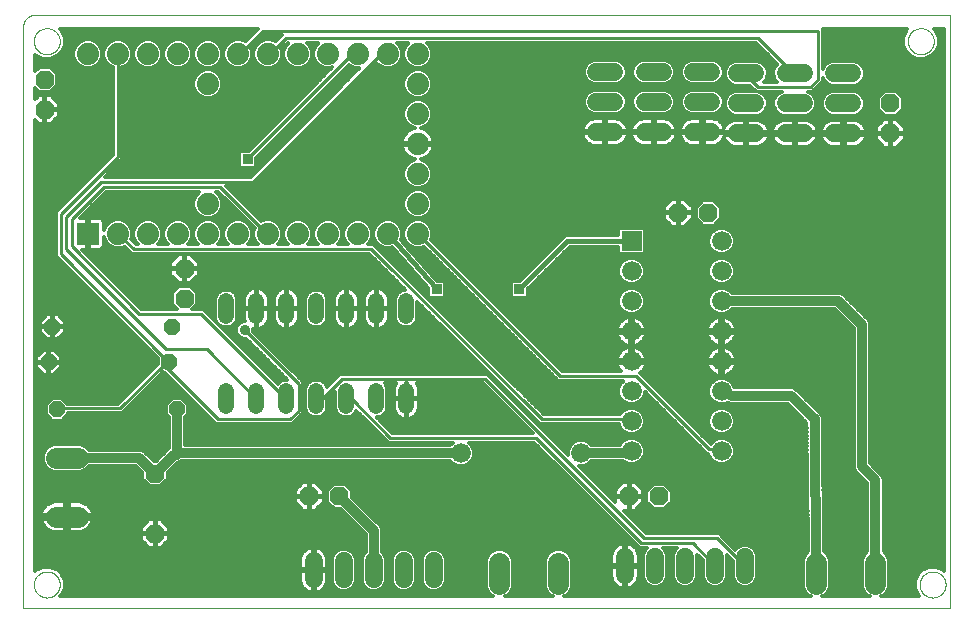
<source format=gtl>
G75*
%MOIN*%
%OFA0B0*%
%FSLAX25Y25*%
%IPPOS*%
%LPD*%
%AMOC8*
5,1,8,0,0,1.08239X$1,22.5*
%
%ADD10C,0.00000*%
%ADD11OC8,0.06300*%
%ADD12C,0.06600*%
%ADD13C,0.05200*%
%ADD14C,0.06000*%
%ADD15OC8,0.05200*%
%ADD16R,0.06600X0.06600*%
%ADD17C,0.07050*%
%ADD18C,0.05937*%
%ADD19R,0.07400X0.07400*%
%ADD20C,0.07400*%
%ADD21C,0.01200*%
%ADD22C,0.01000*%
%ADD23C,0.03200*%
%ADD24R,0.03562X0.03562*%
%ADD25C,0.01600*%
%ADD26C,0.03600*%
D10*
X0003194Y0010283D02*
X0003194Y0204060D01*
X0003196Y0204185D01*
X0003202Y0204310D01*
X0003211Y0204434D01*
X0003225Y0204559D01*
X0003242Y0204682D01*
X0003263Y0204806D01*
X0003288Y0204928D01*
X0003317Y0205050D01*
X0003349Y0205171D01*
X0003385Y0205290D01*
X0003425Y0205409D01*
X0003468Y0205526D01*
X0003515Y0205642D01*
X0003565Y0205756D01*
X0003619Y0205869D01*
X0003677Y0205980D01*
X0003738Y0206089D01*
X0003802Y0206196D01*
X0003869Y0206301D01*
X0003940Y0206405D01*
X0004014Y0206505D01*
X0004090Y0206604D01*
X0004170Y0206700D01*
X0004253Y0206794D01*
X0004339Y0206885D01*
X0004427Y0206973D01*
X0004518Y0207059D01*
X0004612Y0207142D01*
X0004708Y0207222D01*
X0004807Y0207298D01*
X0004907Y0207372D01*
X0005011Y0207443D01*
X0005116Y0207510D01*
X0005223Y0207574D01*
X0005332Y0207635D01*
X0005443Y0207693D01*
X0005556Y0207747D01*
X0005670Y0207797D01*
X0005786Y0207844D01*
X0005903Y0207887D01*
X0006022Y0207927D01*
X0006141Y0207963D01*
X0006262Y0207995D01*
X0006384Y0208024D01*
X0006506Y0208049D01*
X0006630Y0208070D01*
X0006753Y0208087D01*
X0006878Y0208101D01*
X0007002Y0208110D01*
X0007127Y0208116D01*
X0007252Y0208118D01*
X0312131Y0208118D01*
X0312131Y0010283D01*
X0003194Y0010283D01*
X0006737Y0018157D02*
X0006739Y0018288D01*
X0006745Y0018420D01*
X0006755Y0018551D01*
X0006769Y0018682D01*
X0006787Y0018812D01*
X0006809Y0018941D01*
X0006834Y0019070D01*
X0006864Y0019198D01*
X0006898Y0019325D01*
X0006935Y0019452D01*
X0006976Y0019576D01*
X0007021Y0019700D01*
X0007070Y0019822D01*
X0007122Y0019943D01*
X0007178Y0020061D01*
X0007238Y0020179D01*
X0007301Y0020294D01*
X0007368Y0020407D01*
X0007438Y0020519D01*
X0007511Y0020628D01*
X0007587Y0020734D01*
X0007667Y0020839D01*
X0007750Y0020941D01*
X0007836Y0021040D01*
X0007925Y0021137D01*
X0008017Y0021231D01*
X0008112Y0021322D01*
X0008209Y0021411D01*
X0008309Y0021496D01*
X0008412Y0021578D01*
X0008517Y0021657D01*
X0008624Y0021733D01*
X0008734Y0021805D01*
X0008846Y0021874D01*
X0008960Y0021940D01*
X0009075Y0022002D01*
X0009193Y0022061D01*
X0009312Y0022116D01*
X0009433Y0022168D01*
X0009556Y0022215D01*
X0009680Y0022259D01*
X0009805Y0022300D01*
X0009931Y0022336D01*
X0010059Y0022369D01*
X0010187Y0022397D01*
X0010316Y0022422D01*
X0010446Y0022443D01*
X0010576Y0022460D01*
X0010707Y0022473D01*
X0010838Y0022482D01*
X0010969Y0022487D01*
X0011101Y0022488D01*
X0011232Y0022485D01*
X0011364Y0022478D01*
X0011495Y0022467D01*
X0011625Y0022452D01*
X0011755Y0022433D01*
X0011885Y0022410D01*
X0012013Y0022384D01*
X0012141Y0022353D01*
X0012268Y0022318D01*
X0012394Y0022280D01*
X0012518Y0022238D01*
X0012642Y0022192D01*
X0012763Y0022142D01*
X0012883Y0022089D01*
X0013002Y0022032D01*
X0013119Y0021972D01*
X0013233Y0021908D01*
X0013346Y0021840D01*
X0013457Y0021769D01*
X0013566Y0021695D01*
X0013672Y0021618D01*
X0013776Y0021537D01*
X0013877Y0021454D01*
X0013976Y0021367D01*
X0014072Y0021277D01*
X0014165Y0021184D01*
X0014256Y0021089D01*
X0014343Y0020991D01*
X0014428Y0020890D01*
X0014509Y0020787D01*
X0014587Y0020681D01*
X0014662Y0020573D01*
X0014734Y0020463D01*
X0014802Y0020351D01*
X0014867Y0020237D01*
X0014928Y0020120D01*
X0014986Y0020002D01*
X0015040Y0019882D01*
X0015091Y0019761D01*
X0015138Y0019638D01*
X0015181Y0019514D01*
X0015220Y0019389D01*
X0015256Y0019262D01*
X0015287Y0019134D01*
X0015315Y0019006D01*
X0015339Y0018877D01*
X0015359Y0018747D01*
X0015375Y0018616D01*
X0015387Y0018485D01*
X0015395Y0018354D01*
X0015399Y0018223D01*
X0015399Y0018091D01*
X0015395Y0017960D01*
X0015387Y0017829D01*
X0015375Y0017698D01*
X0015359Y0017567D01*
X0015339Y0017437D01*
X0015315Y0017308D01*
X0015287Y0017180D01*
X0015256Y0017052D01*
X0015220Y0016925D01*
X0015181Y0016800D01*
X0015138Y0016676D01*
X0015091Y0016553D01*
X0015040Y0016432D01*
X0014986Y0016312D01*
X0014928Y0016194D01*
X0014867Y0016077D01*
X0014802Y0015963D01*
X0014734Y0015851D01*
X0014662Y0015741D01*
X0014587Y0015633D01*
X0014509Y0015527D01*
X0014428Y0015424D01*
X0014343Y0015323D01*
X0014256Y0015225D01*
X0014165Y0015130D01*
X0014072Y0015037D01*
X0013976Y0014947D01*
X0013877Y0014860D01*
X0013776Y0014777D01*
X0013672Y0014696D01*
X0013566Y0014619D01*
X0013457Y0014545D01*
X0013346Y0014474D01*
X0013234Y0014406D01*
X0013119Y0014342D01*
X0013002Y0014282D01*
X0012883Y0014225D01*
X0012763Y0014172D01*
X0012642Y0014122D01*
X0012518Y0014076D01*
X0012394Y0014034D01*
X0012268Y0013996D01*
X0012141Y0013961D01*
X0012013Y0013930D01*
X0011885Y0013904D01*
X0011755Y0013881D01*
X0011625Y0013862D01*
X0011495Y0013847D01*
X0011364Y0013836D01*
X0011232Y0013829D01*
X0011101Y0013826D01*
X0010969Y0013827D01*
X0010838Y0013832D01*
X0010707Y0013841D01*
X0010576Y0013854D01*
X0010446Y0013871D01*
X0010316Y0013892D01*
X0010187Y0013917D01*
X0010059Y0013945D01*
X0009931Y0013978D01*
X0009805Y0014014D01*
X0009680Y0014055D01*
X0009556Y0014099D01*
X0009433Y0014146D01*
X0009312Y0014198D01*
X0009193Y0014253D01*
X0009075Y0014312D01*
X0008960Y0014374D01*
X0008846Y0014440D01*
X0008734Y0014509D01*
X0008624Y0014581D01*
X0008517Y0014657D01*
X0008412Y0014736D01*
X0008309Y0014818D01*
X0008209Y0014903D01*
X0008112Y0014992D01*
X0008017Y0015083D01*
X0007925Y0015177D01*
X0007836Y0015274D01*
X0007750Y0015373D01*
X0007667Y0015475D01*
X0007587Y0015580D01*
X0007511Y0015686D01*
X0007438Y0015795D01*
X0007368Y0015907D01*
X0007301Y0016020D01*
X0007238Y0016135D01*
X0007178Y0016253D01*
X0007122Y0016371D01*
X0007070Y0016492D01*
X0007021Y0016614D01*
X0006976Y0016738D01*
X0006935Y0016862D01*
X0006898Y0016989D01*
X0006864Y0017116D01*
X0006834Y0017244D01*
X0006809Y0017373D01*
X0006787Y0017502D01*
X0006769Y0017632D01*
X0006755Y0017763D01*
X0006745Y0017894D01*
X0006739Y0018026D01*
X0006737Y0018157D01*
X0006737Y0199260D02*
X0006739Y0199391D01*
X0006745Y0199523D01*
X0006755Y0199654D01*
X0006769Y0199785D01*
X0006787Y0199915D01*
X0006809Y0200044D01*
X0006834Y0200173D01*
X0006864Y0200301D01*
X0006898Y0200428D01*
X0006935Y0200555D01*
X0006976Y0200679D01*
X0007021Y0200803D01*
X0007070Y0200925D01*
X0007122Y0201046D01*
X0007178Y0201164D01*
X0007238Y0201282D01*
X0007301Y0201397D01*
X0007368Y0201510D01*
X0007438Y0201622D01*
X0007511Y0201731D01*
X0007587Y0201837D01*
X0007667Y0201942D01*
X0007750Y0202044D01*
X0007836Y0202143D01*
X0007925Y0202240D01*
X0008017Y0202334D01*
X0008112Y0202425D01*
X0008209Y0202514D01*
X0008309Y0202599D01*
X0008412Y0202681D01*
X0008517Y0202760D01*
X0008624Y0202836D01*
X0008734Y0202908D01*
X0008846Y0202977D01*
X0008960Y0203043D01*
X0009075Y0203105D01*
X0009193Y0203164D01*
X0009312Y0203219D01*
X0009433Y0203271D01*
X0009556Y0203318D01*
X0009680Y0203362D01*
X0009805Y0203403D01*
X0009931Y0203439D01*
X0010059Y0203472D01*
X0010187Y0203500D01*
X0010316Y0203525D01*
X0010446Y0203546D01*
X0010576Y0203563D01*
X0010707Y0203576D01*
X0010838Y0203585D01*
X0010969Y0203590D01*
X0011101Y0203591D01*
X0011232Y0203588D01*
X0011364Y0203581D01*
X0011495Y0203570D01*
X0011625Y0203555D01*
X0011755Y0203536D01*
X0011885Y0203513D01*
X0012013Y0203487D01*
X0012141Y0203456D01*
X0012268Y0203421D01*
X0012394Y0203383D01*
X0012518Y0203341D01*
X0012642Y0203295D01*
X0012763Y0203245D01*
X0012883Y0203192D01*
X0013002Y0203135D01*
X0013119Y0203075D01*
X0013233Y0203011D01*
X0013346Y0202943D01*
X0013457Y0202872D01*
X0013566Y0202798D01*
X0013672Y0202721D01*
X0013776Y0202640D01*
X0013877Y0202557D01*
X0013976Y0202470D01*
X0014072Y0202380D01*
X0014165Y0202287D01*
X0014256Y0202192D01*
X0014343Y0202094D01*
X0014428Y0201993D01*
X0014509Y0201890D01*
X0014587Y0201784D01*
X0014662Y0201676D01*
X0014734Y0201566D01*
X0014802Y0201454D01*
X0014867Y0201340D01*
X0014928Y0201223D01*
X0014986Y0201105D01*
X0015040Y0200985D01*
X0015091Y0200864D01*
X0015138Y0200741D01*
X0015181Y0200617D01*
X0015220Y0200492D01*
X0015256Y0200365D01*
X0015287Y0200237D01*
X0015315Y0200109D01*
X0015339Y0199980D01*
X0015359Y0199850D01*
X0015375Y0199719D01*
X0015387Y0199588D01*
X0015395Y0199457D01*
X0015399Y0199326D01*
X0015399Y0199194D01*
X0015395Y0199063D01*
X0015387Y0198932D01*
X0015375Y0198801D01*
X0015359Y0198670D01*
X0015339Y0198540D01*
X0015315Y0198411D01*
X0015287Y0198283D01*
X0015256Y0198155D01*
X0015220Y0198028D01*
X0015181Y0197903D01*
X0015138Y0197779D01*
X0015091Y0197656D01*
X0015040Y0197535D01*
X0014986Y0197415D01*
X0014928Y0197297D01*
X0014867Y0197180D01*
X0014802Y0197066D01*
X0014734Y0196954D01*
X0014662Y0196844D01*
X0014587Y0196736D01*
X0014509Y0196630D01*
X0014428Y0196527D01*
X0014343Y0196426D01*
X0014256Y0196328D01*
X0014165Y0196233D01*
X0014072Y0196140D01*
X0013976Y0196050D01*
X0013877Y0195963D01*
X0013776Y0195880D01*
X0013672Y0195799D01*
X0013566Y0195722D01*
X0013457Y0195648D01*
X0013346Y0195577D01*
X0013234Y0195509D01*
X0013119Y0195445D01*
X0013002Y0195385D01*
X0012883Y0195328D01*
X0012763Y0195275D01*
X0012642Y0195225D01*
X0012518Y0195179D01*
X0012394Y0195137D01*
X0012268Y0195099D01*
X0012141Y0195064D01*
X0012013Y0195033D01*
X0011885Y0195007D01*
X0011755Y0194984D01*
X0011625Y0194965D01*
X0011495Y0194950D01*
X0011364Y0194939D01*
X0011232Y0194932D01*
X0011101Y0194929D01*
X0010969Y0194930D01*
X0010838Y0194935D01*
X0010707Y0194944D01*
X0010576Y0194957D01*
X0010446Y0194974D01*
X0010316Y0194995D01*
X0010187Y0195020D01*
X0010059Y0195048D01*
X0009931Y0195081D01*
X0009805Y0195117D01*
X0009680Y0195158D01*
X0009556Y0195202D01*
X0009433Y0195249D01*
X0009312Y0195301D01*
X0009193Y0195356D01*
X0009075Y0195415D01*
X0008960Y0195477D01*
X0008846Y0195543D01*
X0008734Y0195612D01*
X0008624Y0195684D01*
X0008517Y0195760D01*
X0008412Y0195839D01*
X0008309Y0195921D01*
X0008209Y0196006D01*
X0008112Y0196095D01*
X0008017Y0196186D01*
X0007925Y0196280D01*
X0007836Y0196377D01*
X0007750Y0196476D01*
X0007667Y0196578D01*
X0007587Y0196683D01*
X0007511Y0196789D01*
X0007438Y0196898D01*
X0007368Y0197010D01*
X0007301Y0197123D01*
X0007238Y0197238D01*
X0007178Y0197356D01*
X0007122Y0197474D01*
X0007070Y0197595D01*
X0007021Y0197717D01*
X0006976Y0197841D01*
X0006935Y0197965D01*
X0006898Y0198092D01*
X0006864Y0198219D01*
X0006834Y0198347D01*
X0006809Y0198476D01*
X0006787Y0198605D01*
X0006769Y0198735D01*
X0006755Y0198866D01*
X0006745Y0198997D01*
X0006739Y0199129D01*
X0006737Y0199260D01*
X0298075Y0199260D02*
X0298077Y0199391D01*
X0298083Y0199523D01*
X0298093Y0199654D01*
X0298107Y0199785D01*
X0298125Y0199915D01*
X0298147Y0200044D01*
X0298172Y0200173D01*
X0298202Y0200301D01*
X0298236Y0200428D01*
X0298273Y0200555D01*
X0298314Y0200679D01*
X0298359Y0200803D01*
X0298408Y0200925D01*
X0298460Y0201046D01*
X0298516Y0201164D01*
X0298576Y0201282D01*
X0298639Y0201397D01*
X0298706Y0201510D01*
X0298776Y0201622D01*
X0298849Y0201731D01*
X0298925Y0201837D01*
X0299005Y0201942D01*
X0299088Y0202044D01*
X0299174Y0202143D01*
X0299263Y0202240D01*
X0299355Y0202334D01*
X0299450Y0202425D01*
X0299547Y0202514D01*
X0299647Y0202599D01*
X0299750Y0202681D01*
X0299855Y0202760D01*
X0299962Y0202836D01*
X0300072Y0202908D01*
X0300184Y0202977D01*
X0300298Y0203043D01*
X0300413Y0203105D01*
X0300531Y0203164D01*
X0300650Y0203219D01*
X0300771Y0203271D01*
X0300894Y0203318D01*
X0301018Y0203362D01*
X0301143Y0203403D01*
X0301269Y0203439D01*
X0301397Y0203472D01*
X0301525Y0203500D01*
X0301654Y0203525D01*
X0301784Y0203546D01*
X0301914Y0203563D01*
X0302045Y0203576D01*
X0302176Y0203585D01*
X0302307Y0203590D01*
X0302439Y0203591D01*
X0302570Y0203588D01*
X0302702Y0203581D01*
X0302833Y0203570D01*
X0302963Y0203555D01*
X0303093Y0203536D01*
X0303223Y0203513D01*
X0303351Y0203487D01*
X0303479Y0203456D01*
X0303606Y0203421D01*
X0303732Y0203383D01*
X0303856Y0203341D01*
X0303980Y0203295D01*
X0304101Y0203245D01*
X0304221Y0203192D01*
X0304340Y0203135D01*
X0304457Y0203075D01*
X0304571Y0203011D01*
X0304684Y0202943D01*
X0304795Y0202872D01*
X0304904Y0202798D01*
X0305010Y0202721D01*
X0305114Y0202640D01*
X0305215Y0202557D01*
X0305314Y0202470D01*
X0305410Y0202380D01*
X0305503Y0202287D01*
X0305594Y0202192D01*
X0305681Y0202094D01*
X0305766Y0201993D01*
X0305847Y0201890D01*
X0305925Y0201784D01*
X0306000Y0201676D01*
X0306072Y0201566D01*
X0306140Y0201454D01*
X0306205Y0201340D01*
X0306266Y0201223D01*
X0306324Y0201105D01*
X0306378Y0200985D01*
X0306429Y0200864D01*
X0306476Y0200741D01*
X0306519Y0200617D01*
X0306558Y0200492D01*
X0306594Y0200365D01*
X0306625Y0200237D01*
X0306653Y0200109D01*
X0306677Y0199980D01*
X0306697Y0199850D01*
X0306713Y0199719D01*
X0306725Y0199588D01*
X0306733Y0199457D01*
X0306737Y0199326D01*
X0306737Y0199194D01*
X0306733Y0199063D01*
X0306725Y0198932D01*
X0306713Y0198801D01*
X0306697Y0198670D01*
X0306677Y0198540D01*
X0306653Y0198411D01*
X0306625Y0198283D01*
X0306594Y0198155D01*
X0306558Y0198028D01*
X0306519Y0197903D01*
X0306476Y0197779D01*
X0306429Y0197656D01*
X0306378Y0197535D01*
X0306324Y0197415D01*
X0306266Y0197297D01*
X0306205Y0197180D01*
X0306140Y0197066D01*
X0306072Y0196954D01*
X0306000Y0196844D01*
X0305925Y0196736D01*
X0305847Y0196630D01*
X0305766Y0196527D01*
X0305681Y0196426D01*
X0305594Y0196328D01*
X0305503Y0196233D01*
X0305410Y0196140D01*
X0305314Y0196050D01*
X0305215Y0195963D01*
X0305114Y0195880D01*
X0305010Y0195799D01*
X0304904Y0195722D01*
X0304795Y0195648D01*
X0304684Y0195577D01*
X0304572Y0195509D01*
X0304457Y0195445D01*
X0304340Y0195385D01*
X0304221Y0195328D01*
X0304101Y0195275D01*
X0303980Y0195225D01*
X0303856Y0195179D01*
X0303732Y0195137D01*
X0303606Y0195099D01*
X0303479Y0195064D01*
X0303351Y0195033D01*
X0303223Y0195007D01*
X0303093Y0194984D01*
X0302963Y0194965D01*
X0302833Y0194950D01*
X0302702Y0194939D01*
X0302570Y0194932D01*
X0302439Y0194929D01*
X0302307Y0194930D01*
X0302176Y0194935D01*
X0302045Y0194944D01*
X0301914Y0194957D01*
X0301784Y0194974D01*
X0301654Y0194995D01*
X0301525Y0195020D01*
X0301397Y0195048D01*
X0301269Y0195081D01*
X0301143Y0195117D01*
X0301018Y0195158D01*
X0300894Y0195202D01*
X0300771Y0195249D01*
X0300650Y0195301D01*
X0300531Y0195356D01*
X0300413Y0195415D01*
X0300298Y0195477D01*
X0300184Y0195543D01*
X0300072Y0195612D01*
X0299962Y0195684D01*
X0299855Y0195760D01*
X0299750Y0195839D01*
X0299647Y0195921D01*
X0299547Y0196006D01*
X0299450Y0196095D01*
X0299355Y0196186D01*
X0299263Y0196280D01*
X0299174Y0196377D01*
X0299088Y0196476D01*
X0299005Y0196578D01*
X0298925Y0196683D01*
X0298849Y0196789D01*
X0298776Y0196898D01*
X0298706Y0197010D01*
X0298639Y0197123D01*
X0298576Y0197238D01*
X0298516Y0197356D01*
X0298460Y0197474D01*
X0298408Y0197595D01*
X0298359Y0197717D01*
X0298314Y0197841D01*
X0298273Y0197965D01*
X0298236Y0198092D01*
X0298202Y0198219D01*
X0298172Y0198347D01*
X0298147Y0198476D01*
X0298125Y0198605D01*
X0298107Y0198735D01*
X0298093Y0198866D01*
X0298083Y0198997D01*
X0298077Y0199129D01*
X0298075Y0199260D01*
X0302012Y0018157D02*
X0302014Y0018288D01*
X0302020Y0018420D01*
X0302030Y0018551D01*
X0302044Y0018682D01*
X0302062Y0018812D01*
X0302084Y0018941D01*
X0302109Y0019070D01*
X0302139Y0019198D01*
X0302173Y0019325D01*
X0302210Y0019452D01*
X0302251Y0019576D01*
X0302296Y0019700D01*
X0302345Y0019822D01*
X0302397Y0019943D01*
X0302453Y0020061D01*
X0302513Y0020179D01*
X0302576Y0020294D01*
X0302643Y0020407D01*
X0302713Y0020519D01*
X0302786Y0020628D01*
X0302862Y0020734D01*
X0302942Y0020839D01*
X0303025Y0020941D01*
X0303111Y0021040D01*
X0303200Y0021137D01*
X0303292Y0021231D01*
X0303387Y0021322D01*
X0303484Y0021411D01*
X0303584Y0021496D01*
X0303687Y0021578D01*
X0303792Y0021657D01*
X0303899Y0021733D01*
X0304009Y0021805D01*
X0304121Y0021874D01*
X0304235Y0021940D01*
X0304350Y0022002D01*
X0304468Y0022061D01*
X0304587Y0022116D01*
X0304708Y0022168D01*
X0304831Y0022215D01*
X0304955Y0022259D01*
X0305080Y0022300D01*
X0305206Y0022336D01*
X0305334Y0022369D01*
X0305462Y0022397D01*
X0305591Y0022422D01*
X0305721Y0022443D01*
X0305851Y0022460D01*
X0305982Y0022473D01*
X0306113Y0022482D01*
X0306244Y0022487D01*
X0306376Y0022488D01*
X0306507Y0022485D01*
X0306639Y0022478D01*
X0306770Y0022467D01*
X0306900Y0022452D01*
X0307030Y0022433D01*
X0307160Y0022410D01*
X0307288Y0022384D01*
X0307416Y0022353D01*
X0307543Y0022318D01*
X0307669Y0022280D01*
X0307793Y0022238D01*
X0307917Y0022192D01*
X0308038Y0022142D01*
X0308158Y0022089D01*
X0308277Y0022032D01*
X0308394Y0021972D01*
X0308508Y0021908D01*
X0308621Y0021840D01*
X0308732Y0021769D01*
X0308841Y0021695D01*
X0308947Y0021618D01*
X0309051Y0021537D01*
X0309152Y0021454D01*
X0309251Y0021367D01*
X0309347Y0021277D01*
X0309440Y0021184D01*
X0309531Y0021089D01*
X0309618Y0020991D01*
X0309703Y0020890D01*
X0309784Y0020787D01*
X0309862Y0020681D01*
X0309937Y0020573D01*
X0310009Y0020463D01*
X0310077Y0020351D01*
X0310142Y0020237D01*
X0310203Y0020120D01*
X0310261Y0020002D01*
X0310315Y0019882D01*
X0310366Y0019761D01*
X0310413Y0019638D01*
X0310456Y0019514D01*
X0310495Y0019389D01*
X0310531Y0019262D01*
X0310562Y0019134D01*
X0310590Y0019006D01*
X0310614Y0018877D01*
X0310634Y0018747D01*
X0310650Y0018616D01*
X0310662Y0018485D01*
X0310670Y0018354D01*
X0310674Y0018223D01*
X0310674Y0018091D01*
X0310670Y0017960D01*
X0310662Y0017829D01*
X0310650Y0017698D01*
X0310634Y0017567D01*
X0310614Y0017437D01*
X0310590Y0017308D01*
X0310562Y0017180D01*
X0310531Y0017052D01*
X0310495Y0016925D01*
X0310456Y0016800D01*
X0310413Y0016676D01*
X0310366Y0016553D01*
X0310315Y0016432D01*
X0310261Y0016312D01*
X0310203Y0016194D01*
X0310142Y0016077D01*
X0310077Y0015963D01*
X0310009Y0015851D01*
X0309937Y0015741D01*
X0309862Y0015633D01*
X0309784Y0015527D01*
X0309703Y0015424D01*
X0309618Y0015323D01*
X0309531Y0015225D01*
X0309440Y0015130D01*
X0309347Y0015037D01*
X0309251Y0014947D01*
X0309152Y0014860D01*
X0309051Y0014777D01*
X0308947Y0014696D01*
X0308841Y0014619D01*
X0308732Y0014545D01*
X0308621Y0014474D01*
X0308509Y0014406D01*
X0308394Y0014342D01*
X0308277Y0014282D01*
X0308158Y0014225D01*
X0308038Y0014172D01*
X0307917Y0014122D01*
X0307793Y0014076D01*
X0307669Y0014034D01*
X0307543Y0013996D01*
X0307416Y0013961D01*
X0307288Y0013930D01*
X0307160Y0013904D01*
X0307030Y0013881D01*
X0306900Y0013862D01*
X0306770Y0013847D01*
X0306639Y0013836D01*
X0306507Y0013829D01*
X0306376Y0013826D01*
X0306244Y0013827D01*
X0306113Y0013832D01*
X0305982Y0013841D01*
X0305851Y0013854D01*
X0305721Y0013871D01*
X0305591Y0013892D01*
X0305462Y0013917D01*
X0305334Y0013945D01*
X0305206Y0013978D01*
X0305080Y0014014D01*
X0304955Y0014055D01*
X0304831Y0014099D01*
X0304708Y0014146D01*
X0304587Y0014198D01*
X0304468Y0014253D01*
X0304350Y0014312D01*
X0304235Y0014374D01*
X0304121Y0014440D01*
X0304009Y0014509D01*
X0303899Y0014581D01*
X0303792Y0014657D01*
X0303687Y0014736D01*
X0303584Y0014818D01*
X0303484Y0014903D01*
X0303387Y0014992D01*
X0303292Y0015083D01*
X0303200Y0015177D01*
X0303111Y0015274D01*
X0303025Y0015373D01*
X0302942Y0015475D01*
X0302862Y0015580D01*
X0302786Y0015686D01*
X0302713Y0015795D01*
X0302643Y0015907D01*
X0302576Y0016020D01*
X0302513Y0016135D01*
X0302453Y0016253D01*
X0302397Y0016371D01*
X0302345Y0016492D01*
X0302296Y0016614D01*
X0302251Y0016738D01*
X0302210Y0016862D01*
X0302173Y0016989D01*
X0302139Y0017116D01*
X0302109Y0017244D01*
X0302084Y0017373D01*
X0302062Y0017502D01*
X0302044Y0017632D01*
X0302030Y0017763D01*
X0302020Y0017894D01*
X0302014Y0018026D01*
X0302012Y0018157D01*
D11*
X0215202Y0047567D03*
X0205202Y0047567D03*
X0108587Y0047567D03*
X0098587Y0047567D03*
X0047170Y0055126D03*
X0047170Y0035126D03*
X0056973Y0113433D03*
X0056973Y0123433D03*
X0010359Y0176425D03*
X0010359Y0186425D03*
X0221580Y0142055D03*
X0231580Y0142055D03*
X0292249Y0168551D03*
X0292249Y0178551D03*
D12*
X0236028Y0132606D03*
X0236028Y0122606D03*
X0236028Y0112606D03*
X0236028Y0102606D03*
X0236028Y0092606D03*
X0236028Y0082606D03*
X0236028Y0072606D03*
X0236028Y0062606D03*
X0206028Y0062606D03*
X0206028Y0072606D03*
X0206028Y0082606D03*
X0206028Y0092606D03*
X0206028Y0102606D03*
X0206028Y0112606D03*
X0206028Y0122606D03*
X0189099Y0061937D03*
X0149099Y0061937D03*
D13*
X0130910Y0077565D02*
X0130910Y0082765D01*
X0120910Y0082765D02*
X0120910Y0077565D01*
X0110910Y0077565D02*
X0110910Y0082765D01*
X0100910Y0082765D02*
X0100910Y0077565D01*
X0090910Y0077565D02*
X0090910Y0082765D01*
X0080910Y0082765D02*
X0080910Y0077565D01*
X0070910Y0077565D02*
X0070910Y0082765D01*
X0070910Y0107565D02*
X0070910Y0112765D01*
X0080910Y0112765D02*
X0080910Y0107565D01*
X0090910Y0107565D02*
X0090910Y0112765D01*
X0100910Y0112765D02*
X0100910Y0107565D01*
X0110910Y0107565D02*
X0110910Y0112765D01*
X0120910Y0112765D02*
X0120910Y0107565D01*
X0130910Y0107565D02*
X0130910Y0112765D01*
D14*
X0194209Y0168984D02*
X0200209Y0168984D01*
X0210391Y0168984D02*
X0216391Y0168984D01*
X0226572Y0168984D02*
X0232572Y0168984D01*
X0241217Y0168551D02*
X0247217Y0168551D01*
X0257398Y0168551D02*
X0263398Y0168551D01*
X0273580Y0168551D02*
X0279580Y0168551D01*
X0279580Y0178551D02*
X0273580Y0178551D01*
X0263398Y0178551D02*
X0257398Y0178551D01*
X0247217Y0178551D02*
X0241217Y0178551D01*
X0232572Y0178984D02*
X0226572Y0178984D01*
X0216391Y0178984D02*
X0210391Y0178984D01*
X0200209Y0178984D02*
X0194209Y0178984D01*
X0194209Y0188984D02*
X0200209Y0188984D01*
X0210391Y0188984D02*
X0216391Y0188984D01*
X0226572Y0188984D02*
X0232572Y0188984D01*
X0241217Y0188551D02*
X0247217Y0188551D01*
X0257398Y0188551D02*
X0263398Y0188551D01*
X0273580Y0188551D02*
X0279580Y0188551D01*
D15*
X0054493Y0076504D03*
X0051737Y0092252D03*
X0052918Y0104063D03*
X0012918Y0104063D03*
X0011737Y0092252D03*
X0014493Y0076504D03*
D16*
X0206028Y0132606D03*
D17*
X0181619Y0025462D02*
X0181619Y0018412D01*
X0161934Y0018412D02*
X0161934Y0025462D01*
X0267603Y0025462D02*
X0267603Y0018412D01*
X0287288Y0018412D02*
X0287288Y0025462D01*
X0021325Y0040717D02*
X0014275Y0040717D01*
X0014275Y0060402D02*
X0021325Y0060402D01*
D18*
X0100044Y0025969D02*
X0100044Y0020031D01*
X0110044Y0020031D02*
X0110044Y0025969D01*
X0120044Y0025969D02*
X0120044Y0020031D01*
X0130044Y0020031D02*
X0130044Y0025969D01*
X0140044Y0025969D02*
X0140044Y0020031D01*
X0203824Y0021331D02*
X0203824Y0027268D01*
X0213824Y0027268D02*
X0213824Y0021331D01*
X0223824Y0021331D02*
X0223824Y0027268D01*
X0233824Y0027268D02*
X0233824Y0021331D01*
X0243824Y0021331D02*
X0243824Y0027268D01*
D19*
X0024729Y0135087D03*
D20*
X0034729Y0135087D03*
X0044729Y0135087D03*
X0054729Y0135087D03*
X0064729Y0135087D03*
X0074729Y0135087D03*
X0084729Y0135087D03*
X0094729Y0135087D03*
X0104729Y0135087D03*
X0114729Y0135087D03*
X0124729Y0135087D03*
X0134729Y0135087D03*
X0134729Y0145087D03*
X0134729Y0155087D03*
X0134729Y0165087D03*
X0134729Y0175087D03*
X0134729Y0185087D03*
X0134729Y0195087D03*
X0124729Y0195087D03*
X0114729Y0195087D03*
X0104729Y0195087D03*
X0094729Y0195087D03*
X0084729Y0195087D03*
X0074729Y0195087D03*
X0064729Y0195087D03*
X0054729Y0195087D03*
X0044729Y0195087D03*
X0034729Y0195087D03*
X0024729Y0195087D03*
X0064729Y0185087D03*
X0064729Y0145087D03*
D21*
X0060290Y0146914D02*
X0028687Y0146914D01*
X0029885Y0148112D02*
X0060967Y0148112D01*
X0060660Y0147806D02*
X0059929Y0146041D01*
X0059929Y0144132D01*
X0060660Y0142368D01*
X0062010Y0141017D01*
X0063774Y0140287D01*
X0065684Y0140287D01*
X0067448Y0141017D01*
X0068798Y0142368D01*
X0069529Y0144132D01*
X0069529Y0146041D01*
X0068798Y0147806D01*
X0067520Y0149083D01*
X0068231Y0149083D01*
X0080323Y0136992D01*
X0079929Y0136041D01*
X0079929Y0134132D01*
X0080660Y0132368D01*
X0081444Y0131583D01*
X0078014Y0131583D01*
X0078798Y0132368D01*
X0079529Y0134132D01*
X0079529Y0136041D01*
X0078798Y0137806D01*
X0077448Y0139156D01*
X0075684Y0139887D01*
X0073774Y0139887D01*
X0072010Y0139156D01*
X0070660Y0137806D01*
X0069929Y0136041D01*
X0069929Y0134132D01*
X0070660Y0132368D01*
X0071444Y0131583D01*
X0068014Y0131583D01*
X0068798Y0132368D01*
X0069529Y0134132D01*
X0069529Y0136041D01*
X0068798Y0137806D01*
X0067448Y0139156D01*
X0065684Y0139887D01*
X0063774Y0139887D01*
X0062010Y0139156D01*
X0060660Y0137806D01*
X0059929Y0136041D01*
X0059929Y0134132D01*
X0060660Y0132368D01*
X0061444Y0131583D01*
X0058014Y0131583D01*
X0058798Y0132368D01*
X0059529Y0134132D01*
X0059529Y0136041D01*
X0058798Y0137806D01*
X0057448Y0139156D01*
X0055684Y0139887D01*
X0053774Y0139887D01*
X0052010Y0139156D01*
X0050660Y0137806D01*
X0049929Y0136041D01*
X0049929Y0134132D01*
X0050660Y0132368D01*
X0051444Y0131583D01*
X0048014Y0131583D01*
X0048798Y0132368D01*
X0049529Y0134132D01*
X0049529Y0136041D01*
X0048798Y0137806D01*
X0047448Y0139156D01*
X0045684Y0139887D01*
X0043774Y0139887D01*
X0042010Y0139156D01*
X0040660Y0137806D01*
X0039929Y0136041D01*
X0039929Y0134132D01*
X0040660Y0132368D01*
X0041444Y0131583D01*
X0040756Y0131583D01*
X0039142Y0133198D01*
X0039529Y0134132D01*
X0039529Y0136041D01*
X0038798Y0137806D01*
X0037448Y0139156D01*
X0035684Y0139887D01*
X0033774Y0139887D01*
X0032010Y0139156D01*
X0030660Y0137806D01*
X0030029Y0136283D01*
X0030029Y0138997D01*
X0029920Y0139404D01*
X0029709Y0139769D01*
X0029412Y0140067D01*
X0029047Y0140278D01*
X0028640Y0140387D01*
X0025129Y0140387D01*
X0025129Y0135487D01*
X0024329Y0135487D01*
X0024329Y0140387D01*
X0022160Y0140387D01*
X0030856Y0149083D01*
X0061938Y0149083D01*
X0060660Y0147806D01*
X0059929Y0145715D02*
X0027488Y0145715D01*
X0026290Y0144517D02*
X0059929Y0144517D01*
X0060266Y0143318D02*
X0025091Y0143318D01*
X0023893Y0142120D02*
X0060908Y0142120D01*
X0062242Y0140921D02*
X0022694Y0140921D01*
X0024329Y0139723D02*
X0025129Y0139723D01*
X0025129Y0138524D02*
X0024329Y0138524D01*
X0024329Y0137326D02*
X0025129Y0137326D01*
X0025129Y0136127D02*
X0024329Y0136127D01*
X0024329Y0134687D02*
X0025129Y0134687D01*
X0025129Y0129787D01*
X0028640Y0129787D01*
X0029047Y0129896D01*
X0029412Y0130106D01*
X0029709Y0130404D01*
X0029920Y0130769D01*
X0030029Y0131176D01*
X0030029Y0133890D01*
X0030660Y0132368D01*
X0032010Y0131017D01*
X0033774Y0130287D01*
X0035684Y0130287D01*
X0036988Y0130827D01*
X0039431Y0128383D01*
X0118631Y0128383D01*
X0130549Y0116465D01*
X0130174Y0116465D01*
X0128814Y0115902D01*
X0127774Y0114861D01*
X0127210Y0113501D01*
X0127210Y0106829D01*
X0127774Y0105469D01*
X0128814Y0104429D01*
X0130174Y0103865D01*
X0131646Y0103865D01*
X0133006Y0104429D01*
X0134047Y0105469D01*
X0134610Y0106829D01*
X0134610Y0112404D01*
X0175331Y0071683D01*
X0201648Y0071683D01*
X0202298Y0070114D01*
X0203536Y0068876D01*
X0205153Y0068206D01*
X0206904Y0068206D01*
X0208521Y0068876D01*
X0209758Y0070114D01*
X0210428Y0071731D01*
X0210428Y0073482D01*
X0209758Y0075099D01*
X0208521Y0076336D01*
X0206904Y0077006D01*
X0205153Y0077006D01*
X0203536Y0076336D01*
X0202298Y0075099D01*
X0202209Y0074883D01*
X0176656Y0074883D01*
X0120894Y0130646D01*
X0119956Y0131583D01*
X0118014Y0131583D01*
X0118798Y0132368D01*
X0119529Y0134132D01*
X0119529Y0136041D01*
X0118798Y0137806D01*
X0117448Y0139156D01*
X0115684Y0139887D01*
X0113774Y0139887D01*
X0112010Y0139156D01*
X0110660Y0137806D01*
X0109929Y0136041D01*
X0109929Y0134132D01*
X0110660Y0132368D01*
X0111444Y0131583D01*
X0108014Y0131583D01*
X0108798Y0132368D01*
X0109529Y0134132D01*
X0109529Y0136041D01*
X0108798Y0137806D01*
X0107448Y0139156D01*
X0105684Y0139887D01*
X0103774Y0139887D01*
X0102010Y0139156D01*
X0100660Y0137806D01*
X0099929Y0136041D01*
X0099929Y0134132D01*
X0100660Y0132368D01*
X0101444Y0131583D01*
X0098014Y0131583D01*
X0098798Y0132368D01*
X0099529Y0134132D01*
X0099529Y0136041D01*
X0098798Y0137806D01*
X0097448Y0139156D01*
X0095684Y0139887D01*
X0093774Y0139887D01*
X0092010Y0139156D01*
X0090660Y0137806D01*
X0089929Y0136041D01*
X0089929Y0134132D01*
X0090660Y0132368D01*
X0091444Y0131583D01*
X0088014Y0131583D01*
X0088798Y0132368D01*
X0089529Y0134132D01*
X0089529Y0136041D01*
X0088798Y0137806D01*
X0087448Y0139156D01*
X0085684Y0139887D01*
X0083774Y0139887D01*
X0082487Y0139353D01*
X0070956Y0150883D01*
X0080356Y0150883D01*
X0081294Y0151821D01*
X0121250Y0191777D01*
X0122010Y0191017D01*
X0123774Y0190287D01*
X0125684Y0190287D01*
X0127448Y0191017D01*
X0128798Y0192368D01*
X0129529Y0194132D01*
X0129529Y0196041D01*
X0128798Y0197806D01*
X0127920Y0198683D01*
X0131538Y0198683D01*
X0130660Y0197806D01*
X0129929Y0196041D01*
X0129929Y0194132D01*
X0130660Y0192368D01*
X0132010Y0191017D01*
X0133774Y0190287D01*
X0135684Y0190287D01*
X0137448Y0191017D01*
X0138798Y0192368D01*
X0139529Y0194132D01*
X0139529Y0196041D01*
X0138798Y0197806D01*
X0137920Y0198683D01*
X0247531Y0198683D01*
X0254632Y0191583D01*
X0253923Y0190874D01*
X0253298Y0189367D01*
X0253298Y0187736D01*
X0253923Y0186229D01*
X0254518Y0185633D01*
X0250098Y0185633D01*
X0250693Y0186229D01*
X0251317Y0187736D01*
X0251317Y0189367D01*
X0250693Y0190874D01*
X0249540Y0192027D01*
X0248033Y0192651D01*
X0240402Y0192651D01*
X0238895Y0192027D01*
X0237742Y0190874D01*
X0237117Y0189367D01*
X0237117Y0187736D01*
X0237742Y0186229D01*
X0238895Y0185075D01*
X0240402Y0184451D01*
X0245513Y0184451D01*
X0246594Y0183371D01*
X0247313Y0182651D01*
X0240402Y0182651D01*
X0238895Y0182027D01*
X0237742Y0180874D01*
X0237117Y0179367D01*
X0237117Y0177736D01*
X0237742Y0176229D01*
X0238895Y0175075D01*
X0240402Y0174451D01*
X0248033Y0174451D01*
X0249540Y0175075D01*
X0250693Y0176229D01*
X0251317Y0177736D01*
X0251317Y0179367D01*
X0250693Y0180874D01*
X0249540Y0182027D01*
X0248558Y0182433D01*
X0256057Y0182433D01*
X0255076Y0182027D01*
X0253923Y0180874D01*
X0253298Y0179367D01*
X0253298Y0177736D01*
X0253923Y0176229D01*
X0255076Y0175075D01*
X0256583Y0174451D01*
X0264214Y0174451D01*
X0265721Y0175075D01*
X0266874Y0176229D01*
X0267498Y0177736D01*
X0267498Y0179367D01*
X0266874Y0180874D01*
X0265721Y0182027D01*
X0264740Y0182433D01*
X0266356Y0182433D01*
X0268856Y0184933D01*
X0269794Y0185871D01*
X0269794Y0186977D01*
X0270104Y0186229D01*
X0271257Y0185075D01*
X0272764Y0184451D01*
X0280395Y0184451D01*
X0281902Y0185075D01*
X0283055Y0186229D01*
X0283680Y0187736D01*
X0283680Y0189367D01*
X0283055Y0190874D01*
X0281902Y0192027D01*
X0280395Y0192651D01*
X0272764Y0192651D01*
X0271257Y0192027D01*
X0270104Y0190874D01*
X0269794Y0190125D01*
X0269794Y0203197D01*
X0297956Y0203197D01*
X0297378Y0202619D01*
X0296476Y0200440D01*
X0296476Y0198080D01*
X0297378Y0195900D01*
X0299047Y0194232D01*
X0301227Y0193329D01*
X0303586Y0193329D01*
X0305766Y0194232D01*
X0307434Y0195900D01*
X0308337Y0198080D01*
X0308337Y0200440D01*
X0307434Y0202619D01*
X0306857Y0203197D01*
X0310280Y0203197D01*
X0310280Y0022608D01*
X0309703Y0023185D01*
X0307523Y0024088D01*
X0305164Y0024088D01*
X0302984Y0023185D01*
X0301315Y0021517D01*
X0300413Y0019337D01*
X0300413Y0016978D01*
X0301315Y0014798D01*
X0301893Y0014220D01*
X0289255Y0014220D01*
X0289908Y0014491D01*
X0291209Y0015792D01*
X0291913Y0017492D01*
X0291913Y0026382D01*
X0291209Y0028082D01*
X0289988Y0029303D01*
X0289988Y0053498D01*
X0289577Y0054490D01*
X0285421Y0058646D01*
X0285421Y0105309D01*
X0285010Y0106301D01*
X0277136Y0114175D01*
X0276377Y0114935D01*
X0275384Y0115346D01*
X0239512Y0115346D01*
X0238521Y0116336D01*
X0236904Y0117006D01*
X0235153Y0117006D01*
X0233536Y0116336D01*
X0232298Y0115099D01*
X0231628Y0113482D01*
X0231628Y0111731D01*
X0232298Y0110114D01*
X0233536Y0108876D01*
X0235153Y0108206D01*
X0236904Y0108206D01*
X0238521Y0108876D01*
X0239590Y0109946D01*
X0273729Y0109946D01*
X0280021Y0103653D01*
X0280021Y0056990D01*
X0280432Y0055998D01*
X0281192Y0055239D01*
X0284588Y0051842D01*
X0284588Y0029303D01*
X0283367Y0028082D01*
X0282663Y0026382D01*
X0282663Y0017492D01*
X0283367Y0015792D01*
X0284668Y0014491D01*
X0285322Y0014220D01*
X0269570Y0014220D01*
X0270223Y0014491D01*
X0271524Y0015792D01*
X0272228Y0017492D01*
X0272228Y0026382D01*
X0271524Y0028082D01*
X0270223Y0029383D01*
X0270212Y0029387D01*
X0269673Y0073292D01*
X0269673Y0073813D01*
X0269667Y0073829D01*
X0269666Y0073846D01*
X0269461Y0074325D01*
X0269262Y0074805D01*
X0269250Y0074817D01*
X0269243Y0074833D01*
X0268871Y0075197D01*
X0261388Y0082679D01*
X0260629Y0083439D01*
X0259636Y0083850D01*
X0240276Y0083850D01*
X0239758Y0085099D01*
X0238521Y0086336D01*
X0236904Y0087006D01*
X0235153Y0087006D01*
X0233536Y0086336D01*
X0232298Y0085099D01*
X0231628Y0083482D01*
X0231628Y0081731D01*
X0232298Y0080114D01*
X0233536Y0078876D01*
X0235153Y0078206D01*
X0236904Y0078206D01*
X0238184Y0078737D01*
X0238364Y0078662D01*
X0238840Y0078457D01*
X0238859Y0078457D01*
X0238877Y0078450D01*
X0239396Y0078450D01*
X0239914Y0078443D01*
X0239932Y0078450D01*
X0257981Y0078450D01*
X0264287Y0072144D01*
X0264814Y0029213D01*
X0263682Y0028082D01*
X0262978Y0026382D01*
X0262978Y0017492D01*
X0263682Y0015792D01*
X0264983Y0014491D01*
X0265637Y0014220D01*
X0183585Y0014220D01*
X0184239Y0014491D01*
X0185540Y0015792D01*
X0186244Y0017492D01*
X0186244Y0026382D01*
X0185540Y0028082D01*
X0184239Y0029383D01*
X0182539Y0030087D01*
X0180699Y0030087D01*
X0178999Y0029383D01*
X0177698Y0028082D01*
X0176994Y0026382D01*
X0176994Y0017492D01*
X0177698Y0015792D01*
X0178999Y0014491D01*
X0179652Y0014220D01*
X0163900Y0014220D01*
X0164554Y0014491D01*
X0165855Y0015792D01*
X0166559Y0017492D01*
X0166559Y0026382D01*
X0165855Y0028082D01*
X0164554Y0029383D01*
X0162854Y0030087D01*
X0161014Y0030087D01*
X0159314Y0029383D01*
X0158013Y0028082D01*
X0157309Y0026382D01*
X0157309Y0017492D01*
X0158013Y0015792D01*
X0159314Y0014491D01*
X0159967Y0014220D01*
X0015518Y0014220D01*
X0016096Y0014798D01*
X0016998Y0016978D01*
X0016998Y0019337D01*
X0016096Y0021517D01*
X0014427Y0023185D01*
X0012247Y0024088D01*
X0009888Y0024088D01*
X0007708Y0023185D01*
X0007131Y0022608D01*
X0007131Y0172936D01*
X0008392Y0171675D01*
X0010159Y0171675D01*
X0010159Y0176225D01*
X0010559Y0176225D01*
X0010559Y0171675D01*
X0012327Y0171675D01*
X0015109Y0174458D01*
X0015109Y0176225D01*
X0010559Y0176225D01*
X0010559Y0176625D01*
X0015109Y0176625D01*
X0015109Y0178393D01*
X0012327Y0181175D01*
X0010559Y0181175D01*
X0010559Y0176625D01*
X0010159Y0176625D01*
X0010159Y0181175D01*
X0008392Y0181175D01*
X0007131Y0179914D01*
X0007131Y0183643D01*
X0008599Y0182175D01*
X0012119Y0182175D01*
X0014609Y0184665D01*
X0014609Y0188186D01*
X0012119Y0190675D01*
X0008599Y0190675D01*
X0007131Y0189207D01*
X0007131Y0194810D01*
X0007708Y0194232D01*
X0009888Y0193329D01*
X0012247Y0193329D01*
X0014427Y0194232D01*
X0016096Y0195900D01*
X0016998Y0198080D01*
X0016998Y0200440D01*
X0016096Y0202619D01*
X0015518Y0203197D01*
X0081344Y0203197D01*
X0077346Y0199198D01*
X0075684Y0199887D01*
X0073774Y0199887D01*
X0072010Y0199156D01*
X0070660Y0197806D01*
X0069929Y0196041D01*
X0069929Y0194132D01*
X0070660Y0192368D01*
X0072010Y0191017D01*
X0073774Y0190287D01*
X0075684Y0190287D01*
X0077448Y0191017D01*
X0078798Y0192368D01*
X0079529Y0194132D01*
X0079529Y0196041D01*
X0079290Y0196618D01*
X0083856Y0201183D01*
X0089331Y0201183D01*
X0087346Y0199198D01*
X0085684Y0199887D01*
X0083774Y0199887D01*
X0082010Y0199156D01*
X0080660Y0197806D01*
X0079929Y0196041D01*
X0079929Y0194132D01*
X0080660Y0192368D01*
X0082010Y0191017D01*
X0083774Y0190287D01*
X0085684Y0190287D01*
X0087448Y0191017D01*
X0088798Y0192368D01*
X0089529Y0194132D01*
X0089529Y0196041D01*
X0089290Y0196618D01*
X0091356Y0198683D01*
X0091538Y0198683D01*
X0090660Y0197806D01*
X0089929Y0196041D01*
X0089929Y0194132D01*
X0090660Y0192368D01*
X0092010Y0191017D01*
X0093774Y0190287D01*
X0095684Y0190287D01*
X0097448Y0191017D01*
X0098798Y0192368D01*
X0099529Y0194132D01*
X0099529Y0196041D01*
X0098798Y0197806D01*
X0097920Y0198683D01*
X0101538Y0198683D01*
X0100660Y0197806D01*
X0099929Y0196041D01*
X0099929Y0194132D01*
X0100660Y0192368D01*
X0102010Y0191017D01*
X0103774Y0190287D01*
X0105684Y0190287D01*
X0106206Y0190503D01*
X0078474Y0162771D01*
X0075760Y0162771D01*
X0075116Y0162127D01*
X0075116Y0157653D01*
X0075760Y0157009D01*
X0080234Y0157009D01*
X0080878Y0157653D01*
X0080878Y0160367D01*
X0111769Y0191258D01*
X0112010Y0191017D01*
X0113774Y0190287D01*
X0115234Y0190287D01*
X0079031Y0154083D01*
X0030456Y0154083D01*
X0036294Y0159921D01*
X0036294Y0190539D01*
X0037448Y0191017D01*
X0038798Y0192368D01*
X0039529Y0194132D01*
X0039529Y0196041D01*
X0038798Y0197806D01*
X0037448Y0199156D01*
X0035684Y0199887D01*
X0033774Y0199887D01*
X0032010Y0199156D01*
X0030660Y0197806D01*
X0029929Y0196041D01*
X0029929Y0194132D01*
X0030660Y0192368D01*
X0032010Y0191017D01*
X0033094Y0190569D01*
X0033094Y0161246D01*
X0015131Y0143283D01*
X0014194Y0142346D01*
X0014194Y0127521D01*
X0048037Y0093677D01*
X0048037Y0091589D01*
X0034931Y0078483D01*
X0017746Y0078483D01*
X0016025Y0080204D01*
X0012960Y0080204D01*
X0010793Y0078037D01*
X0010793Y0074971D01*
X0012960Y0072804D01*
X0016025Y0072804D01*
X0018193Y0074971D01*
X0018193Y0075283D01*
X0036256Y0075283D01*
X0049865Y0088892D01*
X0050204Y0088552D01*
X0050462Y0088552D01*
X0067331Y0071683D01*
X0068656Y0071683D01*
X0092956Y0071683D01*
X0093894Y0072621D01*
X0096594Y0075321D01*
X0096594Y0085646D01*
X0095656Y0086583D01*
X0079876Y0102364D01*
X0079894Y0102407D01*
X0079894Y0103480D01*
X0079927Y0103469D01*
X0080580Y0103365D01*
X0080710Y0103365D01*
X0080710Y0109965D01*
X0081110Y0109965D01*
X0081110Y0103365D01*
X0081241Y0103365D01*
X0081894Y0103469D01*
X0082522Y0103673D01*
X0083112Y0103973D01*
X0083646Y0104362D01*
X0084114Y0104829D01*
X0084502Y0105364D01*
X0084803Y0105953D01*
X0085007Y0106582D01*
X0085110Y0107235D01*
X0085110Y0109965D01*
X0081110Y0109965D01*
X0081110Y0110365D01*
X0085110Y0110365D01*
X0085110Y0113096D01*
X0085007Y0113749D01*
X0084803Y0114378D01*
X0084502Y0114967D01*
X0084114Y0115501D01*
X0083646Y0115969D01*
X0083112Y0116358D01*
X0082522Y0116658D01*
X0081894Y0116862D01*
X0081241Y0116965D01*
X0081110Y0116965D01*
X0081110Y0110365D01*
X0080710Y0110365D01*
X0080710Y0109965D01*
X0076710Y0109965D01*
X0076710Y0107235D01*
X0076814Y0106582D01*
X0077018Y0105953D01*
X0077053Y0105883D01*
X0076417Y0105883D01*
X0075351Y0105442D01*
X0074535Y0104626D01*
X0074094Y0103560D01*
X0074094Y0102407D01*
X0074535Y0101341D01*
X0075351Y0100525D01*
X0076417Y0100083D01*
X0077571Y0100083D01*
X0077613Y0100101D01*
X0091249Y0086465D01*
X0090174Y0086465D01*
X0088814Y0085902D01*
X0088076Y0085164D01*
X0064194Y0109046D01*
X0063256Y0109983D01*
X0059534Y0109983D01*
X0061223Y0111673D01*
X0061223Y0115193D01*
X0058734Y0117683D01*
X0055213Y0117683D01*
X0052723Y0115193D01*
X0052723Y0111673D01*
X0054412Y0109983D01*
X0042556Y0109983D01*
X0022753Y0129787D01*
X0024329Y0129787D01*
X0024329Y0134687D01*
X0024329Y0133730D02*
X0025129Y0133730D01*
X0025129Y0132532D02*
X0024329Y0132532D01*
X0024329Y0131333D02*
X0025129Y0131333D01*
X0025129Y0130135D02*
X0024329Y0130135D01*
X0023604Y0128936D02*
X0038878Y0128936D01*
X0037680Y0130135D02*
X0029440Y0130135D01*
X0030029Y0131333D02*
X0031694Y0131333D01*
X0030592Y0132532D02*
X0030029Y0132532D01*
X0030029Y0133730D02*
X0030096Y0133730D01*
X0030029Y0137326D02*
X0030461Y0137326D01*
X0030029Y0138524D02*
X0031378Y0138524D01*
X0029736Y0139723D02*
X0033379Y0139723D01*
X0036080Y0139723D02*
X0043379Y0139723D01*
X0041378Y0138524D02*
X0038080Y0138524D01*
X0038997Y0137326D02*
X0040461Y0137326D01*
X0039965Y0136127D02*
X0039494Y0136127D01*
X0039529Y0134929D02*
X0039929Y0134929D01*
X0040096Y0133730D02*
X0039363Y0133730D01*
X0039808Y0132532D02*
X0040592Y0132532D01*
X0048866Y0132532D02*
X0050592Y0132532D01*
X0050096Y0133730D02*
X0049363Y0133730D01*
X0049529Y0134929D02*
X0049929Y0134929D01*
X0049965Y0136127D02*
X0049494Y0136127D01*
X0048997Y0137326D02*
X0050461Y0137326D01*
X0051378Y0138524D02*
X0048080Y0138524D01*
X0046080Y0139723D02*
X0053379Y0139723D01*
X0056080Y0139723D02*
X0063379Y0139723D01*
X0061378Y0138524D02*
X0058080Y0138524D01*
X0058997Y0137326D02*
X0060461Y0137326D01*
X0059965Y0136127D02*
X0059494Y0136127D01*
X0059529Y0134929D02*
X0059929Y0134929D01*
X0060096Y0133730D02*
X0059363Y0133730D01*
X0058866Y0132532D02*
X0060592Y0132532D01*
X0058941Y0128183D02*
X0057173Y0128183D01*
X0057173Y0123633D01*
X0056773Y0123633D01*
X0056773Y0123233D01*
X0052223Y0123233D01*
X0052223Y0121466D01*
X0055006Y0118683D01*
X0056773Y0118683D01*
X0056773Y0123233D01*
X0057173Y0123233D01*
X0057173Y0118683D01*
X0058941Y0118683D01*
X0061723Y0121466D01*
X0061723Y0123233D01*
X0057173Y0123233D01*
X0057173Y0123633D01*
X0061723Y0123633D01*
X0061723Y0125401D01*
X0058941Y0128183D01*
X0059386Y0127738D02*
X0119277Y0127738D01*
X0120475Y0126539D02*
X0060585Y0126539D01*
X0061723Y0125341D02*
X0121674Y0125341D01*
X0122872Y0124142D02*
X0061723Y0124142D01*
X0061723Y0122944D02*
X0124071Y0122944D01*
X0125269Y0121745D02*
X0061723Y0121745D01*
X0060804Y0120547D02*
X0126468Y0120547D01*
X0127666Y0119348D02*
X0059606Y0119348D01*
X0057173Y0119348D02*
X0056773Y0119348D01*
X0056773Y0120547D02*
X0057173Y0120547D01*
X0057173Y0121745D02*
X0056773Y0121745D01*
X0056773Y0122944D02*
X0057173Y0122944D01*
X0056773Y0123633D02*
X0052223Y0123633D01*
X0052223Y0125401D01*
X0055006Y0128183D01*
X0056773Y0128183D01*
X0056773Y0123633D01*
X0056773Y0124142D02*
X0057173Y0124142D01*
X0057173Y0125341D02*
X0056773Y0125341D01*
X0056773Y0126539D02*
X0057173Y0126539D01*
X0057173Y0127738D02*
X0056773Y0127738D01*
X0054560Y0127738D02*
X0024802Y0127738D01*
X0026001Y0126539D02*
X0053362Y0126539D01*
X0052223Y0125341D02*
X0027199Y0125341D01*
X0028398Y0124142D02*
X0052223Y0124142D01*
X0052223Y0122944D02*
X0029596Y0122944D01*
X0030795Y0121745D02*
X0052223Y0121745D01*
X0053142Y0120547D02*
X0031993Y0120547D01*
X0033192Y0119348D02*
X0054341Y0119348D01*
X0054481Y0116951D02*
X0035589Y0116951D01*
X0036787Y0115752D02*
X0053282Y0115752D01*
X0052723Y0114554D02*
X0037986Y0114554D01*
X0039184Y0113355D02*
X0052723Y0113355D01*
X0052723Y0112157D02*
X0040383Y0112157D01*
X0041581Y0110958D02*
X0053437Y0110958D01*
X0060509Y0110958D02*
X0067210Y0110958D01*
X0067210Y0109760D02*
X0063480Y0109760D01*
X0064194Y0109046D02*
X0064194Y0109046D01*
X0064678Y0108561D02*
X0067210Y0108561D01*
X0067210Y0107363D02*
X0065877Y0107363D01*
X0067210Y0106829D02*
X0067774Y0105469D01*
X0068814Y0104429D01*
X0070174Y0103865D01*
X0071646Y0103865D01*
X0073006Y0104429D01*
X0074047Y0105469D01*
X0074610Y0106829D01*
X0074610Y0113501D01*
X0074047Y0114861D01*
X0073006Y0115902D01*
X0071646Y0116465D01*
X0070174Y0116465D01*
X0068814Y0115902D01*
X0067774Y0114861D01*
X0067210Y0113501D01*
X0067210Y0106829D01*
X0067076Y0106164D02*
X0067486Y0106164D01*
X0068274Y0104966D02*
X0068277Y0104966D01*
X0069473Y0103767D02*
X0074179Y0103767D01*
X0074094Y0102569D02*
X0070671Y0102569D01*
X0071870Y0101370D02*
X0074523Y0101370D01*
X0073068Y0100172D02*
X0076204Y0100172D01*
X0074267Y0098973D02*
X0078741Y0098973D01*
X0079940Y0097775D02*
X0075465Y0097775D01*
X0076664Y0096576D02*
X0081138Y0096576D01*
X0082337Y0095378D02*
X0077862Y0095378D01*
X0079061Y0094179D02*
X0083535Y0094179D01*
X0084734Y0092981D02*
X0080259Y0092981D01*
X0081458Y0091782D02*
X0085932Y0091782D01*
X0087131Y0090584D02*
X0082656Y0090584D01*
X0083855Y0089385D02*
X0088329Y0089385D01*
X0089528Y0088187D02*
X0085053Y0088187D01*
X0086252Y0086988D02*
X0090726Y0086988D01*
X0088702Y0085790D02*
X0087450Y0085790D01*
X0091656Y0090584D02*
X0156431Y0090584D01*
X0157629Y0089385D02*
X0092855Y0089385D01*
X0094053Y0088187D02*
X0108534Y0088187D01*
X0108731Y0088383D02*
X0107794Y0087446D01*
X0104387Y0084040D01*
X0104047Y0084861D01*
X0103006Y0085902D01*
X0101646Y0086465D01*
X0100174Y0086465D01*
X0098814Y0085902D01*
X0097774Y0084861D01*
X0097210Y0083501D01*
X0097210Y0076829D01*
X0097774Y0075469D01*
X0098814Y0074429D01*
X0100174Y0073865D01*
X0101646Y0073865D01*
X0103006Y0074429D01*
X0104047Y0075469D01*
X0104610Y0076829D01*
X0104610Y0079737D01*
X0107210Y0082337D01*
X0107210Y0076829D01*
X0107774Y0075469D01*
X0108814Y0074429D01*
X0110174Y0073865D01*
X0111646Y0073865D01*
X0113006Y0074429D01*
X0114047Y0075469D01*
X0114281Y0076034D01*
X0123994Y0066321D01*
X0124931Y0065383D01*
X0146323Y0065383D01*
X0145577Y0064637D01*
X0057193Y0064637D01*
X0057193Y0073971D01*
X0058193Y0074971D01*
X0058193Y0078037D01*
X0056025Y0080204D01*
X0052960Y0080204D01*
X0050793Y0078037D01*
X0050793Y0074971D01*
X0051793Y0073971D01*
X0051793Y0063567D01*
X0047602Y0059376D01*
X0046738Y0059376D01*
X0043424Y0062691D01*
X0042432Y0063102D01*
X0025166Y0063102D01*
X0023945Y0064322D01*
X0022245Y0065027D01*
X0013355Y0065027D01*
X0011655Y0064322D01*
X0010354Y0063021D01*
X0009650Y0061322D01*
X0009650Y0059482D01*
X0010354Y0057782D01*
X0011655Y0056481D01*
X0013355Y0055777D01*
X0022245Y0055777D01*
X0023945Y0056481D01*
X0025166Y0057702D01*
X0040776Y0057702D01*
X0042920Y0055558D01*
X0042920Y0053366D01*
X0045410Y0050876D01*
X0048930Y0050876D01*
X0051420Y0053366D01*
X0051420Y0055558D01*
X0054627Y0058765D01*
X0054912Y0058765D01*
X0055904Y0059176D01*
X0055966Y0059237D01*
X0145577Y0059237D01*
X0146607Y0058207D01*
X0148224Y0057537D01*
X0149974Y0057537D01*
X0151592Y0058207D01*
X0152829Y0059445D01*
X0153499Y0061062D01*
X0153499Y0062812D01*
X0152829Y0064429D01*
X0151875Y0065383D01*
X0173531Y0065383D01*
X0207694Y0031221D01*
X0208631Y0030283D01*
X0211086Y0030283D01*
X0210375Y0029572D01*
X0209755Y0028077D01*
X0209755Y0020521D01*
X0210375Y0019026D01*
X0211519Y0017882D01*
X0213014Y0017262D01*
X0214633Y0017262D01*
X0216128Y0017882D01*
X0217273Y0019026D01*
X0217892Y0020521D01*
X0217892Y0028077D01*
X0217273Y0029572D01*
X0216562Y0030283D01*
X0221086Y0030283D01*
X0220375Y0029572D01*
X0219755Y0028077D01*
X0219755Y0020521D01*
X0220375Y0019026D01*
X0221519Y0017882D01*
X0223014Y0017262D01*
X0224633Y0017262D01*
X0226128Y0017882D01*
X0227273Y0019026D01*
X0227892Y0020521D01*
X0227892Y0028077D01*
X0227860Y0028154D01*
X0229755Y0026259D01*
X0229755Y0020521D01*
X0230375Y0019026D01*
X0231519Y0017882D01*
X0233014Y0017262D01*
X0234633Y0017262D01*
X0236128Y0017882D01*
X0237273Y0019026D01*
X0237892Y0020521D01*
X0237892Y0028022D01*
X0239755Y0026159D01*
X0239755Y0020521D01*
X0240375Y0019026D01*
X0241519Y0017882D01*
X0243014Y0017262D01*
X0244633Y0017262D01*
X0246128Y0017882D01*
X0247273Y0019026D01*
X0247892Y0020521D01*
X0247892Y0028077D01*
X0247273Y0029572D01*
X0246128Y0030717D01*
X0244633Y0031336D01*
X0243014Y0031336D01*
X0241519Y0030717D01*
X0240621Y0029819D01*
X0235156Y0035283D01*
X0210856Y0035283D01*
X0203323Y0042817D01*
X0205002Y0042817D01*
X0205002Y0047367D01*
X0205402Y0047367D01*
X0205402Y0047767D01*
X0209952Y0047767D01*
X0209952Y0049534D01*
X0207169Y0052317D01*
X0205402Y0052317D01*
X0205402Y0047767D01*
X0205002Y0047767D01*
X0205002Y0052317D01*
X0203234Y0052317D01*
X0200452Y0049534D01*
X0200452Y0047767D01*
X0205001Y0047767D01*
X0205001Y0047367D01*
X0200452Y0047367D01*
X0200452Y0045688D01*
X0188603Y0057537D01*
X0189974Y0057537D01*
X0191592Y0058207D01*
X0192622Y0059237D01*
X0203175Y0059237D01*
X0203536Y0058876D01*
X0205153Y0058206D01*
X0206904Y0058206D01*
X0208521Y0058876D01*
X0209758Y0060114D01*
X0210428Y0061731D01*
X0210428Y0063482D01*
X0209758Y0065099D01*
X0208521Y0066336D01*
X0206904Y0067006D01*
X0205153Y0067006D01*
X0203536Y0066336D01*
X0202298Y0065099D01*
X0202107Y0064637D01*
X0192622Y0064637D01*
X0191592Y0065667D01*
X0189974Y0066337D01*
X0188224Y0066337D01*
X0186607Y0065667D01*
X0185369Y0064429D01*
X0184699Y0062812D01*
X0184699Y0061441D01*
X0157756Y0088383D01*
X0108731Y0088383D01*
X0107336Y0086988D02*
X0095252Y0086988D01*
X0096450Y0085790D02*
X0098702Y0085790D01*
X0097662Y0084591D02*
X0096594Y0084591D01*
X0096594Y0083393D02*
X0097210Y0083393D01*
X0097210Y0082194D02*
X0096594Y0082194D01*
X0096594Y0080996D02*
X0097210Y0080996D01*
X0097210Y0079797D02*
X0096594Y0079797D01*
X0096594Y0078599D02*
X0097210Y0078599D01*
X0097210Y0077400D02*
X0096594Y0077400D01*
X0096594Y0076202D02*
X0097470Y0076202D01*
X0098240Y0075003D02*
X0096276Y0075003D01*
X0095078Y0073805D02*
X0116510Y0073805D01*
X0115311Y0075003D02*
X0113581Y0075003D01*
X0117708Y0072606D02*
X0093879Y0072606D01*
X0103581Y0075003D02*
X0108240Y0075003D01*
X0107470Y0076202D02*
X0104350Y0076202D01*
X0104610Y0077400D02*
X0107210Y0077400D01*
X0107210Y0078599D02*
X0104610Y0078599D01*
X0104670Y0079797D02*
X0107210Y0079797D01*
X0107210Y0080996D02*
X0105869Y0080996D01*
X0107067Y0082194D02*
X0107210Y0082194D01*
X0104939Y0084591D02*
X0104159Y0084591D01*
X0103118Y0085790D02*
X0106137Y0085790D01*
X0090458Y0091782D02*
X0155232Y0091782D01*
X0154034Y0092981D02*
X0089259Y0092981D01*
X0088061Y0094179D02*
X0152835Y0094179D01*
X0151637Y0095378D02*
X0086862Y0095378D01*
X0085664Y0096576D02*
X0150438Y0096576D01*
X0149240Y0097775D02*
X0084465Y0097775D01*
X0083267Y0098973D02*
X0148041Y0098973D01*
X0146843Y0100172D02*
X0082068Y0100172D01*
X0080870Y0101370D02*
X0145644Y0101370D01*
X0144446Y0102569D02*
X0079894Y0102569D01*
X0080710Y0103767D02*
X0081110Y0103767D01*
X0081110Y0104966D02*
X0080710Y0104966D01*
X0080710Y0106164D02*
X0081110Y0106164D01*
X0081110Y0107363D02*
X0080710Y0107363D01*
X0080710Y0108561D02*
X0081110Y0108561D01*
X0081110Y0109760D02*
X0080710Y0109760D01*
X0080710Y0110365D02*
X0076710Y0110365D01*
X0076710Y0113096D01*
X0076814Y0113749D01*
X0077018Y0114378D01*
X0077318Y0114967D01*
X0077707Y0115501D01*
X0078174Y0115969D01*
X0078709Y0116358D01*
X0079298Y0116658D01*
X0079927Y0116862D01*
X0080580Y0116965D01*
X0080710Y0116965D01*
X0080710Y0110365D01*
X0080710Y0110958D02*
X0081110Y0110958D01*
X0081110Y0112157D02*
X0080710Y0112157D01*
X0080710Y0113355D02*
X0081110Y0113355D01*
X0081110Y0114554D02*
X0080710Y0114554D01*
X0080710Y0115752D02*
X0081110Y0115752D01*
X0081110Y0116951D02*
X0080710Y0116951D01*
X0080489Y0116951D02*
X0059466Y0116951D01*
X0060664Y0115752D02*
X0068665Y0115752D01*
X0067646Y0114554D02*
X0061223Y0114554D01*
X0061223Y0113355D02*
X0067210Y0113355D01*
X0067210Y0112157D02*
X0061223Y0112157D01*
X0073156Y0115752D02*
X0077958Y0115752D01*
X0077108Y0114554D02*
X0074174Y0114554D01*
X0074610Y0113355D02*
X0076751Y0113355D01*
X0076710Y0112157D02*
X0074610Y0112157D01*
X0074610Y0110958D02*
X0076710Y0110958D01*
X0076710Y0109760D02*
X0074610Y0109760D01*
X0074610Y0108561D02*
X0076710Y0108561D01*
X0076710Y0107363D02*
X0074610Y0107363D01*
X0074335Y0106164D02*
X0076949Y0106164D01*
X0074875Y0104966D02*
X0073543Y0104966D01*
X0082708Y0103767D02*
X0089113Y0103767D01*
X0089298Y0103673D02*
X0089927Y0103469D01*
X0090580Y0103365D01*
X0090710Y0103365D01*
X0090710Y0109965D01*
X0091110Y0109965D01*
X0091110Y0103365D01*
X0091241Y0103365D01*
X0091894Y0103469D01*
X0092522Y0103673D01*
X0093112Y0103973D01*
X0093646Y0104362D01*
X0094114Y0104829D01*
X0094502Y0105364D01*
X0094803Y0105953D01*
X0095007Y0106582D01*
X0095110Y0107235D01*
X0095110Y0109965D01*
X0091110Y0109965D01*
X0091110Y0110365D01*
X0095110Y0110365D01*
X0095110Y0113096D01*
X0095007Y0113749D01*
X0094803Y0114378D01*
X0094502Y0114967D01*
X0094114Y0115501D01*
X0093646Y0115969D01*
X0093112Y0116358D01*
X0092522Y0116658D01*
X0091894Y0116862D01*
X0091241Y0116965D01*
X0091110Y0116965D01*
X0091110Y0110365D01*
X0090710Y0110365D01*
X0090710Y0109965D01*
X0086710Y0109965D01*
X0086710Y0107235D01*
X0086814Y0106582D01*
X0087018Y0105953D01*
X0087318Y0105364D01*
X0087707Y0104829D01*
X0088174Y0104362D01*
X0088709Y0103973D01*
X0089298Y0103673D01*
X0090710Y0103767D02*
X0091110Y0103767D01*
X0091110Y0104966D02*
X0090710Y0104966D01*
X0090710Y0106164D02*
X0091110Y0106164D01*
X0091110Y0107363D02*
X0090710Y0107363D01*
X0090710Y0108561D02*
X0091110Y0108561D01*
X0091110Y0109760D02*
X0090710Y0109760D01*
X0090710Y0110365D02*
X0086710Y0110365D01*
X0086710Y0113096D01*
X0086814Y0113749D01*
X0087018Y0114378D01*
X0087318Y0114967D01*
X0087707Y0115501D01*
X0088174Y0115969D01*
X0088709Y0116358D01*
X0089298Y0116658D01*
X0089927Y0116862D01*
X0090580Y0116965D01*
X0090710Y0116965D01*
X0090710Y0110365D01*
X0090710Y0110958D02*
X0091110Y0110958D01*
X0091110Y0112157D02*
X0090710Y0112157D01*
X0090710Y0113355D02*
X0091110Y0113355D01*
X0091110Y0114554D02*
X0090710Y0114554D01*
X0090710Y0115752D02*
X0091110Y0115752D01*
X0091110Y0116951D02*
X0090710Y0116951D01*
X0090489Y0116951D02*
X0081332Y0116951D01*
X0083863Y0115752D02*
X0087958Y0115752D01*
X0087108Y0114554D02*
X0084713Y0114554D01*
X0085069Y0113355D02*
X0086751Y0113355D01*
X0086710Y0112157D02*
X0085110Y0112157D01*
X0085110Y0110958D02*
X0086710Y0110958D01*
X0086710Y0109760D02*
X0085110Y0109760D01*
X0085110Y0108561D02*
X0086710Y0108561D01*
X0086710Y0107363D02*
X0085110Y0107363D01*
X0084871Y0106164D02*
X0086949Y0106164D01*
X0087607Y0104966D02*
X0084213Y0104966D01*
X0092708Y0103767D02*
X0109113Y0103767D01*
X0109298Y0103673D02*
X0109927Y0103469D01*
X0110580Y0103365D01*
X0110710Y0103365D01*
X0110710Y0109965D01*
X0111110Y0109965D01*
X0111110Y0103365D01*
X0111241Y0103365D01*
X0111894Y0103469D01*
X0112522Y0103673D01*
X0113112Y0103973D01*
X0113646Y0104362D01*
X0114114Y0104829D01*
X0114502Y0105364D01*
X0114803Y0105953D01*
X0115007Y0106582D01*
X0115110Y0107235D01*
X0115110Y0109965D01*
X0111110Y0109965D01*
X0111110Y0110365D01*
X0115110Y0110365D01*
X0115110Y0113096D01*
X0115007Y0113749D01*
X0114803Y0114378D01*
X0114502Y0114967D01*
X0114114Y0115501D01*
X0113646Y0115969D01*
X0113112Y0116358D01*
X0112522Y0116658D01*
X0111894Y0116862D01*
X0111241Y0116965D01*
X0111110Y0116965D01*
X0111110Y0110365D01*
X0110710Y0110365D01*
X0110710Y0109965D01*
X0106710Y0109965D01*
X0106710Y0107235D01*
X0106814Y0106582D01*
X0107018Y0105953D01*
X0107318Y0105364D01*
X0107707Y0104829D01*
X0108174Y0104362D01*
X0108709Y0103973D01*
X0109298Y0103673D01*
X0110710Y0103767D02*
X0111110Y0103767D01*
X0111110Y0104966D02*
X0110710Y0104966D01*
X0110710Y0106164D02*
X0111110Y0106164D01*
X0111110Y0107363D02*
X0110710Y0107363D01*
X0110710Y0108561D02*
X0111110Y0108561D01*
X0111110Y0109760D02*
X0110710Y0109760D01*
X0110710Y0110365D02*
X0106710Y0110365D01*
X0106710Y0113096D01*
X0106814Y0113749D01*
X0107018Y0114378D01*
X0107318Y0114967D01*
X0107707Y0115501D01*
X0108174Y0115969D01*
X0108709Y0116358D01*
X0109298Y0116658D01*
X0109927Y0116862D01*
X0110580Y0116965D01*
X0110710Y0116965D01*
X0110710Y0110365D01*
X0110710Y0110958D02*
X0111110Y0110958D01*
X0111110Y0112157D02*
X0110710Y0112157D01*
X0110710Y0113355D02*
X0111110Y0113355D01*
X0111110Y0114554D02*
X0110710Y0114554D01*
X0110710Y0115752D02*
X0111110Y0115752D01*
X0111110Y0116951D02*
X0110710Y0116951D01*
X0110489Y0116951D02*
X0091332Y0116951D01*
X0093863Y0115752D02*
X0098665Y0115752D01*
X0098814Y0115902D02*
X0097774Y0114861D01*
X0097210Y0113501D01*
X0097210Y0106829D01*
X0097774Y0105469D01*
X0098814Y0104429D01*
X0100174Y0103865D01*
X0101646Y0103865D01*
X0103006Y0104429D01*
X0104047Y0105469D01*
X0104610Y0106829D01*
X0104610Y0113501D01*
X0104047Y0114861D01*
X0103006Y0115902D01*
X0101646Y0116465D01*
X0100174Y0116465D01*
X0098814Y0115902D01*
X0097646Y0114554D02*
X0094713Y0114554D01*
X0095069Y0113355D02*
X0097210Y0113355D01*
X0097210Y0112157D02*
X0095110Y0112157D01*
X0095110Y0110958D02*
X0097210Y0110958D01*
X0097210Y0109760D02*
X0095110Y0109760D01*
X0095110Y0108561D02*
X0097210Y0108561D01*
X0097210Y0107363D02*
X0095110Y0107363D01*
X0094871Y0106164D02*
X0097486Y0106164D01*
X0098277Y0104966D02*
X0094213Y0104966D01*
X0103543Y0104966D02*
X0107607Y0104966D01*
X0106949Y0106164D02*
X0104335Y0106164D01*
X0104610Y0107363D02*
X0106710Y0107363D01*
X0106710Y0108561D02*
X0104610Y0108561D01*
X0104610Y0109760D02*
X0106710Y0109760D01*
X0106710Y0110958D02*
X0104610Y0110958D01*
X0104610Y0112157D02*
X0106710Y0112157D01*
X0106751Y0113355D02*
X0104610Y0113355D01*
X0104174Y0114554D02*
X0107108Y0114554D01*
X0107958Y0115752D02*
X0103156Y0115752D01*
X0111332Y0116951D02*
X0120489Y0116951D01*
X0120580Y0116965D02*
X0119927Y0116862D01*
X0119298Y0116658D01*
X0118709Y0116358D01*
X0118174Y0115969D01*
X0117707Y0115501D01*
X0117318Y0114967D01*
X0117018Y0114378D01*
X0116814Y0113749D01*
X0116710Y0113096D01*
X0116710Y0110365D01*
X0120710Y0110365D01*
X0120710Y0109965D01*
X0121110Y0109965D01*
X0121110Y0103365D01*
X0121241Y0103365D01*
X0121894Y0103469D01*
X0122522Y0103673D01*
X0123112Y0103973D01*
X0123646Y0104362D01*
X0124114Y0104829D01*
X0124502Y0105364D01*
X0124803Y0105953D01*
X0125007Y0106582D01*
X0125110Y0107235D01*
X0125110Y0109965D01*
X0121110Y0109965D01*
X0121110Y0110365D01*
X0125110Y0110365D01*
X0125110Y0113096D01*
X0125007Y0113749D01*
X0124803Y0114378D01*
X0124502Y0114967D01*
X0124114Y0115501D01*
X0123646Y0115969D01*
X0123112Y0116358D01*
X0122522Y0116658D01*
X0121894Y0116862D01*
X0121241Y0116965D01*
X0121110Y0116965D01*
X0121110Y0110365D01*
X0120710Y0110365D01*
X0120710Y0116965D01*
X0120580Y0116965D01*
X0120710Y0116951D02*
X0121110Y0116951D01*
X0121332Y0116951D02*
X0130063Y0116951D01*
X0128865Y0118149D02*
X0034390Y0118149D01*
X0028359Y0113355D02*
X0007131Y0113355D01*
X0007131Y0112157D02*
X0029557Y0112157D01*
X0030756Y0110958D02*
X0007131Y0110958D01*
X0007131Y0109760D02*
X0031955Y0109760D01*
X0033153Y0108561D02*
X0007131Y0108561D01*
X0007131Y0107363D02*
X0010278Y0107363D01*
X0011178Y0108263D02*
X0008718Y0105803D01*
X0008718Y0104263D01*
X0012718Y0104263D01*
X0012718Y0103863D01*
X0008718Y0103863D01*
X0008718Y0102323D01*
X0011178Y0099863D01*
X0012718Y0099863D01*
X0012718Y0103863D01*
X0013118Y0103863D01*
X0013118Y0099863D01*
X0014658Y0099863D01*
X0017118Y0102323D01*
X0017118Y0103863D01*
X0013118Y0103863D01*
X0013118Y0104263D01*
X0012718Y0104263D01*
X0012718Y0108263D01*
X0011178Y0108263D01*
X0012718Y0107363D02*
X0013118Y0107363D01*
X0013118Y0108263D02*
X0014658Y0108263D01*
X0017118Y0105803D01*
X0017118Y0104263D01*
X0013118Y0104263D01*
X0013118Y0108263D01*
X0013118Y0106164D02*
X0012718Y0106164D01*
X0012718Y0104966D02*
X0013118Y0104966D01*
X0013118Y0103767D02*
X0012718Y0103767D01*
X0012718Y0102569D02*
X0013118Y0102569D01*
X0013118Y0101370D02*
X0012718Y0101370D01*
X0012718Y0100172D02*
X0013118Y0100172D01*
X0014967Y0100172D02*
X0041543Y0100172D01*
X0042741Y0098973D02*
X0007131Y0098973D01*
X0007131Y0097775D02*
X0043940Y0097775D01*
X0045138Y0096576D02*
X0007131Y0096576D01*
X0007131Y0095378D02*
X0008923Y0095378D01*
X0009997Y0096452D02*
X0007537Y0093992D01*
X0007537Y0092452D01*
X0011537Y0092452D01*
X0011537Y0096452D01*
X0009997Y0096452D01*
X0011537Y0095378D02*
X0011937Y0095378D01*
X0011937Y0096452D02*
X0011937Y0092452D01*
X0011537Y0092452D01*
X0011537Y0092052D01*
X0007537Y0092052D01*
X0007537Y0090512D01*
X0009997Y0088052D01*
X0011537Y0088052D01*
X0011537Y0092052D01*
X0011937Y0092052D01*
X0011937Y0092452D01*
X0015937Y0092452D01*
X0015937Y0093992D01*
X0013477Y0096452D01*
X0011937Y0096452D01*
X0011937Y0094179D02*
X0011537Y0094179D01*
X0011537Y0092981D02*
X0011937Y0092981D01*
X0011937Y0092052D02*
X0015937Y0092052D01*
X0015937Y0090512D01*
X0013477Y0088052D01*
X0011937Y0088052D01*
X0011937Y0092052D01*
X0011937Y0091782D02*
X0011537Y0091782D01*
X0011537Y0090584D02*
X0011937Y0090584D01*
X0011937Y0089385D02*
X0011537Y0089385D01*
X0011537Y0088187D02*
X0011937Y0088187D01*
X0013611Y0088187D02*
X0044634Y0088187D01*
X0045833Y0089385D02*
X0014810Y0089385D01*
X0015937Y0090584D02*
X0047031Y0090584D01*
X0048037Y0091782D02*
X0015937Y0091782D01*
X0015937Y0092981D02*
X0048037Y0092981D01*
X0047535Y0094179D02*
X0015749Y0094179D01*
X0014551Y0095378D02*
X0046337Y0095378D01*
X0049160Y0088187D02*
X0050828Y0088187D01*
X0052026Y0086988D02*
X0047961Y0086988D01*
X0046763Y0085790D02*
X0053225Y0085790D01*
X0054423Y0084591D02*
X0045564Y0084591D01*
X0044366Y0083393D02*
X0055622Y0083393D01*
X0056820Y0082194D02*
X0043167Y0082194D01*
X0041969Y0080996D02*
X0058019Y0080996D01*
X0059217Y0079797D02*
X0056432Y0079797D01*
X0057631Y0078599D02*
X0060416Y0078599D01*
X0061614Y0077400D02*
X0058193Y0077400D01*
X0058193Y0076202D02*
X0062813Y0076202D01*
X0064011Y0075003D02*
X0058193Y0075003D01*
X0057193Y0073805D02*
X0065210Y0073805D01*
X0066408Y0072606D02*
X0057193Y0072606D01*
X0057193Y0071408D02*
X0118907Y0071408D01*
X0120105Y0070209D02*
X0057193Y0070209D01*
X0057193Y0069011D02*
X0121304Y0069011D01*
X0122502Y0067812D02*
X0057193Y0067812D01*
X0057193Y0066613D02*
X0123701Y0066613D01*
X0124899Y0065415D02*
X0057193Y0065415D01*
X0051793Y0065415D02*
X0007131Y0065415D01*
X0007131Y0066613D02*
X0051793Y0066613D01*
X0051793Y0067812D02*
X0007131Y0067812D01*
X0007131Y0069011D02*
X0051793Y0069011D01*
X0051793Y0070209D02*
X0007131Y0070209D01*
X0007131Y0071408D02*
X0051793Y0071408D01*
X0051793Y0072606D02*
X0007131Y0072606D01*
X0007131Y0073805D02*
X0011960Y0073805D01*
X0010793Y0075003D02*
X0007131Y0075003D01*
X0007131Y0076202D02*
X0010793Y0076202D01*
X0010793Y0077400D02*
X0007131Y0077400D01*
X0007131Y0078599D02*
X0011355Y0078599D01*
X0012554Y0079797D02*
X0007131Y0079797D01*
X0007131Y0080996D02*
X0037443Y0080996D01*
X0038642Y0082194D02*
X0007131Y0082194D01*
X0007131Y0083393D02*
X0039840Y0083393D01*
X0041039Y0084591D02*
X0007131Y0084591D01*
X0007131Y0085790D02*
X0042237Y0085790D01*
X0043436Y0086988D02*
X0007131Y0086988D01*
X0007131Y0088187D02*
X0009863Y0088187D01*
X0008664Y0089385D02*
X0007131Y0089385D01*
X0007131Y0090584D02*
X0007537Y0090584D01*
X0007537Y0091782D02*
X0007131Y0091782D01*
X0007131Y0092981D02*
X0007537Y0092981D01*
X0007725Y0094179D02*
X0007131Y0094179D01*
X0007131Y0100172D02*
X0010870Y0100172D01*
X0009671Y0101370D02*
X0007131Y0101370D01*
X0007131Y0102569D02*
X0008718Y0102569D01*
X0008718Y0103767D02*
X0007131Y0103767D01*
X0007131Y0104966D02*
X0008718Y0104966D01*
X0009080Y0106164D02*
X0007131Y0106164D01*
X0015558Y0107363D02*
X0034352Y0107363D01*
X0035550Y0106164D02*
X0016756Y0106164D01*
X0017118Y0104966D02*
X0036749Y0104966D01*
X0037947Y0103767D02*
X0017118Y0103767D01*
X0017118Y0102569D02*
X0039146Y0102569D01*
X0040344Y0101370D02*
X0016165Y0101370D01*
X0007131Y0114554D02*
X0027160Y0114554D01*
X0025962Y0115752D02*
X0007131Y0115752D01*
X0007131Y0116951D02*
X0024763Y0116951D01*
X0023565Y0118149D02*
X0007131Y0118149D01*
X0007131Y0119348D02*
X0022366Y0119348D01*
X0021168Y0120547D02*
X0007131Y0120547D01*
X0007131Y0121745D02*
X0019969Y0121745D01*
X0018771Y0122944D02*
X0007131Y0122944D01*
X0007131Y0124142D02*
X0017572Y0124142D01*
X0016374Y0125341D02*
X0007131Y0125341D01*
X0007131Y0126539D02*
X0015175Y0126539D01*
X0014194Y0127738D02*
X0007131Y0127738D01*
X0007131Y0128936D02*
X0014194Y0128936D01*
X0014194Y0130135D02*
X0007131Y0130135D01*
X0007131Y0131333D02*
X0014194Y0131333D01*
X0014194Y0132532D02*
X0007131Y0132532D01*
X0007131Y0133730D02*
X0014194Y0133730D01*
X0014194Y0134929D02*
X0007131Y0134929D01*
X0007131Y0136127D02*
X0014194Y0136127D01*
X0014194Y0137326D02*
X0007131Y0137326D01*
X0007131Y0138524D02*
X0014194Y0138524D01*
X0014194Y0139723D02*
X0007131Y0139723D01*
X0007131Y0140921D02*
X0014194Y0140921D01*
X0014194Y0142120D02*
X0007131Y0142120D01*
X0007131Y0143318D02*
X0015166Y0143318D01*
X0016364Y0144517D02*
X0007131Y0144517D01*
X0007131Y0145715D02*
X0017563Y0145715D01*
X0018761Y0146914D02*
X0007131Y0146914D01*
X0007131Y0148112D02*
X0019960Y0148112D01*
X0021158Y0149311D02*
X0007131Y0149311D01*
X0007131Y0150509D02*
X0022357Y0150509D01*
X0023555Y0151708D02*
X0007131Y0151708D01*
X0007131Y0152906D02*
X0024754Y0152906D01*
X0025952Y0154105D02*
X0007131Y0154105D01*
X0007131Y0155303D02*
X0027151Y0155303D01*
X0028349Y0156502D02*
X0007131Y0156502D01*
X0007131Y0157700D02*
X0029548Y0157700D01*
X0030746Y0158899D02*
X0007131Y0158899D01*
X0007131Y0160097D02*
X0031945Y0160097D01*
X0033094Y0161296D02*
X0007131Y0161296D01*
X0007131Y0162494D02*
X0033094Y0162494D01*
X0033094Y0163693D02*
X0007131Y0163693D01*
X0007131Y0164891D02*
X0033094Y0164891D01*
X0033094Y0166090D02*
X0007131Y0166090D01*
X0007131Y0167288D02*
X0033094Y0167288D01*
X0033094Y0168487D02*
X0007131Y0168487D01*
X0007131Y0169685D02*
X0033094Y0169685D01*
X0033094Y0170884D02*
X0007131Y0170884D01*
X0007131Y0172082D02*
X0007984Y0172082D01*
X0010159Y0172082D02*
X0010559Y0172082D01*
X0010559Y0173281D02*
X0010159Y0173281D01*
X0010159Y0174480D02*
X0010559Y0174480D01*
X0010559Y0175678D02*
X0010159Y0175678D01*
X0010159Y0176877D02*
X0010559Y0176877D01*
X0010559Y0178075D02*
X0010159Y0178075D01*
X0010159Y0179274D02*
X0010559Y0179274D01*
X0010559Y0180472D02*
X0010159Y0180472D01*
X0007688Y0180472D02*
X0007131Y0180472D01*
X0007131Y0181671D02*
X0033094Y0181671D01*
X0033094Y0182869D02*
X0012813Y0182869D01*
X0014012Y0184068D02*
X0033094Y0184068D01*
X0033094Y0185266D02*
X0014609Y0185266D01*
X0014609Y0186465D02*
X0033094Y0186465D01*
X0033094Y0187663D02*
X0014609Y0187663D01*
X0013933Y0188862D02*
X0033094Y0188862D01*
X0033094Y0190060D02*
X0012734Y0190060D01*
X0013036Y0193656D02*
X0020126Y0193656D01*
X0019929Y0194132D02*
X0020660Y0192368D01*
X0022010Y0191017D01*
X0023774Y0190287D01*
X0025684Y0190287D01*
X0027448Y0191017D01*
X0028798Y0192368D01*
X0029529Y0194132D01*
X0029529Y0196041D01*
X0028798Y0197806D01*
X0027448Y0199156D01*
X0025684Y0199887D01*
X0023774Y0199887D01*
X0022010Y0199156D01*
X0020660Y0197806D01*
X0019929Y0196041D01*
X0019929Y0194132D01*
X0019929Y0194854D02*
X0015049Y0194854D01*
X0016159Y0196053D02*
X0019934Y0196053D01*
X0020430Y0197251D02*
X0016655Y0197251D01*
X0016998Y0198450D02*
X0021304Y0198450D01*
X0023199Y0199648D02*
X0016998Y0199648D01*
X0016830Y0200847D02*
X0078994Y0200847D01*
X0077796Y0199648D02*
X0076259Y0199648D01*
X0073199Y0199648D02*
X0066259Y0199648D01*
X0065684Y0199887D02*
X0067448Y0199156D01*
X0068798Y0197806D01*
X0069529Y0196041D01*
X0069529Y0194132D01*
X0068798Y0192368D01*
X0067448Y0191017D01*
X0065684Y0190287D01*
X0063774Y0190287D01*
X0062010Y0191017D01*
X0060660Y0192368D01*
X0059929Y0194132D01*
X0059929Y0196041D01*
X0060660Y0197806D01*
X0062010Y0199156D01*
X0063774Y0199887D01*
X0065684Y0199887D01*
X0063199Y0199648D02*
X0056259Y0199648D01*
X0055684Y0199887D02*
X0053774Y0199887D01*
X0052010Y0199156D01*
X0050660Y0197806D01*
X0049929Y0196041D01*
X0049929Y0194132D01*
X0050660Y0192368D01*
X0052010Y0191017D01*
X0053774Y0190287D01*
X0055684Y0190287D01*
X0057448Y0191017D01*
X0058798Y0192368D01*
X0059529Y0194132D01*
X0059529Y0196041D01*
X0058798Y0197806D01*
X0057448Y0199156D01*
X0055684Y0199887D01*
X0053199Y0199648D02*
X0046259Y0199648D01*
X0045684Y0199887D02*
X0043774Y0199887D01*
X0042010Y0199156D01*
X0040660Y0197806D01*
X0039929Y0196041D01*
X0039929Y0194132D01*
X0040660Y0192368D01*
X0042010Y0191017D01*
X0043774Y0190287D01*
X0045684Y0190287D01*
X0047448Y0191017D01*
X0048798Y0192368D01*
X0049529Y0194132D01*
X0049529Y0196041D01*
X0048798Y0197806D01*
X0047448Y0199156D01*
X0045684Y0199887D01*
X0043199Y0199648D02*
X0036259Y0199648D01*
X0038154Y0198450D02*
X0041304Y0198450D01*
X0040430Y0197251D02*
X0039028Y0197251D01*
X0039524Y0196053D02*
X0039934Y0196053D01*
X0039929Y0194854D02*
X0039529Y0194854D01*
X0039332Y0193656D02*
X0040126Y0193656D01*
X0040623Y0192457D02*
X0038835Y0192457D01*
X0037689Y0191259D02*
X0041769Y0191259D01*
X0036294Y0190060D02*
X0105763Y0190060D01*
X0104565Y0188862D02*
X0067742Y0188862D01*
X0067448Y0189156D02*
X0065684Y0189887D01*
X0063774Y0189887D01*
X0062010Y0189156D01*
X0060660Y0187806D01*
X0059929Y0186041D01*
X0059929Y0184132D01*
X0060660Y0182368D01*
X0062010Y0181017D01*
X0063774Y0180287D01*
X0065684Y0180287D01*
X0067448Y0181017D01*
X0068798Y0182368D01*
X0069529Y0184132D01*
X0069529Y0186041D01*
X0068798Y0187806D01*
X0067448Y0189156D01*
X0068857Y0187663D02*
X0103366Y0187663D01*
X0102168Y0186465D02*
X0069354Y0186465D01*
X0069529Y0185266D02*
X0100969Y0185266D01*
X0099771Y0184068D02*
X0069503Y0184068D01*
X0069006Y0182869D02*
X0098572Y0182869D01*
X0097374Y0181671D02*
X0068101Y0181671D01*
X0066132Y0180472D02*
X0096175Y0180472D01*
X0094977Y0179274D02*
X0036294Y0179274D01*
X0036294Y0180472D02*
X0063327Y0180472D01*
X0061357Y0181671D02*
X0036294Y0181671D01*
X0036294Y0182869D02*
X0060452Y0182869D01*
X0059956Y0184068D02*
X0036294Y0184068D01*
X0036294Y0185266D02*
X0059929Y0185266D01*
X0060104Y0186465D02*
X0036294Y0186465D01*
X0036294Y0187663D02*
X0060601Y0187663D01*
X0061716Y0188862D02*
X0036294Y0188862D01*
X0031769Y0191259D02*
X0027689Y0191259D01*
X0028835Y0192457D02*
X0030623Y0192457D01*
X0030126Y0193656D02*
X0029332Y0193656D01*
X0029529Y0194854D02*
X0029929Y0194854D01*
X0029934Y0196053D02*
X0029524Y0196053D01*
X0029028Y0197251D02*
X0030430Y0197251D01*
X0031304Y0198450D02*
X0028154Y0198450D01*
X0026259Y0199648D02*
X0033199Y0199648D01*
X0021769Y0191259D02*
X0007131Y0191259D01*
X0007131Y0192457D02*
X0020623Y0192457D01*
X0016333Y0202045D02*
X0080193Y0202045D01*
X0082321Y0199648D02*
X0083199Y0199648D01*
X0083520Y0200847D02*
X0088994Y0200847D01*
X0087796Y0199648D02*
X0086259Y0199648D01*
X0089924Y0197251D02*
X0090430Y0197251D01*
X0089934Y0196053D02*
X0089524Y0196053D01*
X0089529Y0194854D02*
X0089929Y0194854D01*
X0090126Y0193656D02*
X0089332Y0193656D01*
X0088835Y0192457D02*
X0090623Y0192457D01*
X0091769Y0191259D02*
X0087689Y0191259D01*
X0081769Y0191259D02*
X0077689Y0191259D01*
X0078835Y0192457D02*
X0080623Y0192457D01*
X0080126Y0193656D02*
X0079332Y0193656D01*
X0079529Y0194854D02*
X0079929Y0194854D01*
X0079934Y0196053D02*
X0079524Y0196053D01*
X0079924Y0197251D02*
X0080430Y0197251D01*
X0081123Y0198450D02*
X0081304Y0198450D01*
X0071304Y0198450D02*
X0068154Y0198450D01*
X0069028Y0197251D02*
X0070430Y0197251D01*
X0069934Y0196053D02*
X0069524Y0196053D01*
X0069529Y0194854D02*
X0069929Y0194854D01*
X0070126Y0193656D02*
X0069332Y0193656D01*
X0068835Y0192457D02*
X0070623Y0192457D01*
X0071769Y0191259D02*
X0067689Y0191259D01*
X0061769Y0191259D02*
X0057689Y0191259D01*
X0058835Y0192457D02*
X0060623Y0192457D01*
X0060126Y0193656D02*
X0059332Y0193656D01*
X0059529Y0194854D02*
X0059929Y0194854D01*
X0059934Y0196053D02*
X0059524Y0196053D01*
X0059028Y0197251D02*
X0060430Y0197251D01*
X0061304Y0198450D02*
X0058154Y0198450D01*
X0051304Y0198450D02*
X0048154Y0198450D01*
X0049028Y0197251D02*
X0050430Y0197251D01*
X0049934Y0196053D02*
X0049524Y0196053D01*
X0049529Y0194854D02*
X0049929Y0194854D01*
X0050126Y0193656D02*
X0049332Y0193656D01*
X0048835Y0192457D02*
X0050623Y0192457D01*
X0051769Y0191259D02*
X0047689Y0191259D01*
X0033094Y0180472D02*
X0013030Y0180472D01*
X0014228Y0179274D02*
X0033094Y0179274D01*
X0033094Y0178075D02*
X0015109Y0178075D01*
X0015109Y0176877D02*
X0033094Y0176877D01*
X0033094Y0175678D02*
X0015109Y0175678D01*
X0015109Y0174480D02*
X0033094Y0174480D01*
X0033094Y0173281D02*
X0013932Y0173281D01*
X0012734Y0172082D02*
X0033094Y0172082D01*
X0036294Y0172082D02*
X0087785Y0172082D01*
X0086587Y0170884D02*
X0036294Y0170884D01*
X0036294Y0169685D02*
X0085388Y0169685D01*
X0084190Y0168487D02*
X0036294Y0168487D01*
X0036294Y0167288D02*
X0082991Y0167288D01*
X0081793Y0166090D02*
X0036294Y0166090D01*
X0036294Y0164891D02*
X0080594Y0164891D01*
X0079396Y0163693D02*
X0036294Y0163693D01*
X0036294Y0162494D02*
X0075484Y0162494D01*
X0075116Y0161296D02*
X0036294Y0161296D01*
X0036294Y0160097D02*
X0075116Y0160097D01*
X0075116Y0158899D02*
X0035272Y0158899D01*
X0034073Y0157700D02*
X0075116Y0157700D01*
X0077997Y0159890D02*
X0112891Y0194783D01*
X0113894Y0194783D01*
X0120732Y0191259D02*
X0121769Y0191259D01*
X0119533Y0190060D02*
X0190217Y0190060D01*
X0190109Y0189800D02*
X0190109Y0188169D01*
X0190734Y0186662D01*
X0191887Y0185508D01*
X0193394Y0184884D01*
X0201025Y0184884D01*
X0202532Y0185508D01*
X0203685Y0186662D01*
X0204309Y0188169D01*
X0204309Y0189800D01*
X0203685Y0191307D01*
X0202532Y0192460D01*
X0201025Y0193084D01*
X0193394Y0193084D01*
X0191887Y0192460D01*
X0190734Y0191307D01*
X0190109Y0189800D01*
X0190109Y0188862D02*
X0137742Y0188862D01*
X0137448Y0189156D02*
X0135684Y0189887D01*
X0133774Y0189887D01*
X0132010Y0189156D01*
X0130660Y0187806D01*
X0129929Y0186041D01*
X0129929Y0184132D01*
X0130660Y0182368D01*
X0132010Y0181017D01*
X0133774Y0180287D01*
X0135684Y0180287D01*
X0137448Y0181017D01*
X0138798Y0182368D01*
X0139529Y0184132D01*
X0139529Y0186041D01*
X0138798Y0187806D01*
X0137448Y0189156D01*
X0138857Y0187663D02*
X0190319Y0187663D01*
X0190931Y0186465D02*
X0139354Y0186465D01*
X0139529Y0185266D02*
X0192472Y0185266D01*
X0193394Y0183084D02*
X0191887Y0182460D01*
X0190734Y0181307D01*
X0190109Y0179800D01*
X0190109Y0178169D01*
X0190734Y0176662D01*
X0191887Y0175508D01*
X0193394Y0174884D01*
X0201025Y0174884D01*
X0202532Y0175508D01*
X0203685Y0176662D01*
X0204309Y0178169D01*
X0204309Y0179800D01*
X0203685Y0181307D01*
X0202532Y0182460D01*
X0201025Y0183084D01*
X0193394Y0183084D01*
X0192874Y0182869D02*
X0139006Y0182869D01*
X0139503Y0184068D02*
X0245897Y0184068D01*
X0247095Y0182869D02*
X0233907Y0182869D01*
X0233387Y0183084D02*
X0225756Y0183084D01*
X0224249Y0182460D01*
X0223096Y0181307D01*
X0222472Y0179800D01*
X0222472Y0178169D01*
X0223096Y0176662D01*
X0224249Y0175508D01*
X0225756Y0174884D01*
X0233387Y0174884D01*
X0234894Y0175508D01*
X0236047Y0176662D01*
X0236672Y0178169D01*
X0236672Y0179800D01*
X0236047Y0181307D01*
X0234894Y0182460D01*
X0233387Y0183084D01*
X0233387Y0184884D02*
X0234894Y0185508D01*
X0236047Y0186662D01*
X0236672Y0188169D01*
X0236672Y0189800D01*
X0236047Y0191307D01*
X0234894Y0192460D01*
X0233387Y0193084D01*
X0225756Y0193084D01*
X0224249Y0192460D01*
X0223096Y0191307D01*
X0222472Y0189800D01*
X0222472Y0188169D01*
X0223096Y0186662D01*
X0224249Y0185508D01*
X0225756Y0184884D01*
X0233387Y0184884D01*
X0234309Y0185266D02*
X0238704Y0185266D01*
X0237644Y0186465D02*
X0235850Y0186465D01*
X0236462Y0187663D02*
X0237147Y0187663D01*
X0237117Y0188862D02*
X0236672Y0188862D01*
X0236564Y0190060D02*
X0237405Y0190060D01*
X0238127Y0191259D02*
X0236067Y0191259D01*
X0234897Y0192457D02*
X0239933Y0192457D01*
X0248501Y0192457D02*
X0253757Y0192457D01*
X0254308Y0191259D02*
X0250308Y0191259D01*
X0251030Y0190060D02*
X0253586Y0190060D01*
X0253298Y0188862D02*
X0251317Y0188862D01*
X0251287Y0187663D02*
X0253328Y0187663D01*
X0253825Y0186465D02*
X0250791Y0186465D01*
X0249896Y0181671D02*
X0254720Y0181671D01*
X0253756Y0180472D02*
X0250859Y0180472D01*
X0251317Y0179274D02*
X0253298Y0179274D01*
X0253298Y0178075D02*
X0251317Y0178075D01*
X0250961Y0176877D02*
X0253654Y0176877D01*
X0254473Y0175678D02*
X0250142Y0175678D01*
X0248101Y0174480D02*
X0256514Y0174480D01*
X0257036Y0173151D02*
X0256321Y0173038D01*
X0255633Y0172814D01*
X0254987Y0172485D01*
X0254402Y0172060D01*
X0253890Y0171548D01*
X0253464Y0170962D01*
X0253135Y0170317D01*
X0252912Y0169628D01*
X0252804Y0168951D01*
X0259998Y0168951D01*
X0259998Y0168151D01*
X0252804Y0168151D01*
X0252912Y0167474D01*
X0253135Y0166785D01*
X0253464Y0166140D01*
X0253890Y0165554D01*
X0254402Y0165042D01*
X0254987Y0164617D01*
X0255633Y0164288D01*
X0256321Y0164064D01*
X0257036Y0163951D01*
X0259998Y0163951D01*
X0259998Y0168151D01*
X0260798Y0168151D01*
X0260798Y0163951D01*
X0263760Y0163951D01*
X0264476Y0164064D01*
X0265164Y0164288D01*
X0265809Y0164617D01*
X0266395Y0165042D01*
X0266907Y0165554D01*
X0267333Y0166140D01*
X0267661Y0166785D01*
X0267885Y0167474D01*
X0267992Y0168151D01*
X0260798Y0168151D01*
X0260798Y0168951D01*
X0259998Y0168951D01*
X0259998Y0173151D01*
X0257036Y0173151D01*
X0254433Y0172082D02*
X0250183Y0172082D01*
X0250214Y0172060D02*
X0249628Y0172485D01*
X0248983Y0172814D01*
X0248294Y0173038D01*
X0247579Y0173151D01*
X0244617Y0173151D01*
X0244617Y0168951D01*
X0243817Y0168951D01*
X0243817Y0168151D01*
X0237097Y0168151D01*
X0237166Y0168584D01*
X0229972Y0168584D01*
X0229972Y0169384D01*
X0236692Y0169384D01*
X0236623Y0168951D01*
X0243817Y0168951D01*
X0243817Y0173151D01*
X0240855Y0173151D01*
X0240140Y0173038D01*
X0239452Y0172814D01*
X0238806Y0172485D01*
X0238221Y0172060D01*
X0237709Y0171548D01*
X0237283Y0170962D01*
X0236967Y0170342D01*
X0236835Y0170750D01*
X0236506Y0171395D01*
X0236080Y0171981D01*
X0235568Y0172493D01*
X0234983Y0172919D01*
X0234337Y0173247D01*
X0233649Y0173471D01*
X0232934Y0173584D01*
X0229972Y0173584D01*
X0229972Y0169384D01*
X0229172Y0169384D01*
X0229172Y0173584D01*
X0226210Y0173584D01*
X0225494Y0173471D01*
X0224806Y0173247D01*
X0224161Y0172919D01*
X0223575Y0172493D01*
X0223063Y0171981D01*
X0222637Y0171395D01*
X0222309Y0170750D01*
X0222085Y0170061D01*
X0221978Y0169384D01*
X0229172Y0169384D01*
X0229172Y0168584D01*
X0229972Y0168584D01*
X0229972Y0164384D01*
X0232934Y0164384D01*
X0233649Y0164498D01*
X0234337Y0164721D01*
X0234983Y0165050D01*
X0235568Y0165476D01*
X0236080Y0165988D01*
X0236506Y0166573D01*
X0236822Y0167193D01*
X0236954Y0166785D01*
X0237283Y0166140D01*
X0237709Y0165554D01*
X0238221Y0165042D01*
X0238806Y0164617D01*
X0239452Y0164288D01*
X0240140Y0164064D01*
X0240855Y0163951D01*
X0243817Y0163951D01*
X0243817Y0168151D01*
X0244617Y0168151D01*
X0244617Y0163951D01*
X0247579Y0163951D01*
X0248294Y0164064D01*
X0248983Y0164288D01*
X0249628Y0164617D01*
X0250214Y0165042D01*
X0250726Y0165554D01*
X0251152Y0166140D01*
X0251480Y0166785D01*
X0251704Y0167474D01*
X0251811Y0168151D01*
X0244617Y0168151D01*
X0244617Y0168951D01*
X0251811Y0168951D01*
X0251704Y0169628D01*
X0251480Y0170317D01*
X0251152Y0170962D01*
X0250726Y0171548D01*
X0250214Y0172060D01*
X0251191Y0170884D02*
X0253424Y0170884D01*
X0252930Y0169685D02*
X0251685Y0169685D01*
X0251644Y0167288D02*
X0252972Y0167288D01*
X0253501Y0166090D02*
X0251115Y0166090D01*
X0250006Y0164891D02*
X0254610Y0164891D01*
X0259998Y0164891D02*
X0260798Y0164891D01*
X0260798Y0166090D02*
X0259998Y0166090D01*
X0259998Y0167288D02*
X0260798Y0167288D01*
X0260798Y0168487D02*
X0276179Y0168487D01*
X0276179Y0168151D02*
X0268986Y0168151D01*
X0269093Y0167474D01*
X0269317Y0166785D01*
X0269645Y0166140D01*
X0270071Y0165554D01*
X0270583Y0165042D01*
X0271169Y0164617D01*
X0271814Y0164288D01*
X0272502Y0164064D01*
X0273217Y0163951D01*
X0276180Y0163951D01*
X0276180Y0168151D01*
X0276980Y0168151D01*
X0276980Y0168951D01*
X0284173Y0168951D01*
X0284066Y0169628D01*
X0283843Y0170317D01*
X0283514Y0170962D01*
X0283088Y0171548D01*
X0282576Y0172060D01*
X0281990Y0172485D01*
X0281345Y0172814D01*
X0280657Y0173038D01*
X0279942Y0173151D01*
X0276980Y0173151D01*
X0276980Y0168951D01*
X0276180Y0168951D01*
X0276180Y0173151D01*
X0273217Y0173151D01*
X0272502Y0173038D01*
X0271814Y0172814D01*
X0271169Y0172485D01*
X0270583Y0172060D01*
X0270071Y0171548D01*
X0269645Y0170962D01*
X0269317Y0170317D01*
X0269093Y0169628D01*
X0268986Y0168951D01*
X0276179Y0168951D01*
X0276179Y0168151D01*
X0276980Y0168151D02*
X0276980Y0163951D01*
X0279942Y0163951D01*
X0280657Y0164064D01*
X0281345Y0164288D01*
X0281990Y0164617D01*
X0282576Y0165042D01*
X0283088Y0165554D01*
X0283514Y0166140D01*
X0283843Y0166785D01*
X0284066Y0167474D01*
X0284173Y0168151D01*
X0276980Y0168151D01*
X0276980Y0168487D02*
X0292049Y0168487D01*
X0292049Y0168351D02*
X0287499Y0168351D01*
X0287499Y0166584D01*
X0290281Y0163801D01*
X0292049Y0163801D01*
X0292049Y0168351D01*
X0292449Y0168351D01*
X0292449Y0168751D01*
X0296999Y0168751D01*
X0296999Y0170519D01*
X0294216Y0173301D01*
X0292449Y0173301D01*
X0292449Y0168751D01*
X0292049Y0168751D01*
X0292049Y0168351D01*
X0292449Y0168351D02*
X0292449Y0163801D01*
X0294216Y0163801D01*
X0296999Y0166584D01*
X0296999Y0168351D01*
X0292449Y0168351D01*
X0292449Y0168487D02*
X0310280Y0168487D01*
X0310280Y0169685D02*
X0296999Y0169685D01*
X0296634Y0170884D02*
X0310280Y0170884D01*
X0310280Y0172082D02*
X0295435Y0172082D01*
X0294236Y0173281D02*
X0310280Y0173281D01*
X0310280Y0174480D02*
X0294188Y0174480D01*
X0294009Y0174301D02*
X0296499Y0176791D01*
X0296499Y0180312D01*
X0294009Y0182801D01*
X0290488Y0182801D01*
X0287999Y0180312D01*
X0287999Y0176791D01*
X0290488Y0174301D01*
X0294009Y0174301D01*
X0292449Y0173281D02*
X0292049Y0173281D01*
X0292049Y0173301D02*
X0290281Y0173301D01*
X0287499Y0170519D01*
X0287499Y0168751D01*
X0292049Y0168751D01*
X0292049Y0173301D01*
X0292049Y0172082D02*
X0292449Y0172082D01*
X0292449Y0170884D02*
X0292049Y0170884D01*
X0292049Y0169685D02*
X0292449Y0169685D01*
X0289063Y0172082D02*
X0282545Y0172082D01*
X0283554Y0170884D02*
X0287864Y0170884D01*
X0287499Y0169685D02*
X0284048Y0169685D01*
X0284006Y0167288D02*
X0287499Y0167288D01*
X0287993Y0166090D02*
X0283477Y0166090D01*
X0282368Y0164891D02*
X0289191Y0164891D01*
X0292049Y0164891D02*
X0292449Y0164891D01*
X0292449Y0166090D02*
X0292049Y0166090D01*
X0292049Y0167288D02*
X0292449Y0167288D01*
X0295307Y0164891D02*
X0310280Y0164891D01*
X0310280Y0163693D02*
X0139849Y0163693D01*
X0139899Y0163846D02*
X0140029Y0164669D01*
X0140029Y0164687D01*
X0135129Y0164687D01*
X0135129Y0165487D01*
X0140029Y0165487D01*
X0140029Y0165504D01*
X0139899Y0166328D01*
X0139641Y0167121D01*
X0139262Y0167864D01*
X0138772Y0168539D01*
X0138182Y0169129D01*
X0137507Y0169620D01*
X0136764Y0169998D01*
X0135970Y0170256D01*
X0135710Y0170297D01*
X0137448Y0171017D01*
X0138798Y0172368D01*
X0139529Y0174132D01*
X0139529Y0176041D01*
X0138798Y0177806D01*
X0137448Y0179156D01*
X0135684Y0179887D01*
X0133774Y0179887D01*
X0132010Y0179156D01*
X0130660Y0177806D01*
X0129929Y0176041D01*
X0129929Y0174132D01*
X0130660Y0172368D01*
X0132010Y0171017D01*
X0133748Y0170297D01*
X0133488Y0170256D01*
X0132695Y0169998D01*
X0131951Y0169620D01*
X0131276Y0169129D01*
X0130687Y0168539D01*
X0130196Y0167864D01*
X0129817Y0167121D01*
X0129560Y0166328D01*
X0129429Y0165504D01*
X0129429Y0165487D01*
X0134329Y0165487D01*
X0134329Y0164687D01*
X0129429Y0164687D01*
X0129429Y0164669D01*
X0129560Y0163846D01*
X0129817Y0163052D01*
X0130196Y0162309D01*
X0130687Y0161634D01*
X0131276Y0161044D01*
X0131951Y0160554D01*
X0132695Y0160175D01*
X0133488Y0159917D01*
X0133748Y0159876D01*
X0132010Y0159156D01*
X0130660Y0157806D01*
X0129929Y0156041D01*
X0129929Y0154132D01*
X0130660Y0152368D01*
X0132010Y0151017D01*
X0133774Y0150287D01*
X0135684Y0150287D01*
X0137448Y0151017D01*
X0138798Y0152368D01*
X0139529Y0154132D01*
X0139529Y0156041D01*
X0138798Y0157806D01*
X0137448Y0159156D01*
X0135710Y0159876D01*
X0135970Y0159917D01*
X0136764Y0160175D01*
X0137507Y0160554D01*
X0138182Y0161044D01*
X0138772Y0161634D01*
X0139262Y0162309D01*
X0139641Y0163052D01*
X0139899Y0163846D01*
X0139357Y0162494D02*
X0310280Y0162494D01*
X0310280Y0161296D02*
X0138434Y0161296D01*
X0136525Y0160097D02*
X0310280Y0160097D01*
X0310280Y0158899D02*
X0137705Y0158899D01*
X0138842Y0157700D02*
X0310280Y0157700D01*
X0310280Y0156502D02*
X0139338Y0156502D01*
X0139529Y0155303D02*
X0310280Y0155303D01*
X0310280Y0154105D02*
X0139518Y0154105D01*
X0139021Y0152906D02*
X0310280Y0152906D01*
X0310280Y0151708D02*
X0138139Y0151708D01*
X0136221Y0150509D02*
X0310280Y0150509D01*
X0310280Y0149311D02*
X0137074Y0149311D01*
X0137448Y0149156D02*
X0135684Y0149887D01*
X0133774Y0149887D01*
X0132010Y0149156D01*
X0130660Y0147806D01*
X0129929Y0146041D01*
X0129929Y0144132D01*
X0130660Y0142368D01*
X0132010Y0141017D01*
X0133774Y0140287D01*
X0135684Y0140287D01*
X0137448Y0141017D01*
X0138798Y0142368D01*
X0139529Y0144132D01*
X0139529Y0146041D01*
X0138798Y0147806D01*
X0137448Y0149156D01*
X0138492Y0148112D02*
X0310280Y0148112D01*
X0310280Y0146914D02*
X0139168Y0146914D01*
X0139529Y0145715D02*
X0218522Y0145715D01*
X0219612Y0146805D02*
X0216830Y0144023D01*
X0216830Y0142255D01*
X0221379Y0142255D01*
X0221379Y0141855D01*
X0216830Y0141855D01*
X0216830Y0140088D01*
X0219612Y0137305D01*
X0221380Y0137305D01*
X0221380Y0141855D01*
X0221780Y0141855D01*
X0221780Y0142255D01*
X0226330Y0142255D01*
X0226330Y0144023D01*
X0223547Y0146805D01*
X0221780Y0146805D01*
X0221780Y0142255D01*
X0221380Y0142255D01*
X0221380Y0146805D01*
X0219612Y0146805D01*
X0221380Y0145715D02*
X0221780Y0145715D01*
X0221780Y0144517D02*
X0221380Y0144517D01*
X0221380Y0143318D02*
X0221780Y0143318D01*
X0221780Y0142120D02*
X0227330Y0142120D01*
X0226330Y0141855D02*
X0221780Y0141855D01*
X0221780Y0137305D01*
X0223547Y0137305D01*
X0226330Y0140088D01*
X0226330Y0141855D01*
X0226330Y0140921D02*
X0227330Y0140921D01*
X0227330Y0140295D02*
X0229819Y0137805D01*
X0233340Y0137805D01*
X0235830Y0140295D01*
X0235830Y0143816D01*
X0233340Y0146305D01*
X0229819Y0146305D01*
X0227330Y0143816D01*
X0227330Y0140295D01*
X0227902Y0139723D02*
X0225965Y0139723D01*
X0224766Y0138524D02*
X0229100Y0138524D01*
X0232298Y0135099D02*
X0233536Y0136336D01*
X0235153Y0137006D01*
X0236904Y0137006D01*
X0238521Y0136336D01*
X0239758Y0135099D01*
X0240428Y0133482D01*
X0240428Y0131731D01*
X0239758Y0130114D01*
X0238521Y0128876D01*
X0236904Y0128206D01*
X0235153Y0128206D01*
X0233536Y0128876D01*
X0232298Y0130114D01*
X0231628Y0131731D01*
X0231628Y0133482D01*
X0232298Y0135099D01*
X0232228Y0134929D02*
X0210428Y0134929D01*
X0210428Y0136127D02*
X0233327Y0136127D01*
X0234059Y0138524D02*
X0310280Y0138524D01*
X0310280Y0137326D02*
X0223568Y0137326D01*
X0221780Y0137326D02*
X0221380Y0137326D01*
X0221380Y0138524D02*
X0221780Y0138524D01*
X0221780Y0139723D02*
X0221380Y0139723D01*
X0221380Y0140921D02*
X0221780Y0140921D01*
X0221379Y0142120D02*
X0138550Y0142120D01*
X0139192Y0143318D02*
X0216830Y0143318D01*
X0217324Y0144517D02*
X0139529Y0144517D01*
X0137216Y0140921D02*
X0216830Y0140921D01*
X0217194Y0139723D02*
X0136080Y0139723D01*
X0135684Y0139887D02*
X0133774Y0139887D01*
X0132010Y0139156D01*
X0130660Y0137806D01*
X0129929Y0136041D01*
X0129929Y0134132D01*
X0130660Y0132368D01*
X0132010Y0131017D01*
X0133774Y0130287D01*
X0135684Y0130287D01*
X0136917Y0130797D01*
X0181631Y0086083D01*
X0203283Y0086083D01*
X0202298Y0085099D01*
X0201628Y0083482D01*
X0201628Y0081731D01*
X0202298Y0080114D01*
X0203536Y0078876D01*
X0205153Y0078206D01*
X0206904Y0078206D01*
X0208521Y0078876D01*
X0209758Y0080114D01*
X0210428Y0081731D01*
X0210428Y0082486D01*
X0231131Y0061783D01*
X0231628Y0061783D01*
X0231628Y0061731D01*
X0232298Y0060114D01*
X0233536Y0058876D01*
X0235153Y0058206D01*
X0236904Y0058206D01*
X0238521Y0058876D01*
X0239758Y0060114D01*
X0240428Y0061731D01*
X0240428Y0063482D01*
X0239758Y0065099D01*
X0238521Y0066336D01*
X0236904Y0067006D01*
X0235153Y0067006D01*
X0233536Y0066336D01*
X0232320Y0065120D01*
X0209094Y0088346D01*
X0208844Y0088596D01*
X0209220Y0088869D01*
X0209766Y0089414D01*
X0210219Y0090038D01*
X0210569Y0090725D01*
X0210808Y0091459D01*
X0210910Y0092106D01*
X0206528Y0092106D01*
X0206528Y0093106D01*
X0210910Y0093106D01*
X0210808Y0093754D01*
X0210569Y0094487D01*
X0210219Y0095174D01*
X0209766Y0095798D01*
X0209220Y0096344D01*
X0208597Y0096797D01*
X0207909Y0097147D01*
X0207176Y0097386D01*
X0206528Y0097488D01*
X0206528Y0093106D01*
X0205528Y0093106D01*
X0205528Y0092106D01*
X0201146Y0092106D01*
X0201249Y0091459D01*
X0201487Y0090725D01*
X0201837Y0090038D01*
X0202291Y0089414D01*
X0202422Y0089283D01*
X0182956Y0089283D01*
X0139113Y0133127D01*
X0139529Y0134132D01*
X0139529Y0136041D01*
X0138798Y0137806D01*
X0137448Y0139156D01*
X0135684Y0139887D01*
X0133379Y0139723D02*
X0126080Y0139723D01*
X0125684Y0139887D02*
X0123774Y0139887D01*
X0122010Y0139156D01*
X0120660Y0137806D01*
X0119929Y0136041D01*
X0119929Y0134132D01*
X0120660Y0132368D01*
X0122010Y0131017D01*
X0123774Y0130287D01*
X0125684Y0130287D01*
X0126222Y0130509D01*
X0138108Y0116983D01*
X0138108Y0114346D01*
X0138752Y0113702D01*
X0143226Y0113702D01*
X0143870Y0114346D01*
X0143870Y0118819D01*
X0143226Y0119464D01*
X0140987Y0119464D01*
X0129070Y0133025D01*
X0129529Y0134132D01*
X0129529Y0136041D01*
X0128798Y0137806D01*
X0127448Y0139156D01*
X0125684Y0139887D01*
X0123379Y0139723D02*
X0116080Y0139723D01*
X0118080Y0138524D02*
X0121378Y0138524D01*
X0120461Y0137326D02*
X0118997Y0137326D01*
X0119494Y0136127D02*
X0119965Y0136127D01*
X0119929Y0134929D02*
X0119529Y0134929D01*
X0119363Y0133730D02*
X0120096Y0133730D01*
X0120592Y0132532D02*
X0118866Y0132532D01*
X0120207Y0131333D02*
X0121694Y0131333D01*
X0121405Y0130135D02*
X0126551Y0130135D01*
X0127604Y0128936D02*
X0122604Y0128936D01*
X0123802Y0127738D02*
X0128658Y0127738D01*
X0129711Y0126539D02*
X0125001Y0126539D01*
X0126199Y0125341D02*
X0130764Y0125341D01*
X0131817Y0124142D02*
X0127398Y0124142D01*
X0128596Y0122944D02*
X0132870Y0122944D01*
X0133923Y0121745D02*
X0129795Y0121745D01*
X0130993Y0120547D02*
X0134977Y0120547D01*
X0136030Y0119348D02*
X0132192Y0119348D01*
X0133390Y0118149D02*
X0137083Y0118149D01*
X0138108Y0116951D02*
X0134589Y0116951D01*
X0135787Y0115752D02*
X0138108Y0115752D01*
X0138108Y0114554D02*
X0136986Y0114554D01*
X0138184Y0113355D02*
X0154359Y0113355D01*
X0155557Y0112157D02*
X0139383Y0112157D01*
X0140581Y0110958D02*
X0156756Y0110958D01*
X0157955Y0109760D02*
X0141780Y0109760D01*
X0142978Y0108561D02*
X0159153Y0108561D01*
X0160352Y0107363D02*
X0144177Y0107363D01*
X0145376Y0106164D02*
X0161550Y0106164D01*
X0162749Y0104966D02*
X0146574Y0104966D01*
X0147773Y0103767D02*
X0163947Y0103767D01*
X0165146Y0102569D02*
X0148971Y0102569D01*
X0150170Y0101370D02*
X0166344Y0101370D01*
X0167543Y0100172D02*
X0151368Y0100172D01*
X0152567Y0098973D02*
X0168741Y0098973D01*
X0169940Y0097775D02*
X0153765Y0097775D01*
X0154964Y0096576D02*
X0171138Y0096576D01*
X0172337Y0095378D02*
X0156162Y0095378D01*
X0157361Y0094179D02*
X0173535Y0094179D01*
X0174734Y0092981D02*
X0158559Y0092981D01*
X0159758Y0091782D02*
X0175932Y0091782D01*
X0177131Y0090584D02*
X0160956Y0090584D01*
X0162155Y0089385D02*
X0178329Y0089385D01*
X0179528Y0088187D02*
X0163353Y0088187D01*
X0164552Y0086988D02*
X0180726Y0086988D01*
X0182855Y0089385D02*
X0202320Y0089385D01*
X0201559Y0090584D02*
X0181656Y0090584D01*
X0180458Y0091782D02*
X0201198Y0091782D01*
X0201146Y0093106D02*
X0205528Y0093106D01*
X0205528Y0097488D01*
X0204881Y0097386D01*
X0204147Y0097147D01*
X0203460Y0096797D01*
X0202836Y0096344D01*
X0202291Y0095798D01*
X0201837Y0095174D01*
X0201487Y0094487D01*
X0201249Y0093754D01*
X0201146Y0093106D01*
X0201387Y0094179D02*
X0178061Y0094179D01*
X0179259Y0092981D02*
X0205528Y0092981D01*
X0206528Y0092981D02*
X0235528Y0092981D01*
X0235528Y0093106D02*
X0235528Y0092106D01*
X0231146Y0092106D01*
X0231249Y0091459D01*
X0231487Y0090725D01*
X0231837Y0090038D01*
X0232291Y0089414D01*
X0232836Y0088869D01*
X0233460Y0088415D01*
X0234147Y0088065D01*
X0234881Y0087827D01*
X0235528Y0087724D01*
X0235528Y0092106D01*
X0236528Y0092106D01*
X0236528Y0087724D01*
X0237176Y0087827D01*
X0237909Y0088065D01*
X0238597Y0088415D01*
X0239220Y0088869D01*
X0239766Y0089414D01*
X0240219Y0090038D01*
X0240569Y0090725D01*
X0240808Y0091459D01*
X0240910Y0092106D01*
X0236528Y0092106D01*
X0236528Y0093106D01*
X0240910Y0093106D01*
X0240808Y0093754D01*
X0240569Y0094487D01*
X0240219Y0095174D01*
X0239766Y0095798D01*
X0239220Y0096344D01*
X0238597Y0096797D01*
X0237909Y0097147D01*
X0237176Y0097386D01*
X0236528Y0097488D01*
X0236528Y0093106D01*
X0235528Y0093106D01*
X0231146Y0093106D01*
X0231249Y0093754D01*
X0231487Y0094487D01*
X0231837Y0095174D01*
X0232291Y0095798D01*
X0232836Y0096344D01*
X0233460Y0096797D01*
X0234147Y0097147D01*
X0234881Y0097386D01*
X0235528Y0097488D01*
X0235528Y0093106D01*
X0236528Y0092981D02*
X0280021Y0092981D01*
X0280021Y0094179D02*
X0240669Y0094179D01*
X0240071Y0095378D02*
X0280021Y0095378D01*
X0280021Y0096576D02*
X0238901Y0096576D01*
X0237909Y0098065D02*
X0238597Y0098415D01*
X0239220Y0098869D01*
X0239766Y0099414D01*
X0240219Y0100038D01*
X0240569Y0100725D01*
X0240808Y0101459D01*
X0240910Y0102106D01*
X0236528Y0102106D01*
X0236528Y0097724D01*
X0237176Y0097827D01*
X0237909Y0098065D01*
X0236846Y0097775D02*
X0280021Y0097775D01*
X0280021Y0098973D02*
X0239325Y0098973D01*
X0240287Y0100172D02*
X0280021Y0100172D01*
X0280021Y0101370D02*
X0240779Y0101370D01*
X0240910Y0103106D02*
X0236528Y0103106D01*
X0236528Y0102106D01*
X0235528Y0102106D01*
X0231146Y0102106D01*
X0231249Y0101459D01*
X0231487Y0100725D01*
X0231837Y0100038D01*
X0232291Y0099414D01*
X0232836Y0098869D01*
X0233460Y0098415D01*
X0234147Y0098065D01*
X0234881Y0097827D01*
X0235528Y0097724D01*
X0235528Y0102106D01*
X0235528Y0103106D01*
X0231146Y0103106D01*
X0231249Y0103754D01*
X0231487Y0104487D01*
X0231837Y0105174D01*
X0232291Y0105798D01*
X0232836Y0106344D01*
X0233460Y0106797D01*
X0234147Y0107147D01*
X0234881Y0107386D01*
X0235528Y0107488D01*
X0235528Y0103106D01*
X0236528Y0103106D01*
X0236528Y0107488D01*
X0237176Y0107386D01*
X0237909Y0107147D01*
X0238597Y0106797D01*
X0239220Y0106344D01*
X0239766Y0105798D01*
X0240219Y0105174D01*
X0240569Y0104487D01*
X0240808Y0103754D01*
X0240910Y0103106D01*
X0240803Y0103767D02*
X0279907Y0103767D01*
X0280021Y0102569D02*
X0236528Y0102569D01*
X0235528Y0102569D02*
X0206528Y0102569D01*
X0206528Y0102106D02*
X0206528Y0103106D01*
X0210910Y0103106D01*
X0210808Y0103754D01*
X0210569Y0104487D01*
X0210219Y0105174D01*
X0209766Y0105798D01*
X0209220Y0106344D01*
X0208597Y0106797D01*
X0207909Y0107147D01*
X0207176Y0107386D01*
X0206528Y0107488D01*
X0206528Y0103106D01*
X0205528Y0103106D01*
X0205528Y0102106D01*
X0201146Y0102106D01*
X0201249Y0101459D01*
X0201487Y0100725D01*
X0201837Y0100038D01*
X0202291Y0099414D01*
X0202836Y0098869D01*
X0203460Y0098415D01*
X0204147Y0098065D01*
X0204881Y0097827D01*
X0205528Y0097724D01*
X0205528Y0102106D01*
X0206528Y0102106D01*
X0206528Y0097724D01*
X0207176Y0097827D01*
X0207909Y0098065D01*
X0208597Y0098415D01*
X0209220Y0098869D01*
X0209766Y0099414D01*
X0210219Y0100038D01*
X0210569Y0100725D01*
X0210808Y0101459D01*
X0210910Y0102106D01*
X0206528Y0102106D01*
X0206528Y0101370D02*
X0205528Y0101370D01*
X0205528Y0100172D02*
X0206528Y0100172D01*
X0206528Y0098973D02*
X0205528Y0098973D01*
X0205528Y0097775D02*
X0206528Y0097775D01*
X0206846Y0097775D02*
X0235210Y0097775D01*
X0235528Y0097775D02*
X0236528Y0097775D01*
X0236528Y0098973D02*
X0235528Y0098973D01*
X0235528Y0100172D02*
X0236528Y0100172D01*
X0236528Y0101370D02*
X0235528Y0101370D01*
X0235528Y0103767D02*
X0236528Y0103767D01*
X0236528Y0104966D02*
X0235528Y0104966D01*
X0235528Y0106164D02*
X0236528Y0106164D01*
X0236528Y0107363D02*
X0235528Y0107363D01*
X0234811Y0107363D02*
X0207246Y0107363D01*
X0206528Y0107363D02*
X0205528Y0107363D01*
X0205528Y0107488D02*
X0204881Y0107386D01*
X0204147Y0107147D01*
X0203460Y0106797D01*
X0202836Y0106344D01*
X0202291Y0105798D01*
X0201837Y0105174D01*
X0201487Y0104487D01*
X0201249Y0103754D01*
X0201146Y0103106D01*
X0205528Y0103106D01*
X0205528Y0107488D01*
X0204811Y0107363D02*
X0164877Y0107363D01*
X0163678Y0108561D02*
X0204296Y0108561D01*
X0203536Y0108876D02*
X0205153Y0108206D01*
X0206904Y0108206D01*
X0208521Y0108876D01*
X0209758Y0110114D01*
X0210428Y0111731D01*
X0210428Y0113482D01*
X0209758Y0115099D01*
X0208521Y0116336D01*
X0206904Y0117006D01*
X0205153Y0117006D01*
X0203536Y0116336D01*
X0202298Y0115099D01*
X0201628Y0113482D01*
X0201628Y0111731D01*
X0202298Y0110114D01*
X0203536Y0108876D01*
X0202652Y0109760D02*
X0162480Y0109760D01*
X0161281Y0110958D02*
X0201948Y0110958D01*
X0201628Y0112157D02*
X0160083Y0112157D01*
X0158884Y0113355D02*
X0201628Y0113355D01*
X0202073Y0114554D02*
X0171429Y0114554D01*
X0171429Y0114346D02*
X0171429Y0116777D01*
X0185359Y0130706D01*
X0201628Y0130706D01*
X0201628Y0128851D01*
X0202273Y0128206D01*
X0209784Y0128206D01*
X0210428Y0128851D01*
X0210428Y0136362D01*
X0209784Y0137006D01*
X0202273Y0137006D01*
X0201628Y0136362D01*
X0201628Y0134506D01*
X0183785Y0134506D01*
X0182672Y0133393D01*
X0168742Y0119464D01*
X0166311Y0119464D01*
X0165667Y0118819D01*
X0165667Y0114346D01*
X0166311Y0113702D01*
X0170785Y0113702D01*
X0171429Y0114346D01*
X0171429Y0115752D02*
X0202952Y0115752D01*
X0205020Y0116951D02*
X0171603Y0116951D01*
X0172802Y0118149D02*
X0310280Y0118149D01*
X0310280Y0116951D02*
X0237037Y0116951D01*
X0236904Y0118206D02*
X0238521Y0118876D01*
X0239758Y0120114D01*
X0240428Y0121731D01*
X0240428Y0123482D01*
X0239758Y0125099D01*
X0238521Y0126336D01*
X0236904Y0127006D01*
X0235153Y0127006D01*
X0233536Y0126336D01*
X0232298Y0125099D01*
X0231628Y0123482D01*
X0231628Y0121731D01*
X0232298Y0120114D01*
X0233536Y0118876D01*
X0235153Y0118206D01*
X0236904Y0118206D01*
X0235020Y0116951D02*
X0207037Y0116951D01*
X0206904Y0118206D02*
X0205153Y0118206D01*
X0203536Y0118876D01*
X0202298Y0120114D01*
X0201628Y0121731D01*
X0201628Y0123482D01*
X0202298Y0125099D01*
X0203536Y0126336D01*
X0205153Y0127006D01*
X0206904Y0127006D01*
X0208521Y0126336D01*
X0209758Y0125099D01*
X0210428Y0123482D01*
X0210428Y0121731D01*
X0209758Y0120114D01*
X0208521Y0118876D01*
X0206904Y0118206D01*
X0208993Y0119348D02*
X0233064Y0119348D01*
X0232119Y0120547D02*
X0209938Y0120547D01*
X0210428Y0121745D02*
X0231628Y0121745D01*
X0231628Y0122944D02*
X0210428Y0122944D01*
X0210155Y0124142D02*
X0231902Y0124142D01*
X0232540Y0125341D02*
X0209517Y0125341D01*
X0208032Y0126539D02*
X0234025Y0126539D01*
X0233476Y0128936D02*
X0210428Y0128936D01*
X0210428Y0130135D02*
X0232290Y0130135D01*
X0231793Y0131333D02*
X0210428Y0131333D01*
X0210428Y0132532D02*
X0231628Y0132532D01*
X0231731Y0133730D02*
X0210428Y0133730D01*
X0201628Y0134929D02*
X0139529Y0134929D01*
X0139494Y0136127D02*
X0201628Y0136127D01*
X0201628Y0130135D02*
X0184787Y0130135D01*
X0183588Y0128936D02*
X0201628Y0128936D01*
X0204025Y0126539D02*
X0181191Y0126539D01*
X0179993Y0125341D02*
X0202540Y0125341D01*
X0201902Y0124142D02*
X0178794Y0124142D01*
X0177596Y0122944D02*
X0201628Y0122944D01*
X0201628Y0121745D02*
X0176397Y0121745D01*
X0175199Y0120547D02*
X0202119Y0120547D01*
X0203064Y0119348D02*
X0174000Y0119348D01*
X0171023Y0121745D02*
X0150495Y0121745D01*
X0151693Y0120547D02*
X0169825Y0120547D01*
X0172222Y0122944D02*
X0149296Y0122944D01*
X0148098Y0124142D02*
X0173420Y0124142D01*
X0174619Y0125341D02*
X0146899Y0125341D01*
X0145701Y0126539D02*
X0175817Y0126539D01*
X0177016Y0127738D02*
X0144502Y0127738D01*
X0143304Y0128936D02*
X0178214Y0128936D01*
X0179413Y0130135D02*
X0142105Y0130135D01*
X0140907Y0131333D02*
X0180611Y0131333D01*
X0181810Y0132532D02*
X0139708Y0132532D01*
X0139363Y0133730D02*
X0183008Y0133730D01*
X0182390Y0127738D02*
X0310280Y0127738D01*
X0310280Y0128936D02*
X0238581Y0128936D01*
X0239767Y0130135D02*
X0310280Y0130135D01*
X0310280Y0131333D02*
X0240263Y0131333D01*
X0240428Y0132532D02*
X0310280Y0132532D01*
X0310280Y0133730D02*
X0240325Y0133730D01*
X0239829Y0134929D02*
X0310280Y0134929D01*
X0310280Y0136127D02*
X0238730Y0136127D01*
X0235257Y0139723D02*
X0310280Y0139723D01*
X0310280Y0140921D02*
X0235830Y0140921D01*
X0235830Y0142120D02*
X0310280Y0142120D01*
X0310280Y0143318D02*
X0235830Y0143318D01*
X0235128Y0144517D02*
X0310280Y0144517D01*
X0310280Y0145715D02*
X0233930Y0145715D01*
X0229229Y0145715D02*
X0224637Y0145715D01*
X0225835Y0144517D02*
X0228031Y0144517D01*
X0227330Y0143318D02*
X0226330Y0143318D01*
X0219591Y0137326D02*
X0138997Y0137326D01*
X0138080Y0138524D02*
X0218393Y0138524D01*
X0238032Y0126539D02*
X0310280Y0126539D01*
X0310280Y0125341D02*
X0239517Y0125341D01*
X0240155Y0124142D02*
X0310280Y0124142D01*
X0310280Y0122944D02*
X0240428Y0122944D01*
X0240428Y0121745D02*
X0310280Y0121745D01*
X0310280Y0120547D02*
X0239938Y0120547D01*
X0238993Y0119348D02*
X0310280Y0119348D01*
X0310280Y0115752D02*
X0239105Y0115752D01*
X0232952Y0115752D02*
X0209105Y0115752D01*
X0209984Y0114554D02*
X0232073Y0114554D01*
X0231628Y0113355D02*
X0210428Y0113355D01*
X0210428Y0112157D02*
X0231628Y0112157D01*
X0231948Y0110958D02*
X0210108Y0110958D01*
X0209404Y0109760D02*
X0232652Y0109760D01*
X0234296Y0108561D02*
X0207761Y0108561D01*
X0206528Y0106164D02*
X0205528Y0106164D01*
X0205528Y0104966D02*
X0206528Y0104966D01*
X0206528Y0103767D02*
X0205528Y0103767D01*
X0205528Y0102569D02*
X0169671Y0102569D01*
X0168473Y0103767D02*
X0201253Y0103767D01*
X0201731Y0104966D02*
X0167274Y0104966D01*
X0166076Y0106164D02*
X0202657Y0106164D01*
X0201278Y0101370D02*
X0170870Y0101370D01*
X0172068Y0100172D02*
X0201769Y0100172D01*
X0202732Y0098973D02*
X0173267Y0098973D01*
X0174465Y0097775D02*
X0205210Y0097775D01*
X0205528Y0096576D02*
X0206528Y0096576D01*
X0206528Y0095378D02*
X0205528Y0095378D01*
X0205528Y0094179D02*
X0206528Y0094179D01*
X0208901Y0096576D02*
X0233156Y0096576D01*
X0231985Y0095378D02*
X0210071Y0095378D01*
X0210669Y0094179D02*
X0231387Y0094179D01*
X0231198Y0091782D02*
X0210859Y0091782D01*
X0210497Y0090584D02*
X0231559Y0090584D01*
X0232320Y0089385D02*
X0209737Y0089385D01*
X0209253Y0088187D02*
X0233909Y0088187D01*
X0235528Y0088187D02*
X0236528Y0088187D01*
X0236528Y0089385D02*
X0235528Y0089385D01*
X0235528Y0090584D02*
X0236528Y0090584D01*
X0236528Y0091782D02*
X0235528Y0091782D01*
X0238148Y0088187D02*
X0280021Y0088187D01*
X0280021Y0089385D02*
X0239737Y0089385D01*
X0240497Y0090584D02*
X0280021Y0090584D01*
X0280021Y0091782D02*
X0240859Y0091782D01*
X0236528Y0094179D02*
X0235528Y0094179D01*
X0235528Y0095378D02*
X0236528Y0095378D01*
X0236528Y0096576D02*
X0235528Y0096576D01*
X0232732Y0098973D02*
X0209325Y0098973D01*
X0210287Y0100172D02*
X0231769Y0100172D01*
X0231278Y0101370D02*
X0210779Y0101370D01*
X0210803Y0103767D02*
X0231253Y0103767D01*
X0231731Y0104966D02*
X0210325Y0104966D01*
X0209400Y0106164D02*
X0232657Y0106164D01*
X0237246Y0107363D02*
X0276312Y0107363D01*
X0277510Y0106164D02*
X0239400Y0106164D01*
X0240325Y0104966D02*
X0278709Y0104966D01*
X0282750Y0108561D02*
X0310280Y0108561D01*
X0310280Y0107363D02*
X0283948Y0107363D01*
X0285067Y0106164D02*
X0310280Y0106164D01*
X0310280Y0104966D02*
X0285421Y0104966D01*
X0285421Y0103767D02*
X0310280Y0103767D01*
X0310280Y0102569D02*
X0285421Y0102569D01*
X0285421Y0101370D02*
X0310280Y0101370D01*
X0310280Y0100172D02*
X0285421Y0100172D01*
X0285421Y0098973D02*
X0310280Y0098973D01*
X0310280Y0097775D02*
X0285421Y0097775D01*
X0285421Y0096576D02*
X0310280Y0096576D01*
X0310280Y0095378D02*
X0285421Y0095378D01*
X0285421Y0094179D02*
X0310280Y0094179D01*
X0310280Y0092981D02*
X0285421Y0092981D01*
X0285421Y0091782D02*
X0310280Y0091782D01*
X0310280Y0090584D02*
X0285421Y0090584D01*
X0285421Y0089385D02*
X0310280Y0089385D01*
X0310280Y0088187D02*
X0285421Y0088187D01*
X0285421Y0086988D02*
X0310280Y0086988D01*
X0310280Y0085790D02*
X0285421Y0085790D01*
X0285421Y0084591D02*
X0310280Y0084591D01*
X0310280Y0083393D02*
X0285421Y0083393D01*
X0285421Y0082194D02*
X0310280Y0082194D01*
X0310280Y0080996D02*
X0285421Y0080996D01*
X0285421Y0079797D02*
X0310280Y0079797D01*
X0310280Y0078599D02*
X0285421Y0078599D01*
X0285421Y0077400D02*
X0310280Y0077400D01*
X0310280Y0076202D02*
X0285421Y0076202D01*
X0285421Y0075003D02*
X0310280Y0075003D01*
X0310280Y0073805D02*
X0285421Y0073805D01*
X0285421Y0072606D02*
X0310280Y0072606D01*
X0310280Y0071408D02*
X0285421Y0071408D01*
X0285421Y0070209D02*
X0310280Y0070209D01*
X0310280Y0069011D02*
X0285421Y0069011D01*
X0285421Y0067812D02*
X0310280Y0067812D01*
X0310280Y0066613D02*
X0285421Y0066613D01*
X0285421Y0065415D02*
X0310280Y0065415D01*
X0310280Y0064216D02*
X0285421Y0064216D01*
X0285421Y0063018D02*
X0310280Y0063018D01*
X0310280Y0061819D02*
X0285421Y0061819D01*
X0285421Y0060621D02*
X0310280Y0060621D01*
X0310280Y0059422D02*
X0285421Y0059422D01*
X0285843Y0058224D02*
X0310280Y0058224D01*
X0310280Y0057025D02*
X0287042Y0057025D01*
X0288240Y0055827D02*
X0310280Y0055827D01*
X0310280Y0054628D02*
X0289439Y0054628D01*
X0289988Y0053430D02*
X0310280Y0053430D01*
X0310280Y0052231D02*
X0289988Y0052231D01*
X0289988Y0051033D02*
X0310280Y0051033D01*
X0310280Y0049834D02*
X0289988Y0049834D01*
X0289988Y0048636D02*
X0310280Y0048636D01*
X0310280Y0047437D02*
X0289988Y0047437D01*
X0289988Y0046239D02*
X0310280Y0046239D01*
X0310280Y0045040D02*
X0289988Y0045040D01*
X0289988Y0043842D02*
X0310280Y0043842D01*
X0310280Y0042643D02*
X0289988Y0042643D01*
X0289988Y0041445D02*
X0310280Y0041445D01*
X0310280Y0040246D02*
X0289988Y0040246D01*
X0289988Y0039048D02*
X0310280Y0039048D01*
X0310280Y0037849D02*
X0289988Y0037849D01*
X0289988Y0036651D02*
X0310280Y0036651D01*
X0310280Y0035452D02*
X0289988Y0035452D01*
X0289988Y0034254D02*
X0310280Y0034254D01*
X0310280Y0033055D02*
X0289988Y0033055D01*
X0289988Y0031857D02*
X0310280Y0031857D01*
X0310280Y0030658D02*
X0289988Y0030658D01*
X0289988Y0029460D02*
X0310280Y0029460D01*
X0310280Y0028261D02*
X0291030Y0028261D01*
X0291631Y0027063D02*
X0310280Y0027063D01*
X0310280Y0025864D02*
X0291913Y0025864D01*
X0291913Y0024666D02*
X0310280Y0024666D01*
X0310280Y0023467D02*
X0309022Y0023467D01*
X0303664Y0023467D02*
X0291913Y0023467D01*
X0291913Y0022269D02*
X0302067Y0022269D01*
X0301130Y0021070D02*
X0291913Y0021070D01*
X0291913Y0019872D02*
X0300634Y0019872D01*
X0300413Y0018673D02*
X0291913Y0018673D01*
X0291906Y0017475D02*
X0300413Y0017475D01*
X0300703Y0016276D02*
X0291409Y0016276D01*
X0290494Y0015078D02*
X0301200Y0015078D01*
X0284082Y0015078D02*
X0270809Y0015078D01*
X0271724Y0016276D02*
X0283167Y0016276D01*
X0282670Y0017475D02*
X0272221Y0017475D01*
X0272228Y0018673D02*
X0282663Y0018673D01*
X0282663Y0019872D02*
X0272228Y0019872D01*
X0272228Y0021070D02*
X0282663Y0021070D01*
X0282663Y0022269D02*
X0272228Y0022269D01*
X0272228Y0023467D02*
X0282663Y0023467D01*
X0282663Y0024666D02*
X0272228Y0024666D01*
X0272228Y0025864D02*
X0282663Y0025864D01*
X0282945Y0027063D02*
X0271946Y0027063D01*
X0271345Y0028261D02*
X0283547Y0028261D01*
X0284588Y0029460D02*
X0270211Y0029460D01*
X0270196Y0030658D02*
X0284588Y0030658D01*
X0284588Y0031857D02*
X0270182Y0031857D01*
X0270167Y0033055D02*
X0284588Y0033055D01*
X0284588Y0034254D02*
X0270152Y0034254D01*
X0270138Y0035452D02*
X0284588Y0035452D01*
X0284588Y0036651D02*
X0270123Y0036651D01*
X0270108Y0037849D02*
X0284588Y0037849D01*
X0284588Y0039048D02*
X0270093Y0039048D01*
X0270079Y0040246D02*
X0284588Y0040246D01*
X0284588Y0041445D02*
X0270064Y0041445D01*
X0270049Y0042643D02*
X0284588Y0042643D01*
X0284588Y0043842D02*
X0270035Y0043842D01*
X0270020Y0045040D02*
X0284588Y0045040D01*
X0284588Y0046239D02*
X0270005Y0046239D01*
X0269990Y0047437D02*
X0284588Y0047437D01*
X0284588Y0048636D02*
X0269976Y0048636D01*
X0269961Y0049834D02*
X0284588Y0049834D01*
X0284588Y0051033D02*
X0269946Y0051033D01*
X0269932Y0052231D02*
X0284199Y0052231D01*
X0283001Y0053430D02*
X0269917Y0053430D01*
X0269902Y0054628D02*
X0281802Y0054628D01*
X0281192Y0055239D02*
X0281192Y0055239D01*
X0280604Y0055827D02*
X0269888Y0055827D01*
X0269873Y0057025D02*
X0280021Y0057025D01*
X0280021Y0058224D02*
X0269858Y0058224D01*
X0269843Y0059422D02*
X0280021Y0059422D01*
X0280021Y0060621D02*
X0269829Y0060621D01*
X0269814Y0061819D02*
X0280021Y0061819D01*
X0280021Y0063018D02*
X0269799Y0063018D01*
X0269785Y0064216D02*
X0280021Y0064216D01*
X0280021Y0065415D02*
X0269770Y0065415D01*
X0269755Y0066613D02*
X0280021Y0066613D01*
X0280021Y0067812D02*
X0269740Y0067812D01*
X0269726Y0069011D02*
X0280021Y0069011D01*
X0280021Y0070209D02*
X0269711Y0070209D01*
X0269696Y0071408D02*
X0280021Y0071408D01*
X0280021Y0072606D02*
X0269682Y0072606D01*
X0269673Y0073805D02*
X0280021Y0073805D01*
X0280021Y0075003D02*
X0269069Y0075003D01*
X0267866Y0076202D02*
X0280021Y0076202D01*
X0280021Y0077400D02*
X0266667Y0077400D01*
X0265469Y0078599D02*
X0280021Y0078599D01*
X0280021Y0079797D02*
X0264270Y0079797D01*
X0263072Y0080996D02*
X0280021Y0080996D01*
X0280021Y0082194D02*
X0261873Y0082194D01*
X0260675Y0083393D02*
X0280021Y0083393D01*
X0280021Y0084591D02*
X0239969Y0084591D01*
X0239067Y0085790D02*
X0280021Y0085790D01*
X0280021Y0086988D02*
X0236947Y0086988D01*
X0235109Y0086988D02*
X0210452Y0086988D01*
X0211650Y0085790D02*
X0232989Y0085790D01*
X0232088Y0084591D02*
X0212849Y0084591D01*
X0214047Y0083393D02*
X0231628Y0083393D01*
X0231628Y0082194D02*
X0215246Y0082194D01*
X0216444Y0080996D02*
X0231933Y0080996D01*
X0232615Y0079797D02*
X0217643Y0079797D01*
X0218841Y0078599D02*
X0234206Y0078599D01*
X0235153Y0077006D02*
X0233536Y0076336D01*
X0232298Y0075099D01*
X0231628Y0073482D01*
X0231628Y0071731D01*
X0232298Y0070114D01*
X0233536Y0068876D01*
X0235153Y0068206D01*
X0236904Y0068206D01*
X0238521Y0068876D01*
X0239758Y0070114D01*
X0240428Y0071731D01*
X0240428Y0073482D01*
X0239758Y0075099D01*
X0238521Y0076336D01*
X0236904Y0077006D01*
X0235153Y0077006D01*
X0233401Y0076202D02*
X0221238Y0076202D01*
X0220040Y0077400D02*
X0259030Y0077400D01*
X0260229Y0076202D02*
X0238656Y0076202D01*
X0239798Y0075003D02*
X0261427Y0075003D01*
X0262626Y0073805D02*
X0240295Y0073805D01*
X0240428Y0072606D02*
X0263824Y0072606D01*
X0264296Y0071408D02*
X0240294Y0071408D01*
X0239798Y0070209D02*
X0264311Y0070209D01*
X0264325Y0069011D02*
X0238655Y0069011D01*
X0237852Y0066613D02*
X0264355Y0066613D01*
X0264369Y0065415D02*
X0239442Y0065415D01*
X0240124Y0064216D02*
X0264384Y0064216D01*
X0264399Y0063018D02*
X0240428Y0063018D01*
X0240428Y0061819D02*
X0264414Y0061819D01*
X0264428Y0060621D02*
X0239968Y0060621D01*
X0239067Y0059422D02*
X0264443Y0059422D01*
X0264458Y0058224D02*
X0236946Y0058224D01*
X0235111Y0058224D02*
X0206946Y0058224D01*
X0205111Y0058224D02*
X0191609Y0058224D01*
X0190313Y0055827D02*
X0264487Y0055827D01*
X0264472Y0057025D02*
X0189114Y0057025D01*
X0191511Y0054628D02*
X0264502Y0054628D01*
X0264517Y0053430D02*
X0192710Y0053430D01*
X0193909Y0052231D02*
X0203148Y0052231D01*
X0201950Y0051033D02*
X0195107Y0051033D01*
X0196306Y0049834D02*
X0200751Y0049834D01*
X0200452Y0048636D02*
X0197504Y0048636D01*
X0198703Y0047437D02*
X0205001Y0047437D01*
X0205402Y0047437D02*
X0210952Y0047437D01*
X0209952Y0047367D02*
X0205402Y0047367D01*
X0205402Y0042817D01*
X0207169Y0042817D01*
X0209952Y0045599D01*
X0209952Y0047367D01*
X0209952Y0046239D02*
X0210952Y0046239D01*
X0210952Y0045807D02*
X0213441Y0043317D01*
X0216962Y0043317D01*
X0219452Y0045807D01*
X0219452Y0049327D01*
X0216962Y0051817D01*
X0213441Y0051817D01*
X0210952Y0049327D01*
X0210952Y0045807D01*
X0211718Y0045040D02*
X0209392Y0045040D01*
X0208194Y0043842D02*
X0212916Y0043842D01*
X0217487Y0043842D02*
X0264634Y0043842D01*
X0264619Y0045040D02*
X0218685Y0045040D01*
X0219452Y0046239D02*
X0264605Y0046239D01*
X0264590Y0047437D02*
X0219452Y0047437D01*
X0219452Y0048636D02*
X0264575Y0048636D01*
X0264561Y0049834D02*
X0218945Y0049834D01*
X0217746Y0051033D02*
X0264546Y0051033D01*
X0264531Y0052231D02*
X0207255Y0052231D01*
X0208453Y0051033D02*
X0212657Y0051033D01*
X0211459Y0049834D02*
X0209652Y0049834D01*
X0209952Y0048636D02*
X0210952Y0048636D01*
X0205402Y0048636D02*
X0205002Y0048636D01*
X0205002Y0049834D02*
X0205402Y0049834D01*
X0205402Y0051033D02*
X0205002Y0051033D01*
X0205002Y0052231D02*
X0205402Y0052231D01*
X0205402Y0046239D02*
X0205002Y0046239D01*
X0205002Y0045040D02*
X0205402Y0045040D01*
X0205402Y0043842D02*
X0205002Y0043842D01*
X0203497Y0042643D02*
X0264649Y0042643D01*
X0264664Y0041445D02*
X0204695Y0041445D01*
X0205894Y0040246D02*
X0264678Y0040246D01*
X0264693Y0039048D02*
X0207092Y0039048D01*
X0208291Y0037849D02*
X0264708Y0037849D01*
X0264722Y0036651D02*
X0209489Y0036651D01*
X0210688Y0035452D02*
X0264737Y0035452D01*
X0264752Y0034254D02*
X0236186Y0034254D01*
X0237385Y0033055D02*
X0264767Y0033055D01*
X0264781Y0031857D02*
X0238583Y0031857D01*
X0239782Y0030658D02*
X0241460Y0030658D01*
X0246187Y0030658D02*
X0264796Y0030658D01*
X0264811Y0029460D02*
X0247319Y0029460D01*
X0247816Y0028261D02*
X0263862Y0028261D01*
X0263260Y0027063D02*
X0247892Y0027063D01*
X0247892Y0025864D02*
X0262978Y0025864D01*
X0262978Y0024666D02*
X0247892Y0024666D01*
X0247892Y0023467D02*
X0262978Y0023467D01*
X0262978Y0022269D02*
X0247892Y0022269D01*
X0247892Y0021070D02*
X0262978Y0021070D01*
X0262978Y0019872D02*
X0247623Y0019872D01*
X0246920Y0018673D02*
X0262978Y0018673D01*
X0262985Y0017475D02*
X0245145Y0017475D01*
X0242502Y0017475D02*
X0235145Y0017475D01*
X0236920Y0018673D02*
X0240728Y0018673D01*
X0240024Y0019872D02*
X0237623Y0019872D01*
X0237892Y0021070D02*
X0239755Y0021070D01*
X0239755Y0022269D02*
X0237892Y0022269D01*
X0237892Y0023467D02*
X0239755Y0023467D01*
X0239755Y0024666D02*
X0237892Y0024666D01*
X0237892Y0025864D02*
X0239755Y0025864D01*
X0238852Y0027063D02*
X0237892Y0027063D01*
X0229755Y0025864D02*
X0227892Y0025864D01*
X0227892Y0024666D02*
X0229755Y0024666D01*
X0229755Y0023467D02*
X0227892Y0023467D01*
X0227892Y0022269D02*
X0229755Y0022269D01*
X0229755Y0021070D02*
X0227892Y0021070D01*
X0227623Y0019872D02*
X0230024Y0019872D01*
X0230728Y0018673D02*
X0226920Y0018673D01*
X0225145Y0017475D02*
X0232502Y0017475D01*
X0222502Y0017475D02*
X0215145Y0017475D01*
X0216920Y0018673D02*
X0220728Y0018673D01*
X0220024Y0019872D02*
X0217623Y0019872D01*
X0217892Y0021070D02*
X0219755Y0021070D01*
X0219755Y0022269D02*
X0217892Y0022269D01*
X0217892Y0023467D02*
X0219755Y0023467D01*
X0219755Y0024666D02*
X0217892Y0024666D01*
X0217892Y0025864D02*
X0219755Y0025864D01*
X0219755Y0027063D02*
X0217892Y0027063D01*
X0217816Y0028261D02*
X0219831Y0028261D01*
X0220328Y0029460D02*
X0217319Y0029460D01*
X0210328Y0029460D02*
X0207834Y0029460D01*
X0207731Y0029662D02*
X0207308Y0030244D01*
X0206800Y0030752D01*
X0206218Y0031175D01*
X0205577Y0031502D01*
X0204893Y0031724D01*
X0204208Y0031832D01*
X0204208Y0024684D01*
X0203439Y0024684D01*
X0203439Y0031832D01*
X0202754Y0031724D01*
X0202070Y0031502D01*
X0201429Y0031175D01*
X0200847Y0030752D01*
X0200339Y0030244D01*
X0199916Y0029662D01*
X0199590Y0029021D01*
X0199368Y0028338D01*
X0199255Y0027627D01*
X0199255Y0024683D01*
X0203439Y0024683D01*
X0203439Y0023915D01*
X0199255Y0023915D01*
X0199255Y0020971D01*
X0199368Y0020261D01*
X0199590Y0019577D01*
X0199916Y0018936D01*
X0200339Y0018355D01*
X0200847Y0017846D01*
X0201429Y0017423D01*
X0202070Y0017097D01*
X0202754Y0016875D01*
X0203439Y0016766D01*
X0203439Y0023915D01*
X0204208Y0023915D01*
X0204208Y0024683D01*
X0208392Y0024683D01*
X0208392Y0027627D01*
X0208280Y0028338D01*
X0208057Y0029021D01*
X0207731Y0029662D01*
X0208256Y0030658D02*
X0206894Y0030658D01*
X0207058Y0031857D02*
X0122744Y0031857D01*
X0122744Y0033055D02*
X0205859Y0033055D01*
X0204661Y0034254D02*
X0122744Y0034254D01*
X0122744Y0035452D02*
X0203462Y0035452D01*
X0202264Y0036651D02*
X0122743Y0036651D01*
X0122744Y0036647D02*
X0122333Y0037640D01*
X0112837Y0047135D01*
X0112837Y0049327D01*
X0110348Y0051817D01*
X0106827Y0051817D01*
X0104337Y0049327D01*
X0104337Y0045807D01*
X0106827Y0043317D01*
X0109019Y0043317D01*
X0117344Y0034992D01*
X0117344Y0029022D01*
X0116595Y0028273D01*
X0115976Y0026778D01*
X0115976Y0019222D01*
X0116595Y0017727D01*
X0117739Y0016582D01*
X0119235Y0015963D01*
X0120853Y0015963D01*
X0122349Y0016582D01*
X0123493Y0017727D01*
X0124113Y0019222D01*
X0124113Y0026778D01*
X0123493Y0028273D01*
X0122744Y0029022D01*
X0122744Y0036647D01*
X0122123Y0037849D02*
X0201065Y0037849D01*
X0199867Y0039048D02*
X0120925Y0039048D01*
X0119726Y0040246D02*
X0198668Y0040246D01*
X0197470Y0041445D02*
X0118528Y0041445D01*
X0117329Y0042643D02*
X0196271Y0042643D01*
X0195073Y0043842D02*
X0116131Y0043842D01*
X0114932Y0045040D02*
X0193874Y0045040D01*
X0192676Y0046239D02*
X0113734Y0046239D01*
X0112837Y0047437D02*
X0191477Y0047437D01*
X0190279Y0048636D02*
X0112837Y0048636D01*
X0112330Y0049834D02*
X0189080Y0049834D01*
X0187882Y0051033D02*
X0111132Y0051033D01*
X0106043Y0051033D02*
X0101839Y0051033D01*
X0100640Y0052231D02*
X0186683Y0052231D01*
X0185485Y0053430D02*
X0051420Y0053430D01*
X0051420Y0054628D02*
X0184286Y0054628D01*
X0183088Y0055827D02*
X0051689Y0055827D01*
X0052888Y0057025D02*
X0181889Y0057025D01*
X0180691Y0058224D02*
X0151609Y0058224D01*
X0152807Y0059422D02*
X0179492Y0059422D01*
X0178293Y0060621D02*
X0153317Y0060621D01*
X0153499Y0061819D02*
X0177095Y0061819D01*
X0175896Y0063018D02*
X0153414Y0063018D01*
X0152918Y0064216D02*
X0174698Y0064216D01*
X0173031Y0068583D02*
X0126256Y0068583D01*
X0120975Y0073865D01*
X0121646Y0073865D01*
X0123006Y0074429D01*
X0124047Y0075469D01*
X0124610Y0076829D01*
X0124610Y0083501D01*
X0124047Y0084861D01*
X0123725Y0085183D01*
X0127476Y0085183D01*
X0127318Y0084967D01*
X0127018Y0084378D01*
X0126814Y0083749D01*
X0126710Y0083096D01*
X0126710Y0080365D01*
X0130710Y0080365D01*
X0130710Y0079965D01*
X0131110Y0079965D01*
X0131110Y0073365D01*
X0131241Y0073365D01*
X0131894Y0073469D01*
X0132522Y0073673D01*
X0133112Y0073973D01*
X0133646Y0074362D01*
X0134114Y0074829D01*
X0134502Y0075364D01*
X0134803Y0075953D01*
X0135007Y0076582D01*
X0135110Y0077235D01*
X0135110Y0079965D01*
X0131110Y0079965D01*
X0131110Y0080365D01*
X0135110Y0080365D01*
X0135110Y0083096D01*
X0135007Y0083749D01*
X0134803Y0084378D01*
X0134502Y0084967D01*
X0134345Y0085183D01*
X0156431Y0085183D01*
X0173031Y0068583D01*
X0172604Y0069011D02*
X0125829Y0069011D01*
X0124631Y0070209D02*
X0171405Y0070209D01*
X0170207Y0071408D02*
X0123432Y0071408D01*
X0122234Y0072606D02*
X0169008Y0072606D01*
X0167810Y0073805D02*
X0132781Y0073805D01*
X0131110Y0073805D02*
X0130710Y0073805D01*
X0130710Y0073365D02*
X0130710Y0079965D01*
X0126710Y0079965D01*
X0126710Y0077235D01*
X0126814Y0076582D01*
X0127018Y0075953D01*
X0127318Y0075364D01*
X0127707Y0074829D01*
X0128174Y0074362D01*
X0128709Y0073973D01*
X0129298Y0073673D01*
X0129927Y0073469D01*
X0130580Y0073365D01*
X0130710Y0073365D01*
X0130710Y0075003D02*
X0131110Y0075003D01*
X0131110Y0076202D02*
X0130710Y0076202D01*
X0130710Y0077400D02*
X0131110Y0077400D01*
X0131110Y0078599D02*
X0130710Y0078599D01*
X0130710Y0079797D02*
X0131110Y0079797D01*
X0131110Y0080365D02*
X0131110Y0085183D01*
X0130710Y0085183D01*
X0130710Y0080365D01*
X0131110Y0080365D01*
X0131110Y0080996D02*
X0130710Y0080996D01*
X0130710Y0082194D02*
X0131110Y0082194D01*
X0131110Y0083393D02*
X0130710Y0083393D01*
X0130710Y0084591D02*
X0131110Y0084591D01*
X0127127Y0084591D02*
X0124159Y0084591D01*
X0124610Y0083393D02*
X0126757Y0083393D01*
X0126710Y0082194D02*
X0124610Y0082194D01*
X0124610Y0080996D02*
X0126710Y0080996D01*
X0126710Y0079797D02*
X0124610Y0079797D01*
X0124610Y0078599D02*
X0126710Y0078599D01*
X0126710Y0077400D02*
X0124610Y0077400D01*
X0124350Y0076202D02*
X0126937Y0076202D01*
X0127580Y0075003D02*
X0123581Y0075003D01*
X0121035Y0073805D02*
X0129040Y0073805D01*
X0134240Y0075003D02*
X0166611Y0075003D01*
X0165413Y0076202D02*
X0134883Y0076202D01*
X0135110Y0077400D02*
X0164214Y0077400D01*
X0163016Y0078599D02*
X0135110Y0078599D01*
X0135110Y0079797D02*
X0161817Y0079797D01*
X0160619Y0080996D02*
X0135110Y0080996D01*
X0135110Y0082194D02*
X0159420Y0082194D01*
X0158222Y0083393D02*
X0135063Y0083393D01*
X0134694Y0084591D02*
X0157023Y0084591D01*
X0159152Y0086988D02*
X0160026Y0086988D01*
X0160350Y0085790D02*
X0161225Y0085790D01*
X0161549Y0084591D02*
X0162423Y0084591D01*
X0162747Y0083393D02*
X0163622Y0083393D01*
X0163946Y0082194D02*
X0164820Y0082194D01*
X0165144Y0080996D02*
X0166019Y0080996D01*
X0166343Y0079797D02*
X0167217Y0079797D01*
X0167541Y0078599D02*
X0168416Y0078599D01*
X0168740Y0077400D02*
X0169614Y0077400D01*
X0169938Y0076202D02*
X0170813Y0076202D01*
X0171137Y0075003D02*
X0172011Y0075003D01*
X0172335Y0073805D02*
X0173210Y0073805D01*
X0173534Y0072606D02*
X0174408Y0072606D01*
X0174732Y0071408D02*
X0201762Y0071408D01*
X0202259Y0070209D02*
X0175931Y0070209D01*
X0177129Y0069011D02*
X0203402Y0069011D01*
X0204205Y0066613D02*
X0179526Y0066613D01*
X0180725Y0065415D02*
X0186355Y0065415D01*
X0185281Y0064216D02*
X0181923Y0064216D01*
X0183122Y0063018D02*
X0184784Y0063018D01*
X0184699Y0061819D02*
X0184320Y0061819D01*
X0191844Y0065415D02*
X0202614Y0065415D01*
X0207852Y0066613D02*
X0226301Y0066613D01*
X0227499Y0065415D02*
X0209442Y0065415D01*
X0210124Y0064216D02*
X0228698Y0064216D01*
X0229896Y0063018D02*
X0210428Y0063018D01*
X0210428Y0061819D02*
X0231095Y0061819D01*
X0232088Y0060621D02*
X0209968Y0060621D01*
X0209067Y0059422D02*
X0232990Y0059422D01*
X0232615Y0065415D02*
X0232025Y0065415D01*
X0230826Y0066613D02*
X0234205Y0066613D01*
X0229628Y0067812D02*
X0264340Y0067812D01*
X0238512Y0078599D02*
X0237851Y0078599D01*
X0232259Y0075003D02*
X0222437Y0075003D01*
X0223635Y0073805D02*
X0231762Y0073805D01*
X0231628Y0072606D02*
X0224834Y0072606D01*
X0226032Y0071408D02*
X0231762Y0071408D01*
X0232259Y0070209D02*
X0227231Y0070209D01*
X0228429Y0069011D02*
X0233402Y0069011D01*
X0225102Y0067812D02*
X0178328Y0067812D01*
X0176537Y0075003D02*
X0202259Y0075003D01*
X0203401Y0076202D02*
X0175338Y0076202D01*
X0174140Y0077400D02*
X0215514Y0077400D01*
X0214316Y0078599D02*
X0207851Y0078599D01*
X0209442Y0079797D02*
X0213117Y0079797D01*
X0211919Y0080996D02*
X0210124Y0080996D01*
X0210428Y0082194D02*
X0210720Y0082194D01*
X0204206Y0078599D02*
X0172941Y0078599D01*
X0171743Y0079797D02*
X0202615Y0079797D01*
X0201933Y0080996D02*
X0170544Y0080996D01*
X0169346Y0082194D02*
X0201628Y0082194D01*
X0201628Y0083393D02*
X0168147Y0083393D01*
X0166949Y0084591D02*
X0202088Y0084591D01*
X0202989Y0085790D02*
X0165750Y0085790D01*
X0158828Y0088187D02*
X0157953Y0088187D01*
X0175664Y0096576D02*
X0203156Y0096576D01*
X0201985Y0095378D02*
X0176862Y0095378D01*
X0165667Y0114554D02*
X0157686Y0114554D01*
X0156487Y0115752D02*
X0165667Y0115752D01*
X0165667Y0116951D02*
X0155289Y0116951D01*
X0154090Y0118149D02*
X0165667Y0118149D01*
X0166196Y0119348D02*
X0152892Y0119348D01*
X0149565Y0118149D02*
X0143870Y0118149D01*
X0143870Y0116951D02*
X0150763Y0116951D01*
X0151962Y0115752D02*
X0143870Y0115752D01*
X0143870Y0114554D02*
X0153160Y0114554D01*
X0148366Y0119348D02*
X0143341Y0119348D01*
X0140035Y0120547D02*
X0147168Y0120547D01*
X0145969Y0121745D02*
X0138982Y0121745D01*
X0137929Y0122944D02*
X0144771Y0122944D01*
X0143572Y0124142D02*
X0136876Y0124142D01*
X0135823Y0125341D02*
X0142374Y0125341D01*
X0141175Y0126539D02*
X0134769Y0126539D01*
X0133716Y0127738D02*
X0139977Y0127738D01*
X0138778Y0128936D02*
X0132663Y0128936D01*
X0131610Y0130135D02*
X0137580Y0130135D01*
X0131694Y0131333D02*
X0130557Y0131333D01*
X0130592Y0132532D02*
X0129504Y0132532D01*
X0129363Y0133730D02*
X0130096Y0133730D01*
X0129929Y0134929D02*
X0129529Y0134929D01*
X0129494Y0136127D02*
X0129965Y0136127D01*
X0130461Y0137326D02*
X0128997Y0137326D01*
X0128080Y0138524D02*
X0131378Y0138524D01*
X0132242Y0140921D02*
X0080919Y0140921D01*
X0082117Y0139723D02*
X0083379Y0139723D01*
X0086080Y0139723D02*
X0093379Y0139723D01*
X0091378Y0138524D02*
X0088080Y0138524D01*
X0088997Y0137326D02*
X0090461Y0137326D01*
X0089965Y0136127D02*
X0089494Y0136127D01*
X0089529Y0134929D02*
X0089929Y0134929D01*
X0090096Y0133730D02*
X0089363Y0133730D01*
X0088866Y0132532D02*
X0090592Y0132532D01*
X0098866Y0132532D02*
X0100592Y0132532D01*
X0100096Y0133730D02*
X0099363Y0133730D01*
X0099529Y0134929D02*
X0099929Y0134929D01*
X0099965Y0136127D02*
X0099494Y0136127D01*
X0098997Y0137326D02*
X0100461Y0137326D01*
X0101378Y0138524D02*
X0098080Y0138524D01*
X0096080Y0139723D02*
X0103379Y0139723D01*
X0106080Y0139723D02*
X0113379Y0139723D01*
X0111378Y0138524D02*
X0108080Y0138524D01*
X0108997Y0137326D02*
X0110461Y0137326D01*
X0109965Y0136127D02*
X0109494Y0136127D01*
X0109529Y0134929D02*
X0109929Y0134929D01*
X0110096Y0133730D02*
X0109363Y0133730D01*
X0108866Y0132532D02*
X0110592Y0132532D01*
X0130266Y0143318D02*
X0078522Y0143318D01*
X0079720Y0142120D02*
X0130908Y0142120D01*
X0129929Y0144517D02*
X0077323Y0144517D01*
X0076125Y0145715D02*
X0129929Y0145715D01*
X0130290Y0146914D02*
X0074926Y0146914D01*
X0073728Y0148112D02*
X0130967Y0148112D01*
X0132384Y0149311D02*
X0072529Y0149311D01*
X0071331Y0150509D02*
X0133237Y0150509D01*
X0131320Y0151708D02*
X0081181Y0151708D01*
X0082379Y0152906D02*
X0130437Y0152906D01*
X0129940Y0154105D02*
X0083578Y0154105D01*
X0084776Y0155303D02*
X0129929Y0155303D01*
X0130120Y0156502D02*
X0085975Y0156502D01*
X0087173Y0157700D02*
X0130616Y0157700D01*
X0131753Y0158899D02*
X0088372Y0158899D01*
X0089570Y0160097D02*
X0132933Y0160097D01*
X0131025Y0161296D02*
X0090769Y0161296D01*
X0091967Y0162494D02*
X0130102Y0162494D01*
X0129609Y0163693D02*
X0093166Y0163693D01*
X0094364Y0164891D02*
X0134329Y0164891D01*
X0135129Y0164891D02*
X0192110Y0164891D01*
X0191799Y0165050D02*
X0192444Y0164721D01*
X0193132Y0164498D01*
X0193847Y0164384D01*
X0196809Y0164384D01*
X0196809Y0168584D01*
X0189615Y0168584D01*
X0189723Y0167907D01*
X0189946Y0167218D01*
X0190275Y0166573D01*
X0190701Y0165988D01*
X0191213Y0165476D01*
X0191799Y0165050D01*
X0190626Y0166090D02*
X0139936Y0166090D01*
X0139556Y0167288D02*
X0189924Y0167288D01*
X0189631Y0168487D02*
X0138810Y0168487D01*
X0137378Y0169685D02*
X0189663Y0169685D01*
X0189615Y0169384D02*
X0189723Y0170061D01*
X0189946Y0170750D01*
X0190275Y0171395D01*
X0190701Y0171981D01*
X0191213Y0172493D01*
X0191799Y0172919D01*
X0192444Y0173247D01*
X0193132Y0173471D01*
X0193847Y0173584D01*
X0196809Y0173584D01*
X0196809Y0169384D01*
X0196809Y0168584D01*
X0197609Y0168584D01*
X0197609Y0164384D01*
X0200571Y0164384D01*
X0201287Y0164498D01*
X0201975Y0164721D01*
X0202620Y0165050D01*
X0203206Y0165476D01*
X0203718Y0165988D01*
X0204144Y0166573D01*
X0204472Y0167218D01*
X0204696Y0167907D01*
X0204803Y0168584D01*
X0197610Y0168584D01*
X0197610Y0169384D01*
X0204803Y0169384D01*
X0204696Y0170061D01*
X0204472Y0170750D01*
X0204144Y0171395D01*
X0203718Y0171981D01*
X0203206Y0172493D01*
X0202620Y0172919D01*
X0201975Y0173247D01*
X0201287Y0173471D01*
X0200571Y0173584D01*
X0197609Y0173584D01*
X0197609Y0169384D01*
X0196809Y0169384D01*
X0189615Y0169384D01*
X0190015Y0170884D02*
X0137126Y0170884D01*
X0138513Y0172082D02*
X0190802Y0172082D01*
X0192548Y0173281D02*
X0139177Y0173281D01*
X0139529Y0174480D02*
X0240333Y0174480D01*
X0238292Y0175678D02*
X0235064Y0175678D01*
X0236136Y0176877D02*
X0237473Y0176877D01*
X0237117Y0178075D02*
X0236633Y0178075D01*
X0236672Y0179274D02*
X0237117Y0179274D01*
X0237575Y0180472D02*
X0236393Y0180472D01*
X0235684Y0181671D02*
X0238538Y0181671D01*
X0234234Y0173281D02*
X0290261Y0173281D01*
X0290310Y0174480D02*
X0280463Y0174480D01*
X0280395Y0174451D02*
X0281902Y0175075D01*
X0283055Y0176229D01*
X0283680Y0177736D01*
X0283680Y0179367D01*
X0283055Y0180874D01*
X0281902Y0182027D01*
X0280395Y0182651D01*
X0272764Y0182651D01*
X0271257Y0182027D01*
X0270104Y0180874D01*
X0269480Y0179367D01*
X0269480Y0177736D01*
X0270104Y0176229D01*
X0271257Y0175075D01*
X0272764Y0174451D01*
X0280395Y0174451D01*
X0282505Y0175678D02*
X0289112Y0175678D01*
X0287999Y0176877D02*
X0283324Y0176877D01*
X0283680Y0178075D02*
X0287999Y0178075D01*
X0287999Y0179274D02*
X0283680Y0179274D01*
X0283222Y0180472D02*
X0288159Y0180472D01*
X0289358Y0181671D02*
X0282258Y0181671D01*
X0282093Y0185266D02*
X0310280Y0185266D01*
X0310280Y0184068D02*
X0267991Y0184068D01*
X0269189Y0185266D02*
X0271066Y0185266D01*
X0270006Y0186465D02*
X0269794Y0186465D01*
X0266792Y0182869D02*
X0310280Y0182869D01*
X0310280Y0181671D02*
X0295140Y0181671D01*
X0296338Y0180472D02*
X0310280Y0180472D01*
X0310280Y0179274D02*
X0296499Y0179274D01*
X0296499Y0178075D02*
X0310280Y0178075D01*
X0310280Y0176877D02*
X0296499Y0176877D01*
X0295386Y0175678D02*
X0310280Y0175678D01*
X0310280Y0167288D02*
X0296999Y0167288D01*
X0296505Y0166090D02*
X0310280Y0166090D01*
X0310280Y0186465D02*
X0283153Y0186465D01*
X0283649Y0187663D02*
X0310280Y0187663D01*
X0310280Y0188862D02*
X0283680Y0188862D01*
X0283392Y0190060D02*
X0310280Y0190060D01*
X0310280Y0191259D02*
X0282670Y0191259D01*
X0280863Y0192457D02*
X0310280Y0192457D01*
X0310280Y0193656D02*
X0304374Y0193656D01*
X0306388Y0194854D02*
X0310280Y0194854D01*
X0310280Y0196053D02*
X0307497Y0196053D01*
X0307994Y0197251D02*
X0310280Y0197251D01*
X0310280Y0198450D02*
X0308337Y0198450D01*
X0308337Y0199648D02*
X0310280Y0199648D01*
X0310280Y0200847D02*
X0308168Y0200847D01*
X0307672Y0202045D02*
X0310280Y0202045D01*
X0300438Y0193656D02*
X0269794Y0193656D01*
X0269794Y0194854D02*
X0298425Y0194854D01*
X0297315Y0196053D02*
X0269794Y0196053D01*
X0269794Y0197251D02*
X0296819Y0197251D01*
X0296476Y0198450D02*
X0269794Y0198450D01*
X0269794Y0199648D02*
X0296476Y0199648D01*
X0296644Y0200847D02*
X0269794Y0200847D01*
X0269794Y0202045D02*
X0297141Y0202045D01*
X0272296Y0192457D02*
X0269794Y0192457D01*
X0269794Y0191259D02*
X0270489Y0191259D01*
X0270901Y0181671D02*
X0266077Y0181671D01*
X0267041Y0180472D02*
X0269937Y0180472D01*
X0269480Y0179274D02*
X0267498Y0179274D01*
X0267498Y0178075D02*
X0269480Y0178075D01*
X0269835Y0176877D02*
X0267143Y0176877D01*
X0266324Y0175678D02*
X0270654Y0175678D01*
X0272696Y0174480D02*
X0264282Y0174480D01*
X0263760Y0173151D02*
X0260798Y0173151D01*
X0260798Y0168951D01*
X0267992Y0168951D01*
X0267885Y0169628D01*
X0267661Y0170317D01*
X0267333Y0170962D01*
X0266907Y0171548D01*
X0266395Y0172060D01*
X0265809Y0172485D01*
X0265164Y0172814D01*
X0264476Y0173038D01*
X0263760Y0173151D01*
X0266364Y0172082D02*
X0270614Y0172082D01*
X0269605Y0170884D02*
X0267373Y0170884D01*
X0267867Y0169685D02*
X0269111Y0169685D01*
X0269153Y0167288D02*
X0267825Y0167288D01*
X0267296Y0166090D02*
X0269682Y0166090D01*
X0270791Y0164891D02*
X0266187Y0164891D01*
X0259998Y0168487D02*
X0244617Y0168487D01*
X0243817Y0168487D02*
X0237150Y0168487D01*
X0237243Y0170884D02*
X0236766Y0170884D01*
X0235979Y0172082D02*
X0238252Y0172082D01*
X0243817Y0172082D02*
X0244617Y0172082D01*
X0244617Y0170884D02*
X0243817Y0170884D01*
X0243817Y0169685D02*
X0244617Y0169685D01*
X0244617Y0167288D02*
X0243817Y0167288D01*
X0243817Y0166090D02*
X0244617Y0166090D01*
X0244617Y0164891D02*
X0243817Y0164891D01*
X0238429Y0164891D02*
X0234671Y0164891D01*
X0236155Y0166090D02*
X0237320Y0166090D01*
X0229972Y0166090D02*
X0229172Y0166090D01*
X0229172Y0167288D02*
X0229972Y0167288D01*
X0229972Y0168487D02*
X0229172Y0168487D01*
X0229172Y0168584D02*
X0229172Y0164384D01*
X0226210Y0164384D01*
X0225494Y0164498D01*
X0224806Y0164721D01*
X0224161Y0165050D01*
X0223575Y0165476D01*
X0223063Y0165988D01*
X0222637Y0166573D01*
X0222309Y0167218D01*
X0222085Y0167907D01*
X0221978Y0168584D01*
X0229172Y0168584D01*
X0229172Y0169685D02*
X0229972Y0169685D01*
X0229972Y0170884D02*
X0229172Y0170884D01*
X0229172Y0172082D02*
X0229972Y0172082D01*
X0229972Y0173281D02*
X0229172Y0173281D01*
X0224910Y0173281D02*
X0218052Y0173281D01*
X0218156Y0173247D02*
X0217468Y0173471D01*
X0216753Y0173584D01*
X0213791Y0173584D01*
X0213791Y0169384D01*
X0220985Y0169384D01*
X0220877Y0170061D01*
X0220654Y0170750D01*
X0220325Y0171395D01*
X0219899Y0171981D01*
X0219387Y0172493D01*
X0218801Y0172919D01*
X0218156Y0173247D01*
X0217206Y0174884D02*
X0218713Y0175508D01*
X0219866Y0176662D01*
X0220491Y0178169D01*
X0220491Y0179800D01*
X0219866Y0181307D01*
X0218713Y0182460D01*
X0217206Y0183084D01*
X0209575Y0183084D01*
X0208068Y0182460D01*
X0206915Y0181307D01*
X0206291Y0179800D01*
X0206291Y0178169D01*
X0206915Y0176662D01*
X0208068Y0175508D01*
X0209575Y0174884D01*
X0217206Y0174884D01*
X0218883Y0175678D02*
X0224080Y0175678D01*
X0223007Y0176877D02*
X0219955Y0176877D01*
X0220452Y0178075D02*
X0222510Y0178075D01*
X0222472Y0179274D02*
X0220491Y0179274D01*
X0220212Y0180472D02*
X0222750Y0180472D01*
X0223460Y0181671D02*
X0219502Y0181671D01*
X0217726Y0182869D02*
X0225237Y0182869D01*
X0224834Y0185266D02*
X0218128Y0185266D01*
X0218713Y0185508D02*
X0219866Y0186662D01*
X0220491Y0188169D01*
X0220491Y0189800D01*
X0219866Y0191307D01*
X0218713Y0192460D01*
X0217206Y0193084D01*
X0209575Y0193084D01*
X0208068Y0192460D01*
X0206915Y0191307D01*
X0206291Y0189800D01*
X0206291Y0188169D01*
X0206915Y0186662D01*
X0208068Y0185508D01*
X0209575Y0184884D01*
X0217206Y0184884D01*
X0218713Y0185508D01*
X0219669Y0186465D02*
X0223293Y0186465D01*
X0222681Y0187663D02*
X0220281Y0187663D01*
X0220491Y0188862D02*
X0222472Y0188862D01*
X0222580Y0190060D02*
X0220383Y0190060D01*
X0219886Y0191259D02*
X0223076Y0191259D01*
X0224246Y0192457D02*
X0218716Y0192457D01*
X0208065Y0192457D02*
X0202535Y0192457D01*
X0203705Y0191259D02*
X0206895Y0191259D01*
X0206398Y0190060D02*
X0204202Y0190060D01*
X0204309Y0188862D02*
X0206291Y0188862D01*
X0206500Y0187663D02*
X0204100Y0187663D01*
X0203488Y0186465D02*
X0207112Y0186465D01*
X0208653Y0185266D02*
X0201947Y0185266D01*
X0201544Y0182869D02*
X0209056Y0182869D01*
X0207279Y0181671D02*
X0203321Y0181671D01*
X0204031Y0180472D02*
X0206569Y0180472D01*
X0206291Y0179274D02*
X0204309Y0179274D01*
X0204271Y0178075D02*
X0206329Y0178075D01*
X0206826Y0176877D02*
X0203774Y0176877D01*
X0202701Y0175678D02*
X0207898Y0175678D01*
X0209313Y0173471D02*
X0210029Y0173584D01*
X0212991Y0173584D01*
X0212991Y0169384D01*
X0213791Y0169384D01*
X0213791Y0168584D01*
X0220985Y0168584D01*
X0220877Y0167907D01*
X0220654Y0167218D01*
X0220325Y0166573D01*
X0219899Y0165988D01*
X0219387Y0165476D01*
X0218801Y0165050D01*
X0218156Y0164721D01*
X0217468Y0164498D01*
X0216753Y0164384D01*
X0213791Y0164384D01*
X0213791Y0168584D01*
X0212991Y0168584D01*
X0212991Y0164384D01*
X0210029Y0164384D01*
X0209313Y0164498D01*
X0208625Y0164721D01*
X0207980Y0165050D01*
X0207394Y0165476D01*
X0206882Y0165988D01*
X0206456Y0166573D01*
X0206128Y0167218D01*
X0205904Y0167907D01*
X0205797Y0168584D01*
X0212990Y0168584D01*
X0212990Y0169384D01*
X0205797Y0169384D01*
X0205904Y0170061D01*
X0206128Y0170750D01*
X0206456Y0171395D01*
X0206882Y0171981D01*
X0207394Y0172493D01*
X0207980Y0172919D01*
X0208625Y0173247D01*
X0209313Y0173471D01*
X0208729Y0173281D02*
X0201871Y0173281D01*
X0203617Y0172082D02*
X0206983Y0172082D01*
X0206196Y0170884D02*
X0204404Y0170884D01*
X0204756Y0169685D02*
X0205844Y0169685D01*
X0205812Y0168487D02*
X0204788Y0168487D01*
X0204495Y0167288D02*
X0206105Y0167288D01*
X0206807Y0166090D02*
X0203793Y0166090D01*
X0202309Y0164891D02*
X0208291Y0164891D01*
X0212991Y0164891D02*
X0213791Y0164891D01*
X0213791Y0166090D02*
X0212991Y0166090D01*
X0212991Y0167288D02*
X0213791Y0167288D01*
X0213791Y0168487D02*
X0212991Y0168487D01*
X0212991Y0169685D02*
X0213791Y0169685D01*
X0213791Y0170884D02*
X0212991Y0170884D01*
X0212991Y0172082D02*
X0213791Y0172082D01*
X0213791Y0173281D02*
X0212991Y0173281D01*
X0219798Y0172082D02*
X0223165Y0172082D01*
X0222377Y0170884D02*
X0220585Y0170884D01*
X0220937Y0169685D02*
X0222025Y0169685D01*
X0221993Y0168487D02*
X0220969Y0168487D01*
X0220676Y0167288D02*
X0222286Y0167288D01*
X0222989Y0166090D02*
X0219974Y0166090D01*
X0218490Y0164891D02*
X0224472Y0164891D01*
X0229172Y0164891D02*
X0229972Y0164891D01*
X0259998Y0169685D02*
X0260798Y0169685D01*
X0260798Y0170884D02*
X0259998Y0170884D01*
X0259998Y0172082D02*
X0260798Y0172082D01*
X0276180Y0172082D02*
X0276980Y0172082D01*
X0276980Y0170884D02*
X0276180Y0170884D01*
X0276180Y0169685D02*
X0276980Y0169685D01*
X0276980Y0167288D02*
X0276180Y0167288D01*
X0276180Y0166090D02*
X0276980Y0166090D01*
X0276980Y0164891D02*
X0276180Y0164891D01*
X0252559Y0193656D02*
X0139332Y0193656D01*
X0139529Y0194854D02*
X0251360Y0194854D01*
X0250162Y0196053D02*
X0139524Y0196053D01*
X0139028Y0197251D02*
X0248963Y0197251D01*
X0247765Y0198450D02*
X0138154Y0198450D01*
X0138835Y0192457D02*
X0191884Y0192457D01*
X0190714Y0191259D02*
X0137689Y0191259D01*
X0131769Y0191259D02*
X0127689Y0191259D01*
X0128835Y0192457D02*
X0130623Y0192457D01*
X0130126Y0193656D02*
X0129332Y0193656D01*
X0129529Y0194854D02*
X0129929Y0194854D01*
X0129934Y0196053D02*
X0129524Y0196053D01*
X0129028Y0197251D02*
X0130430Y0197251D01*
X0131304Y0198450D02*
X0128154Y0198450D01*
X0131716Y0188862D02*
X0118335Y0188862D01*
X0117136Y0187663D02*
X0130601Y0187663D01*
X0130104Y0186465D02*
X0115938Y0186465D01*
X0114739Y0185266D02*
X0129929Y0185266D01*
X0129956Y0184068D02*
X0113541Y0184068D01*
X0112342Y0182869D02*
X0130452Y0182869D01*
X0131357Y0181671D02*
X0111144Y0181671D01*
X0109945Y0180472D02*
X0133327Y0180472D01*
X0132294Y0179274D02*
X0108747Y0179274D01*
X0107548Y0178075D02*
X0130929Y0178075D01*
X0130275Y0176877D02*
X0106349Y0176877D01*
X0105151Y0175678D02*
X0129929Y0175678D01*
X0129929Y0174480D02*
X0103952Y0174480D01*
X0102754Y0173281D02*
X0130282Y0173281D01*
X0130945Y0172082D02*
X0101555Y0172082D01*
X0100357Y0170884D02*
X0132332Y0170884D01*
X0132081Y0169685D02*
X0099158Y0169685D01*
X0097960Y0168487D02*
X0130648Y0168487D01*
X0129903Y0167288D02*
X0096761Y0167288D01*
X0095563Y0166090D02*
X0129522Y0166090D01*
X0139529Y0175678D02*
X0191717Y0175678D01*
X0190645Y0176877D02*
X0139183Y0176877D01*
X0138529Y0178075D02*
X0190148Y0178075D01*
X0190109Y0179274D02*
X0137164Y0179274D01*
X0136132Y0180472D02*
X0190388Y0180472D01*
X0191098Y0181671D02*
X0138101Y0181671D01*
X0115008Y0190060D02*
X0110571Y0190060D01*
X0109373Y0188862D02*
X0113809Y0188862D01*
X0112611Y0187663D02*
X0108174Y0187663D01*
X0106976Y0186465D02*
X0111412Y0186465D01*
X0110214Y0185266D02*
X0105777Y0185266D01*
X0104579Y0184068D02*
X0109015Y0184068D01*
X0107817Y0182869D02*
X0103380Y0182869D01*
X0102182Y0181671D02*
X0106618Y0181671D01*
X0105420Y0180472D02*
X0100983Y0180472D01*
X0099785Y0179274D02*
X0104221Y0179274D01*
X0103023Y0178075D02*
X0098586Y0178075D01*
X0097388Y0176877D02*
X0101824Y0176877D01*
X0100626Y0175678D02*
X0096189Y0175678D01*
X0094991Y0174480D02*
X0099427Y0174480D01*
X0098229Y0173281D02*
X0093792Y0173281D01*
X0092594Y0172082D02*
X0097030Y0172082D01*
X0095831Y0170884D02*
X0091395Y0170884D01*
X0090197Y0169685D02*
X0094633Y0169685D01*
X0093434Y0168487D02*
X0088998Y0168487D01*
X0087800Y0167288D02*
X0092236Y0167288D01*
X0091037Y0166090D02*
X0086601Y0166090D01*
X0085403Y0164891D02*
X0089839Y0164891D01*
X0088640Y0163693D02*
X0084204Y0163693D01*
X0083006Y0162494D02*
X0087442Y0162494D01*
X0086243Y0161296D02*
X0081807Y0161296D01*
X0080878Y0160097D02*
X0085045Y0160097D01*
X0083846Y0158899D02*
X0080878Y0158899D01*
X0080878Y0157700D02*
X0082648Y0157700D01*
X0081449Y0156502D02*
X0032875Y0156502D01*
X0031676Y0155303D02*
X0080251Y0155303D01*
X0079052Y0154105D02*
X0030478Y0154105D01*
X0036294Y0173281D02*
X0088984Y0173281D01*
X0090182Y0174480D02*
X0036294Y0174480D01*
X0036294Y0175678D02*
X0091381Y0175678D01*
X0092579Y0176877D02*
X0036294Y0176877D01*
X0036294Y0178075D02*
X0093778Y0178075D01*
X0097689Y0191259D02*
X0101769Y0191259D01*
X0100623Y0192457D02*
X0098835Y0192457D01*
X0099332Y0193656D02*
X0100126Y0193656D01*
X0099929Y0194854D02*
X0099529Y0194854D01*
X0099524Y0196053D02*
X0099934Y0196053D01*
X0100430Y0197251D02*
X0099028Y0197251D01*
X0098154Y0198450D02*
X0101304Y0198450D01*
X0091304Y0198450D02*
X0091123Y0198450D01*
X0069202Y0148112D02*
X0068492Y0148112D01*
X0069168Y0146914D02*
X0070401Y0146914D01*
X0069529Y0145715D02*
X0071599Y0145715D01*
X0072798Y0144517D02*
X0069529Y0144517D01*
X0069192Y0143318D02*
X0073996Y0143318D01*
X0075195Y0142120D02*
X0068550Y0142120D01*
X0067216Y0140921D02*
X0076393Y0140921D01*
X0076080Y0139723D02*
X0077592Y0139723D01*
X0078080Y0138524D02*
X0078790Y0138524D01*
X0078997Y0137326D02*
X0079989Y0137326D01*
X0079965Y0136127D02*
X0079494Y0136127D01*
X0079529Y0134929D02*
X0079929Y0134929D01*
X0080096Y0133730D02*
X0079363Y0133730D01*
X0078866Y0132532D02*
X0080592Y0132532D01*
X0070592Y0132532D02*
X0068866Y0132532D01*
X0069363Y0133730D02*
X0070096Y0133730D01*
X0069929Y0134929D02*
X0069529Y0134929D01*
X0069494Y0136127D02*
X0069965Y0136127D01*
X0070461Y0137326D02*
X0068997Y0137326D01*
X0068080Y0138524D02*
X0071378Y0138524D01*
X0073379Y0139723D02*
X0066080Y0139723D01*
X0113863Y0115752D02*
X0117958Y0115752D01*
X0117108Y0114554D02*
X0114713Y0114554D01*
X0115069Y0113355D02*
X0116751Y0113355D01*
X0116710Y0112157D02*
X0115110Y0112157D01*
X0115110Y0110958D02*
X0116710Y0110958D01*
X0116710Y0109965D02*
X0116710Y0107235D01*
X0116814Y0106582D01*
X0117018Y0105953D01*
X0117318Y0105364D01*
X0117707Y0104829D01*
X0118174Y0104362D01*
X0118709Y0103973D01*
X0119298Y0103673D01*
X0119927Y0103469D01*
X0120580Y0103365D01*
X0120710Y0103365D01*
X0120710Y0109965D01*
X0116710Y0109965D01*
X0116710Y0109760D02*
X0115110Y0109760D01*
X0115110Y0108561D02*
X0116710Y0108561D01*
X0116710Y0107363D02*
X0115110Y0107363D01*
X0114871Y0106164D02*
X0116949Y0106164D01*
X0117607Y0104966D02*
X0114213Y0104966D01*
X0112708Y0103767D02*
X0119113Y0103767D01*
X0120710Y0103767D02*
X0121110Y0103767D01*
X0121110Y0104966D02*
X0120710Y0104966D01*
X0120710Y0106164D02*
X0121110Y0106164D01*
X0121110Y0107363D02*
X0120710Y0107363D01*
X0120710Y0108561D02*
X0121110Y0108561D01*
X0121110Y0109760D02*
X0120710Y0109760D01*
X0120710Y0110958D02*
X0121110Y0110958D01*
X0121110Y0112157D02*
X0120710Y0112157D01*
X0120710Y0113355D02*
X0121110Y0113355D01*
X0121110Y0114554D02*
X0120710Y0114554D01*
X0120710Y0115752D02*
X0121110Y0115752D01*
X0123863Y0115752D02*
X0128665Y0115752D01*
X0127646Y0114554D02*
X0124713Y0114554D01*
X0125069Y0113355D02*
X0127210Y0113355D01*
X0127210Y0112157D02*
X0125110Y0112157D01*
X0125110Y0110958D02*
X0127210Y0110958D01*
X0127210Y0109760D02*
X0125110Y0109760D01*
X0125110Y0108561D02*
X0127210Y0108561D01*
X0127210Y0107363D02*
X0125110Y0107363D01*
X0124871Y0106164D02*
X0127486Y0106164D01*
X0128277Y0104966D02*
X0124213Y0104966D01*
X0122708Y0103767D02*
X0143247Y0103767D01*
X0142049Y0104966D02*
X0133543Y0104966D01*
X0134335Y0106164D02*
X0140850Y0106164D01*
X0139652Y0107363D02*
X0134610Y0107363D01*
X0134610Y0108561D02*
X0138453Y0108561D01*
X0137255Y0109760D02*
X0134610Y0109760D01*
X0134610Y0110958D02*
X0136056Y0110958D01*
X0134857Y0112157D02*
X0134610Y0112157D01*
X0208656Y0076202D02*
X0216713Y0076202D01*
X0217911Y0075003D02*
X0209798Y0075003D01*
X0210295Y0073805D02*
X0219110Y0073805D01*
X0220308Y0072606D02*
X0210428Y0072606D01*
X0210294Y0071408D02*
X0221507Y0071408D01*
X0222705Y0070209D02*
X0209798Y0070209D01*
X0208655Y0069011D02*
X0223904Y0069011D01*
X0200452Y0046239D02*
X0199901Y0046239D01*
X0200753Y0030658D02*
X0122744Y0030658D01*
X0122744Y0029460D02*
X0127841Y0029460D01*
X0127739Y0029418D02*
X0126595Y0028273D01*
X0125976Y0026778D01*
X0125976Y0019222D01*
X0126595Y0017727D01*
X0127739Y0016582D01*
X0129235Y0015963D01*
X0130853Y0015963D01*
X0132349Y0016582D01*
X0133493Y0017727D01*
X0134113Y0019222D01*
X0134113Y0026778D01*
X0133493Y0028273D01*
X0132349Y0029418D01*
X0130853Y0030037D01*
X0129235Y0030037D01*
X0127739Y0029418D01*
X0126590Y0028261D02*
X0123498Y0028261D01*
X0123995Y0027063D02*
X0126094Y0027063D01*
X0125976Y0025864D02*
X0124113Y0025864D01*
X0124113Y0024666D02*
X0125976Y0024666D01*
X0125976Y0023467D02*
X0124113Y0023467D01*
X0124113Y0022269D02*
X0125976Y0022269D01*
X0125976Y0021070D02*
X0124113Y0021070D01*
X0124113Y0019872D02*
X0125976Y0019872D01*
X0126203Y0018673D02*
X0123885Y0018673D01*
X0123241Y0017475D02*
X0126847Y0017475D01*
X0128479Y0016276D02*
X0121609Y0016276D01*
X0118479Y0016276D02*
X0111609Y0016276D01*
X0112349Y0016582D02*
X0113493Y0017727D01*
X0114113Y0019222D01*
X0114113Y0026778D01*
X0113493Y0028273D01*
X0112349Y0029418D01*
X0110853Y0030037D01*
X0109235Y0030037D01*
X0107739Y0029418D01*
X0106595Y0028273D01*
X0105976Y0026778D01*
X0105976Y0019222D01*
X0106595Y0017727D01*
X0107739Y0016582D01*
X0109235Y0015963D01*
X0110853Y0015963D01*
X0112349Y0016582D01*
X0113241Y0017475D02*
X0116847Y0017475D01*
X0116203Y0018673D02*
X0113885Y0018673D01*
X0114113Y0019872D02*
X0115976Y0019872D01*
X0115976Y0021070D02*
X0114113Y0021070D01*
X0114113Y0022269D02*
X0115976Y0022269D01*
X0115976Y0023467D02*
X0114113Y0023467D01*
X0114113Y0024666D02*
X0115976Y0024666D01*
X0115976Y0025864D02*
X0114113Y0025864D01*
X0113995Y0027063D02*
X0116094Y0027063D01*
X0116590Y0028261D02*
X0113498Y0028261D01*
X0112247Y0029460D02*
X0117344Y0029460D01*
X0117344Y0030658D02*
X0049420Y0030658D01*
X0049138Y0030376D02*
X0051920Y0033158D01*
X0051920Y0034926D01*
X0047370Y0034926D01*
X0047370Y0030376D01*
X0049138Y0030376D01*
X0047370Y0030658D02*
X0046970Y0030658D01*
X0046970Y0030376D02*
X0046970Y0034926D01*
X0042420Y0034926D01*
X0042420Y0033158D01*
X0045203Y0030376D01*
X0046970Y0030376D01*
X0046970Y0031857D02*
X0047370Y0031857D01*
X0047370Y0033055D02*
X0046970Y0033055D01*
X0046970Y0034254D02*
X0047370Y0034254D01*
X0047370Y0034926D02*
X0046970Y0034926D01*
X0046970Y0035326D01*
X0042420Y0035326D01*
X0042420Y0037093D01*
X0045203Y0039876D01*
X0046970Y0039876D01*
X0046970Y0035326D01*
X0047370Y0035326D01*
X0047370Y0039876D01*
X0049138Y0039876D01*
X0051920Y0037093D01*
X0051920Y0035326D01*
X0047370Y0035326D01*
X0047370Y0034926D01*
X0047370Y0035452D02*
X0046970Y0035452D01*
X0046970Y0036651D02*
X0047370Y0036651D01*
X0047370Y0037849D02*
X0046970Y0037849D01*
X0046970Y0039048D02*
X0047370Y0039048D01*
X0049966Y0039048D02*
X0113288Y0039048D01*
X0112090Y0040246D02*
X0018375Y0040246D01*
X0018375Y0040142D02*
X0018375Y0041292D01*
X0017225Y0041292D01*
X0017225Y0045842D01*
X0013872Y0045842D01*
X0013075Y0045715D01*
X0012308Y0045466D01*
X0011589Y0045100D01*
X0010936Y0044626D01*
X0010366Y0044055D01*
X0009892Y0043403D01*
X0009525Y0042684D01*
X0009276Y0041917D01*
X0009177Y0041292D01*
X0017225Y0041292D01*
X0017225Y0040142D01*
X0009177Y0040142D01*
X0009276Y0039516D01*
X0009525Y0038749D01*
X0009892Y0038030D01*
X0010366Y0037378D01*
X0010936Y0036807D01*
X0011589Y0036333D01*
X0012308Y0035967D01*
X0013075Y0035718D01*
X0013872Y0035592D01*
X0017225Y0035592D01*
X0017225Y0040141D01*
X0018375Y0040141D01*
X0018375Y0035592D01*
X0021728Y0035592D01*
X0022525Y0035718D01*
X0023292Y0035967D01*
X0024011Y0036333D01*
X0024664Y0036807D01*
X0025234Y0037378D01*
X0025708Y0038030D01*
X0026075Y0038749D01*
X0026324Y0039516D01*
X0026423Y0040142D01*
X0018375Y0040142D01*
X0018375Y0039048D02*
X0017225Y0039048D01*
X0017225Y0040246D02*
X0007131Y0040246D01*
X0007131Y0039048D02*
X0009428Y0039048D01*
X0010023Y0037849D02*
X0007131Y0037849D01*
X0007131Y0036651D02*
X0011152Y0036651D01*
X0007131Y0035452D02*
X0042420Y0035452D01*
X0042420Y0034254D02*
X0007131Y0034254D01*
X0007131Y0033055D02*
X0042523Y0033055D01*
X0043722Y0031857D02*
X0007131Y0031857D01*
X0007131Y0030658D02*
X0044920Y0030658D01*
X0050618Y0031857D02*
X0117344Y0031857D01*
X0117344Y0033055D02*
X0051817Y0033055D01*
X0051920Y0034254D02*
X0117344Y0034254D01*
X0116884Y0035452D02*
X0051920Y0035452D01*
X0051920Y0036651D02*
X0115685Y0036651D01*
X0114487Y0037849D02*
X0051164Y0037849D01*
X0044374Y0039048D02*
X0026171Y0039048D01*
X0025577Y0037849D02*
X0043176Y0037849D01*
X0042420Y0036651D02*
X0024448Y0036651D01*
X0026423Y0041292D02*
X0018375Y0041292D01*
X0018375Y0045842D01*
X0021728Y0045842D01*
X0022525Y0045715D01*
X0023292Y0045466D01*
X0024011Y0045100D01*
X0024664Y0044626D01*
X0025234Y0044055D01*
X0025708Y0043403D01*
X0026075Y0042684D01*
X0026324Y0041917D01*
X0026423Y0041292D01*
X0026399Y0041445D02*
X0110891Y0041445D01*
X0109693Y0042643D02*
X0026088Y0042643D01*
X0025389Y0043842D02*
X0095595Y0043842D01*
X0096620Y0042817D02*
X0098387Y0042817D01*
X0098387Y0047367D01*
X0093837Y0047367D01*
X0093837Y0045599D01*
X0096620Y0042817D01*
X0098387Y0043842D02*
X0098787Y0043842D01*
X0098787Y0042817D02*
X0100555Y0042817D01*
X0103337Y0045599D01*
X0103337Y0047367D01*
X0098787Y0047367D01*
X0098787Y0042817D01*
X0098787Y0045040D02*
X0098387Y0045040D01*
X0098387Y0046239D02*
X0098787Y0046239D01*
X0098787Y0047367D02*
X0098387Y0047367D01*
X0098387Y0047767D01*
X0093837Y0047767D01*
X0093837Y0049534D01*
X0096620Y0052317D01*
X0098387Y0052317D01*
X0098387Y0047767D01*
X0098787Y0047767D01*
X0098787Y0052317D01*
X0100555Y0052317D01*
X0103337Y0049534D01*
X0103337Y0047767D01*
X0098787Y0047767D01*
X0098787Y0047367D01*
X0098787Y0047437D02*
X0104337Y0047437D01*
X0104337Y0046239D02*
X0103337Y0046239D01*
X0102778Y0045040D02*
X0105104Y0045040D01*
X0106302Y0043842D02*
X0101580Y0043842D01*
X0098387Y0047437D02*
X0007131Y0047437D01*
X0007131Y0046239D02*
X0093837Y0046239D01*
X0094397Y0045040D02*
X0024093Y0045040D01*
X0018375Y0045040D02*
X0017225Y0045040D01*
X0017225Y0043842D02*
X0018375Y0043842D01*
X0018375Y0042643D02*
X0017225Y0042643D01*
X0017225Y0041445D02*
X0018375Y0041445D01*
X0018375Y0037849D02*
X0017225Y0037849D01*
X0017225Y0036651D02*
X0018375Y0036651D01*
X0009201Y0041445D02*
X0007131Y0041445D01*
X0007131Y0042643D02*
X0009512Y0042643D01*
X0010211Y0043842D02*
X0007131Y0043842D01*
X0007131Y0045040D02*
X0011507Y0045040D01*
X0007131Y0048636D02*
X0093837Y0048636D01*
X0094137Y0049834D02*
X0007131Y0049834D01*
X0007131Y0051033D02*
X0045253Y0051033D01*
X0044054Y0052231D02*
X0007131Y0052231D01*
X0007131Y0053430D02*
X0042920Y0053430D01*
X0042920Y0054628D02*
X0007131Y0054628D01*
X0007131Y0055827D02*
X0013234Y0055827D01*
X0011110Y0057025D02*
X0007131Y0057025D01*
X0007131Y0058224D02*
X0010171Y0058224D01*
X0009674Y0059422D02*
X0007131Y0059422D01*
X0007131Y0060621D02*
X0009650Y0060621D01*
X0009856Y0061819D02*
X0007131Y0061819D01*
X0007131Y0063018D02*
X0010353Y0063018D01*
X0011549Y0064216D02*
X0007131Y0064216D01*
X0017026Y0073805D02*
X0051793Y0073805D01*
X0050793Y0075003D02*
X0018193Y0075003D01*
X0017631Y0078599D02*
X0035046Y0078599D01*
X0036245Y0079797D02*
X0016432Y0079797D01*
X0037175Y0076202D02*
X0050793Y0076202D01*
X0050793Y0077400D02*
X0038373Y0077400D01*
X0039572Y0078599D02*
X0051355Y0078599D01*
X0052554Y0079797D02*
X0040770Y0079797D01*
X0042633Y0063018D02*
X0051244Y0063018D01*
X0051793Y0064216D02*
X0024051Y0064216D01*
X0024490Y0057025D02*
X0041452Y0057025D01*
X0042651Y0055827D02*
X0022366Y0055827D01*
X0044295Y0061819D02*
X0050045Y0061819D01*
X0048847Y0060621D02*
X0045493Y0060621D01*
X0046692Y0059422D02*
X0047648Y0059422D01*
X0054086Y0058224D02*
X0146590Y0058224D01*
X0140853Y0030037D02*
X0139235Y0030037D01*
X0137739Y0029418D01*
X0136595Y0028273D01*
X0135976Y0026778D01*
X0135976Y0019222D01*
X0136595Y0017727D01*
X0137739Y0016582D01*
X0139235Y0015963D01*
X0140853Y0015963D01*
X0142349Y0016582D01*
X0143493Y0017727D01*
X0144113Y0019222D01*
X0144113Y0026778D01*
X0143493Y0028273D01*
X0142349Y0029418D01*
X0140853Y0030037D01*
X0142247Y0029460D02*
X0159499Y0029460D01*
X0158192Y0028261D02*
X0143498Y0028261D01*
X0143995Y0027063D02*
X0157591Y0027063D01*
X0157309Y0025864D02*
X0144113Y0025864D01*
X0144113Y0024666D02*
X0157309Y0024666D01*
X0157309Y0023467D02*
X0144113Y0023467D01*
X0144113Y0022269D02*
X0157309Y0022269D01*
X0157309Y0021070D02*
X0144113Y0021070D01*
X0144113Y0019872D02*
X0157309Y0019872D01*
X0157309Y0018673D02*
X0143885Y0018673D01*
X0143241Y0017475D02*
X0157316Y0017475D01*
X0157813Y0016276D02*
X0141609Y0016276D01*
X0138479Y0016276D02*
X0131609Y0016276D01*
X0133241Y0017475D02*
X0136847Y0017475D01*
X0136203Y0018673D02*
X0133885Y0018673D01*
X0134113Y0019872D02*
X0135976Y0019872D01*
X0135976Y0021070D02*
X0134113Y0021070D01*
X0134113Y0022269D02*
X0135976Y0022269D01*
X0135976Y0023467D02*
X0134113Y0023467D01*
X0134113Y0024666D02*
X0135976Y0024666D01*
X0135976Y0025864D02*
X0134113Y0025864D01*
X0133995Y0027063D02*
X0136094Y0027063D01*
X0136590Y0028261D02*
X0133498Y0028261D01*
X0132247Y0029460D02*
X0137841Y0029460D01*
X0158728Y0015078D02*
X0016211Y0015078D01*
X0016708Y0016276D02*
X0097441Y0016276D01*
X0097650Y0016124D02*
X0098290Y0015798D01*
X0098974Y0015575D01*
X0099660Y0015467D01*
X0099660Y0022616D01*
X0095476Y0022616D01*
X0095476Y0019672D01*
X0095588Y0018962D01*
X0095810Y0018278D01*
X0096137Y0017637D01*
X0096559Y0017055D01*
X0097068Y0016547D01*
X0097650Y0016124D01*
X0096255Y0017475D02*
X0016998Y0017475D01*
X0016998Y0018673D02*
X0095682Y0018673D01*
X0095476Y0019872D02*
X0016777Y0019872D01*
X0016281Y0021070D02*
X0095476Y0021070D01*
X0095476Y0022269D02*
X0015344Y0022269D01*
X0013747Y0023467D02*
X0095476Y0023467D01*
X0095476Y0023384D02*
X0099660Y0023384D01*
X0099660Y0022616D01*
X0100428Y0022616D01*
X0100428Y0015467D01*
X0101114Y0015575D01*
X0101798Y0015798D01*
X0102439Y0016124D01*
X0103020Y0016547D01*
X0103529Y0017055D01*
X0103951Y0017637D01*
X0104278Y0018278D01*
X0104500Y0018962D01*
X0104613Y0019672D01*
X0104613Y0022616D01*
X0100428Y0022616D01*
X0100428Y0023384D01*
X0099660Y0023384D01*
X0099660Y0030533D01*
X0098974Y0030425D01*
X0098290Y0030202D01*
X0097650Y0029876D01*
X0097068Y0029453D01*
X0096559Y0028945D01*
X0096137Y0028363D01*
X0095810Y0027722D01*
X0095588Y0027038D01*
X0095476Y0026328D01*
X0095476Y0023384D01*
X0095476Y0024666D02*
X0007131Y0024666D01*
X0007131Y0025864D02*
X0095476Y0025864D01*
X0095596Y0027063D02*
X0007131Y0027063D01*
X0007131Y0028261D02*
X0096085Y0028261D01*
X0097077Y0029460D02*
X0007131Y0029460D01*
X0007131Y0023467D02*
X0008389Y0023467D01*
X0049087Y0051033D02*
X0095336Y0051033D01*
X0096534Y0052231D02*
X0050286Y0052231D01*
X0098387Y0052231D02*
X0098787Y0052231D01*
X0098787Y0051033D02*
X0098387Y0051033D01*
X0098387Y0049834D02*
X0098787Y0049834D01*
X0098787Y0048636D02*
X0098387Y0048636D01*
X0103037Y0049834D02*
X0104844Y0049834D01*
X0104337Y0048636D02*
X0103337Y0048636D01*
X0100428Y0030533D02*
X0100428Y0023384D01*
X0104613Y0023384D01*
X0104613Y0026328D01*
X0104500Y0027038D01*
X0104278Y0027722D01*
X0103951Y0028363D01*
X0103529Y0028945D01*
X0103020Y0029453D01*
X0102439Y0029876D01*
X0101798Y0030202D01*
X0101114Y0030425D01*
X0100428Y0030533D01*
X0100428Y0029460D02*
X0099660Y0029460D01*
X0099660Y0028261D02*
X0100428Y0028261D01*
X0100428Y0027063D02*
X0099660Y0027063D01*
X0099660Y0025864D02*
X0100428Y0025864D01*
X0100428Y0024666D02*
X0099660Y0024666D01*
X0099660Y0023467D02*
X0100428Y0023467D01*
X0100428Y0022269D02*
X0099660Y0022269D01*
X0099660Y0021070D02*
X0100428Y0021070D01*
X0100428Y0019872D02*
X0099660Y0019872D01*
X0099660Y0018673D02*
X0100428Y0018673D01*
X0100428Y0017475D02*
X0099660Y0017475D01*
X0099660Y0016276D02*
X0100428Y0016276D01*
X0102648Y0016276D02*
X0108479Y0016276D01*
X0106847Y0017475D02*
X0103833Y0017475D01*
X0104406Y0018673D02*
X0106203Y0018673D01*
X0105976Y0019872D02*
X0104613Y0019872D01*
X0104613Y0021070D02*
X0105976Y0021070D01*
X0105976Y0022269D02*
X0104613Y0022269D01*
X0104613Y0023467D02*
X0105976Y0023467D01*
X0105976Y0024666D02*
X0104613Y0024666D01*
X0104613Y0025864D02*
X0105976Y0025864D01*
X0106094Y0027063D02*
X0104492Y0027063D01*
X0104003Y0028261D02*
X0106590Y0028261D01*
X0107841Y0029460D02*
X0103011Y0029460D01*
X0164368Y0029460D02*
X0179184Y0029460D01*
X0177877Y0028261D02*
X0165675Y0028261D01*
X0166277Y0027063D02*
X0177276Y0027063D01*
X0176994Y0025864D02*
X0166559Y0025864D01*
X0166559Y0024666D02*
X0176994Y0024666D01*
X0176994Y0023467D02*
X0166559Y0023467D01*
X0166559Y0022269D02*
X0176994Y0022269D01*
X0176994Y0021070D02*
X0166559Y0021070D01*
X0166559Y0019872D02*
X0176994Y0019872D01*
X0176994Y0018673D02*
X0166559Y0018673D01*
X0166552Y0017475D02*
X0177001Y0017475D01*
X0177498Y0016276D02*
X0166055Y0016276D01*
X0165140Y0015078D02*
X0178413Y0015078D01*
X0184825Y0015078D02*
X0264397Y0015078D01*
X0263482Y0016276D02*
X0185740Y0016276D01*
X0186237Y0017475D02*
X0201359Y0017475D01*
X0200108Y0018673D02*
X0186244Y0018673D01*
X0186244Y0019872D02*
X0199494Y0019872D01*
X0199255Y0021070D02*
X0186244Y0021070D01*
X0186244Y0022269D02*
X0199255Y0022269D01*
X0199255Y0023467D02*
X0186244Y0023467D01*
X0186244Y0024666D02*
X0203439Y0024666D01*
X0204208Y0024666D02*
X0209755Y0024666D01*
X0209755Y0025864D02*
X0208392Y0025864D01*
X0208392Y0027063D02*
X0209755Y0027063D01*
X0209831Y0028261D02*
X0208292Y0028261D01*
X0204208Y0028261D02*
X0203439Y0028261D01*
X0203439Y0027063D02*
X0204208Y0027063D01*
X0204208Y0025864D02*
X0203439Y0025864D01*
X0204208Y0023915D02*
X0208392Y0023915D01*
X0208392Y0020971D01*
X0208280Y0020261D01*
X0208057Y0019577D01*
X0207731Y0018936D01*
X0207308Y0018355D01*
X0206800Y0017846D01*
X0206218Y0017423D01*
X0205577Y0017097D01*
X0204893Y0016875D01*
X0204208Y0016766D01*
X0204208Y0023915D01*
X0204208Y0023467D02*
X0203439Y0023467D01*
X0203439Y0022269D02*
X0204208Y0022269D01*
X0204208Y0021070D02*
X0203439Y0021070D01*
X0203439Y0019872D02*
X0204208Y0019872D01*
X0204208Y0018673D02*
X0203439Y0018673D01*
X0203439Y0017475D02*
X0204208Y0017475D01*
X0206288Y0017475D02*
X0212502Y0017475D01*
X0210728Y0018673D02*
X0207540Y0018673D01*
X0208153Y0019872D02*
X0210024Y0019872D01*
X0209755Y0021070D02*
X0208392Y0021070D01*
X0208392Y0022269D02*
X0209755Y0022269D01*
X0209755Y0023467D02*
X0208392Y0023467D01*
X0204208Y0029460D02*
X0203439Y0029460D01*
X0203439Y0030658D02*
X0204208Y0030658D01*
X0199813Y0029460D02*
X0184053Y0029460D01*
X0185360Y0028261D02*
X0199356Y0028261D01*
X0199255Y0027063D02*
X0185962Y0027063D01*
X0186244Y0025864D02*
X0199255Y0025864D01*
X0227892Y0027063D02*
X0228952Y0027063D01*
X0237761Y0108561D02*
X0275113Y0108561D01*
X0273915Y0109760D02*
X0239404Y0109760D01*
X0276757Y0114554D02*
X0310280Y0114554D01*
X0310280Y0113355D02*
X0277956Y0113355D01*
X0279154Y0112157D02*
X0310280Y0112157D01*
X0310280Y0110958D02*
X0280353Y0110958D01*
X0281551Y0109760D02*
X0310280Y0109760D01*
X0197609Y0164891D02*
X0196809Y0164891D01*
X0196809Y0166090D02*
X0197609Y0166090D01*
X0197609Y0167288D02*
X0196809Y0167288D01*
X0196809Y0168487D02*
X0197609Y0168487D01*
X0197609Y0169685D02*
X0196809Y0169685D01*
X0196809Y0170884D02*
X0197609Y0170884D01*
X0197609Y0172082D02*
X0196809Y0172082D01*
X0196809Y0173281D02*
X0197609Y0173281D01*
X0009100Y0193656D02*
X0007131Y0193656D01*
X0007131Y0190060D02*
X0007984Y0190060D01*
X0007905Y0182869D02*
X0007131Y0182869D01*
D22*
X0034694Y0194783D02*
X0034729Y0195087D01*
X0034694Y0194783D02*
X0034694Y0160583D01*
X0015794Y0141683D01*
X0015794Y0128183D01*
X0050894Y0093083D01*
X0051737Y0092252D01*
X0049994Y0091283D01*
X0067994Y0073283D01*
X0092294Y0073283D01*
X0094994Y0075983D01*
X0094994Y0084983D01*
X0076994Y0102983D01*
X0064394Y0096683D02*
X0080594Y0080483D01*
X0080910Y0080165D01*
X0090494Y0080483D02*
X0090910Y0080165D01*
X0090494Y0080483D02*
X0062594Y0108383D01*
X0041894Y0108383D01*
X0019394Y0130883D01*
X0019394Y0139883D01*
X0030194Y0150683D01*
X0068894Y0150683D01*
X0084194Y0135383D01*
X0084729Y0135087D01*
X0079694Y0152483D02*
X0029294Y0152483D01*
X0017594Y0140783D01*
X0017594Y0129983D01*
X0050894Y0096683D01*
X0064394Y0096683D01*
X0051737Y0092252D02*
X0050894Y0092183D01*
X0049994Y0091283D01*
X0035594Y0076883D01*
X0014894Y0076883D01*
X0014493Y0076504D01*
X0040094Y0129983D02*
X0035594Y0134483D01*
X0034729Y0135087D01*
X0040094Y0129983D02*
X0119294Y0129983D01*
X0175994Y0073283D01*
X0205694Y0073283D01*
X0206028Y0072606D01*
X0207494Y0087683D02*
X0182294Y0087683D01*
X0135494Y0134483D01*
X0134729Y0135087D01*
X0079694Y0152483D02*
X0121994Y0194783D01*
X0124694Y0194783D01*
X0124729Y0195087D01*
X0114729Y0195087D02*
X0113894Y0194783D01*
X0090694Y0200283D02*
X0085694Y0195283D01*
X0084729Y0195087D01*
X0090694Y0200283D02*
X0248194Y0200283D01*
X0259444Y0189033D01*
X0260398Y0188551D01*
X0265694Y0184033D02*
X0268194Y0186533D01*
X0268194Y0202783D01*
X0083194Y0202783D01*
X0075694Y0195283D01*
X0074729Y0195087D01*
X0109394Y0086783D02*
X0157094Y0086783D01*
X0210194Y0033683D01*
X0234494Y0033683D01*
X0243494Y0024683D01*
X0243824Y0024299D01*
X0233824Y0024299D02*
X0233594Y0024683D01*
X0226394Y0031883D01*
X0209294Y0031883D01*
X0174194Y0066983D01*
X0125594Y0066983D01*
X0112994Y0079583D01*
X0111194Y0079583D01*
X0110910Y0080165D01*
X0109394Y0086783D02*
X0103094Y0080483D01*
X0101294Y0080483D01*
X0100910Y0080165D01*
X0130710Y0080365D02*
X0130994Y0080483D01*
X0130910Y0080165D01*
X0207494Y0087683D02*
X0231794Y0063383D01*
X0235394Y0063383D01*
X0236028Y0062606D01*
X0248194Y0184033D02*
X0265694Y0184033D01*
X0248194Y0184033D02*
X0244444Y0187783D01*
X0244217Y0188551D01*
D23*
X0236068Y0112646D02*
X0236028Y0112606D01*
X0236068Y0112646D02*
X0274847Y0112646D01*
X0282721Y0104772D01*
X0282721Y0057528D01*
X0287288Y0052961D01*
X0287288Y0021937D01*
X0267603Y0021937D02*
X0266973Y0073276D01*
X0259099Y0081150D01*
X0239414Y0081150D01*
X0236028Y0082606D01*
X0206028Y0062606D02*
X0205359Y0061937D01*
X0189099Y0061937D01*
X0149099Y0061937D02*
X0054847Y0061937D01*
X0054493Y0061583D01*
X0054375Y0061465D01*
X0053509Y0061465D01*
X0047170Y0055126D01*
X0041894Y0060402D01*
X0017800Y0060402D01*
X0054493Y0061583D02*
X0054493Y0076504D01*
X0108587Y0047567D02*
X0120044Y0036110D01*
X0120044Y0023000D01*
D24*
X0140989Y0116583D03*
X0168548Y0116583D03*
X0077997Y0159890D03*
D25*
X0124729Y0135087D02*
X0140989Y0116583D01*
X0168548Y0116583D02*
X0184572Y0132606D01*
X0206028Y0132606D01*
D26*
X0076994Y0102983D03*
M02*

</source>
